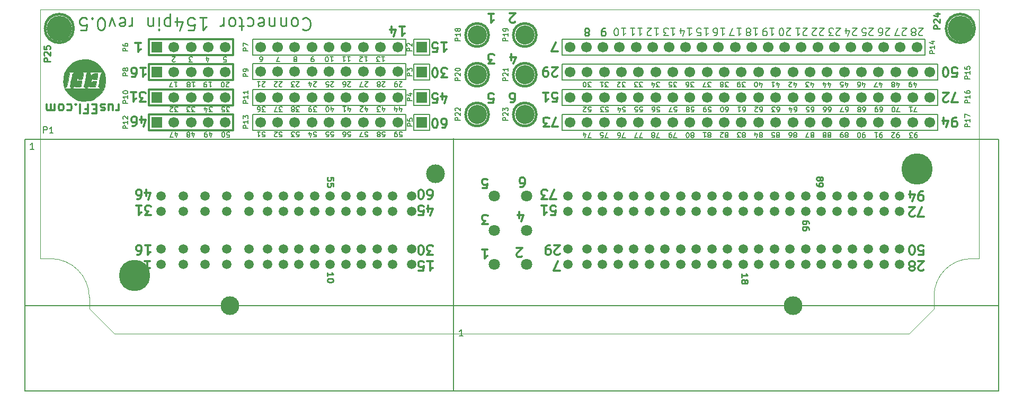
<source format=gto>
G04 #@! TF.GenerationSoftware,KiCad,Pcbnew,7.0.1*
G04 #@! TF.CreationDate,2023-07-17T17:48:43+03:00*
G04 #@! TF.ProjectId,284617-1,32383436-3137-42d3-912e-6b696361645f,R0.4*
G04 #@! TF.SameCoordinates,PX47868c0PY8bfd670*
G04 #@! TF.FileFunction,Legend,Top*
G04 #@! TF.FilePolarity,Positive*
%FSLAX46Y46*%
G04 Gerber Fmt 4.6, Leading zero omitted, Abs format (unit mm)*
G04 Created by KiCad (PCBNEW 7.0.1) date 2023-07-17 17:48:43*
%MOMM*%
%LPD*%
G01*
G04 APERTURE LIST*
%ADD10C,0.150000*%
%ADD11C,0.300000*%
%ADD12C,0.200000*%
%ADD13C,0.250000*%
%ADD14C,0.152400*%
%ADD15C,0.254000*%
%ADD16C,0.304800*%
%ADD17C,0.381000*%
%ADD18C,0.002540*%
%ADD19C,1.700000*%
%ADD20R,1.700000X1.700000*%
%ADD21C,3.064000*%
%ADD22C,4.064000*%
%ADD23C,5.000000*%
%ADD24C,3.000000*%
%ADD25C,1.500000*%
%ADD26C,1.800000*%
G04 #@! TA.AperFunction,Profile*
%ADD27C,0.100000*%
G04 #@! TD*
G04 APERTURE END LIST*
D10*
X106987143Y31702953D02*
X107063333Y31664858D01*
X107063333Y31664858D02*
X107101428Y31626762D01*
X107101428Y31626762D02*
X107139524Y31550572D01*
X107139524Y31550572D02*
X107139524Y31512477D01*
X107139524Y31512477D02*
X107101428Y31436286D01*
X107101428Y31436286D02*
X107063333Y31398191D01*
X107063333Y31398191D02*
X106987143Y31360096D01*
X106987143Y31360096D02*
X106834762Y31360096D01*
X106834762Y31360096D02*
X106758571Y31398191D01*
X106758571Y31398191D02*
X106720476Y31436286D01*
X106720476Y31436286D02*
X106682381Y31512477D01*
X106682381Y31512477D02*
X106682381Y31550572D01*
X106682381Y31550572D02*
X106720476Y31626762D01*
X106720476Y31626762D02*
X106758571Y31664858D01*
X106758571Y31664858D02*
X106834762Y31702953D01*
X106834762Y31702953D02*
X106987143Y31702953D01*
X106987143Y31702953D02*
X107063333Y31741048D01*
X107063333Y31741048D02*
X107101428Y31779143D01*
X107101428Y31779143D02*
X107139524Y31855334D01*
X107139524Y31855334D02*
X107139524Y32007715D01*
X107139524Y32007715D02*
X107101428Y32083905D01*
X107101428Y32083905D02*
X107063333Y32122000D01*
X107063333Y32122000D02*
X106987143Y32160096D01*
X106987143Y32160096D02*
X106834762Y32160096D01*
X106834762Y32160096D02*
X106758571Y32122000D01*
X106758571Y32122000D02*
X106720476Y32083905D01*
X106720476Y32083905D02*
X106682381Y32007715D01*
X106682381Y32007715D02*
X106682381Y31855334D01*
X106682381Y31855334D02*
X106720476Y31779143D01*
X106720476Y31779143D02*
X106758571Y31741048D01*
X106758571Y31741048D02*
X106834762Y31702953D01*
X105920476Y32160096D02*
X106377619Y32160096D01*
X106149047Y32160096D02*
X106149047Y31360096D01*
X106149047Y31360096D02*
X106225238Y31474381D01*
X106225238Y31474381D02*
X106301428Y31550572D01*
X106301428Y31550572D02*
X106377619Y31588667D01*
X21528571Y43526286D02*
X21490475Y43488191D01*
X21490475Y43488191D02*
X21414285Y43450096D01*
X21414285Y43450096D02*
X21223809Y43450096D01*
X21223809Y43450096D02*
X21147618Y43488191D01*
X21147618Y43488191D02*
X21109523Y43526286D01*
X21109523Y43526286D02*
X21071428Y43602477D01*
X21071428Y43602477D02*
X21071428Y43678667D01*
X21071428Y43678667D02*
X21109523Y43792953D01*
X21109523Y43792953D02*
X21566666Y44250096D01*
X21566666Y44250096D02*
X21071428Y44250096D01*
X123188571Y39696762D02*
X123188571Y40230096D01*
X123379047Y39392000D02*
X123569524Y39963429D01*
X123569524Y39963429D02*
X123074285Y39963429D01*
X122845714Y39430096D02*
X122350476Y39430096D01*
X122350476Y39430096D02*
X122617142Y39734858D01*
X122617142Y39734858D02*
X122502857Y39734858D01*
X122502857Y39734858D02*
X122426666Y39772953D01*
X122426666Y39772953D02*
X122388571Y39811048D01*
X122388571Y39811048D02*
X122350476Y39887239D01*
X122350476Y39887239D02*
X122350476Y40077715D01*
X122350476Y40077715D02*
X122388571Y40153905D01*
X122388571Y40153905D02*
X122426666Y40192000D01*
X122426666Y40192000D02*
X122502857Y40230096D01*
X122502857Y40230096D02*
X122731428Y40230096D01*
X122731428Y40230096D02*
X122807619Y40192000D01*
X122807619Y40192000D02*
X122845714Y40153905D01*
D11*
X82602856Y41236786D02*
X82531428Y41165358D01*
X82531428Y41165358D02*
X82388571Y41093929D01*
X82388571Y41093929D02*
X82031428Y41093929D01*
X82031428Y41093929D02*
X81888571Y41165358D01*
X81888571Y41165358D02*
X81817142Y41236786D01*
X81817142Y41236786D02*
X81745713Y41379643D01*
X81745713Y41379643D02*
X81745713Y41522500D01*
X81745713Y41522500D02*
X81817142Y41736786D01*
X81817142Y41736786D02*
X82674285Y42593929D01*
X82674285Y42593929D02*
X81745713Y42593929D01*
X81031428Y42593929D02*
X80745714Y42593929D01*
X80745714Y42593929D02*
X80602857Y42522500D01*
X80602857Y42522500D02*
X80531428Y42451072D01*
X80531428Y42451072D02*
X80388571Y42236786D01*
X80388571Y42236786D02*
X80317142Y41951072D01*
X80317142Y41951072D02*
X80317142Y41379643D01*
X80317142Y41379643D02*
X80388571Y41236786D01*
X80388571Y41236786D02*
X80460000Y41165358D01*
X80460000Y41165358D02*
X80602857Y41093929D01*
X80602857Y41093929D02*
X80888571Y41093929D01*
X80888571Y41093929D02*
X81031428Y41165358D01*
X81031428Y41165358D02*
X81102857Y41236786D01*
X81102857Y41236786D02*
X81174285Y41379643D01*
X81174285Y41379643D02*
X81174285Y41736786D01*
X81174285Y41736786D02*
X81102857Y41879643D01*
X81102857Y41879643D02*
X81031428Y41951072D01*
X81031428Y41951072D02*
X80888571Y42022500D01*
X80888571Y42022500D02*
X80602857Y42022500D01*
X80602857Y42022500D02*
X80460000Y41951072D01*
X80460000Y41951072D02*
X80388571Y41879643D01*
X80388571Y41879643D02*
X80317142Y41736786D01*
D12*
X106018571Y48825143D02*
X106704285Y48825143D01*
X106361428Y48825143D02*
X106361428Y47625143D01*
X106361428Y47625143D02*
X106475714Y47796572D01*
X106475714Y47796572D02*
X106589999Y47910858D01*
X106589999Y47910858D02*
X106704285Y47968000D01*
X104932857Y47625143D02*
X105504285Y47625143D01*
X105504285Y47625143D02*
X105561428Y48196572D01*
X105561428Y48196572D02*
X105504285Y48139429D01*
X105504285Y48139429D02*
X105390000Y48082286D01*
X105390000Y48082286D02*
X105104285Y48082286D01*
X105104285Y48082286D02*
X104990000Y48139429D01*
X104990000Y48139429D02*
X104932857Y48196572D01*
X104932857Y48196572D02*
X104875714Y48310858D01*
X104875714Y48310858D02*
X104875714Y48596572D01*
X104875714Y48596572D02*
X104932857Y48710858D01*
X104932857Y48710858D02*
X104990000Y48768000D01*
X104990000Y48768000D02*
X105104285Y48825143D01*
X105104285Y48825143D02*
X105390000Y48825143D01*
X105390000Y48825143D02*
X105504285Y48768000D01*
X105504285Y48768000D02*
X105561428Y48710858D01*
D10*
X46448571Y35736762D02*
X46448571Y36270096D01*
X46639047Y35432000D02*
X46829524Y36003429D01*
X46829524Y36003429D02*
X46334285Y36003429D01*
X45877142Y35470096D02*
X45800952Y35470096D01*
X45800952Y35470096D02*
X45724761Y35508191D01*
X45724761Y35508191D02*
X45686666Y35546286D01*
X45686666Y35546286D02*
X45648571Y35622477D01*
X45648571Y35622477D02*
X45610476Y35774858D01*
X45610476Y35774858D02*
X45610476Y35965334D01*
X45610476Y35965334D02*
X45648571Y36117715D01*
X45648571Y36117715D02*
X45686666Y36193905D01*
X45686666Y36193905D02*
X45724761Y36232000D01*
X45724761Y36232000D02*
X45800952Y36270096D01*
X45800952Y36270096D02*
X45877142Y36270096D01*
X45877142Y36270096D02*
X45953333Y36232000D01*
X45953333Y36232000D02*
X45991428Y36193905D01*
X45991428Y36193905D02*
X46029523Y36117715D01*
X46029523Y36117715D02*
X46067619Y35965334D01*
X46067619Y35965334D02*
X46067619Y35774858D01*
X46067619Y35774858D02*
X46029523Y35622477D01*
X46029523Y35622477D02*
X45991428Y35546286D01*
X45991428Y35546286D02*
X45953333Y35508191D01*
X45953333Y35508191D02*
X45877142Y35470096D01*
D12*
X95458571Y48825143D02*
X96144285Y48825143D01*
X95801428Y48825143D02*
X95801428Y47625143D01*
X95801428Y47625143D02*
X95915714Y47796572D01*
X95915714Y47796572D02*
X96029999Y47910858D01*
X96029999Y47910858D02*
X96144285Y47968000D01*
X94315714Y48825143D02*
X95001428Y48825143D01*
X94658571Y48825143D02*
X94658571Y47625143D01*
X94658571Y47625143D02*
X94772857Y47796572D01*
X94772857Y47796572D02*
X94887142Y47910858D01*
X94887142Y47910858D02*
X95001428Y47968000D01*
D10*
X125978571Y35440096D02*
X126130952Y35440096D01*
X126130952Y35440096D02*
X126207143Y35478191D01*
X126207143Y35478191D02*
X126245238Y35516286D01*
X126245238Y35516286D02*
X126321428Y35630572D01*
X126321428Y35630572D02*
X126359524Y35782953D01*
X126359524Y35782953D02*
X126359524Y36087715D01*
X126359524Y36087715D02*
X126321428Y36163905D01*
X126321428Y36163905D02*
X126283333Y36202000D01*
X126283333Y36202000D02*
X126207143Y36240096D01*
X126207143Y36240096D02*
X126054762Y36240096D01*
X126054762Y36240096D02*
X125978571Y36202000D01*
X125978571Y36202000D02*
X125940476Y36163905D01*
X125940476Y36163905D02*
X125902381Y36087715D01*
X125902381Y36087715D02*
X125902381Y35897239D01*
X125902381Y35897239D02*
X125940476Y35821048D01*
X125940476Y35821048D02*
X125978571Y35782953D01*
X125978571Y35782953D02*
X126054762Y35744858D01*
X126054762Y35744858D02*
X126207143Y35744858D01*
X126207143Y35744858D02*
X126283333Y35782953D01*
X126283333Y35782953D02*
X126321428Y35821048D01*
X126321428Y35821048D02*
X126359524Y35897239D01*
X125216666Y35440096D02*
X125369047Y35440096D01*
X125369047Y35440096D02*
X125445238Y35478191D01*
X125445238Y35478191D02*
X125483333Y35516286D01*
X125483333Y35516286D02*
X125559523Y35630572D01*
X125559523Y35630572D02*
X125597619Y35782953D01*
X125597619Y35782953D02*
X125597619Y36087715D01*
X125597619Y36087715D02*
X125559523Y36163905D01*
X125559523Y36163905D02*
X125521428Y36202000D01*
X125521428Y36202000D02*
X125445238Y36240096D01*
X125445238Y36240096D02*
X125292857Y36240096D01*
X125292857Y36240096D02*
X125216666Y36202000D01*
X125216666Y36202000D02*
X125178571Y36163905D01*
X125178571Y36163905D02*
X125140476Y36087715D01*
X125140476Y36087715D02*
X125140476Y35897239D01*
X125140476Y35897239D02*
X125178571Y35821048D01*
X125178571Y35821048D02*
X125216666Y35782953D01*
X125216666Y35782953D02*
X125292857Y35744858D01*
X125292857Y35744858D02*
X125445238Y35744858D01*
X125445238Y35744858D02*
X125521428Y35782953D01*
X125521428Y35782953D02*
X125559523Y35821048D01*
X125559523Y35821048D02*
X125597619Y35897239D01*
D12*
X103378571Y48825143D02*
X104064285Y48825143D01*
X103721428Y48825143D02*
X103721428Y47625143D01*
X103721428Y47625143D02*
X103835714Y47796572D01*
X103835714Y47796572D02*
X103949999Y47910858D01*
X103949999Y47910858D02*
X104064285Y47968000D01*
X102350000Y48025143D02*
X102350000Y48825143D01*
X102635714Y47568000D02*
X102921428Y48425143D01*
X102921428Y48425143D02*
X102178571Y48425143D01*
D11*
X64188571Y32883929D02*
X64474285Y32883929D01*
X64474285Y32883929D02*
X64617142Y32955358D01*
X64617142Y32955358D02*
X64688571Y33026786D01*
X64688571Y33026786D02*
X64831428Y33241072D01*
X64831428Y33241072D02*
X64902856Y33526786D01*
X64902856Y33526786D02*
X64902856Y34098215D01*
X64902856Y34098215D02*
X64831428Y34241072D01*
X64831428Y34241072D02*
X64759999Y34312500D01*
X64759999Y34312500D02*
X64617142Y34383929D01*
X64617142Y34383929D02*
X64331428Y34383929D01*
X64331428Y34383929D02*
X64188571Y34312500D01*
X64188571Y34312500D02*
X64117142Y34241072D01*
X64117142Y34241072D02*
X64045713Y34098215D01*
X64045713Y34098215D02*
X64045713Y33741072D01*
X64045713Y33741072D02*
X64117142Y33598215D01*
X64117142Y33598215D02*
X64188571Y33526786D01*
X64188571Y33526786D02*
X64331428Y33455358D01*
X64331428Y33455358D02*
X64617142Y33455358D01*
X64617142Y33455358D02*
X64759999Y33526786D01*
X64759999Y33526786D02*
X64831428Y33598215D01*
X64831428Y33598215D02*
X64902856Y33741072D01*
X63117142Y32883929D02*
X62974285Y32883929D01*
X62974285Y32883929D02*
X62831428Y32955358D01*
X62831428Y32955358D02*
X62760000Y33026786D01*
X62760000Y33026786D02*
X62688571Y33169643D01*
X62688571Y33169643D02*
X62617142Y33455358D01*
X62617142Y33455358D02*
X62617142Y33812500D01*
X62617142Y33812500D02*
X62688571Y34098215D01*
X62688571Y34098215D02*
X62760000Y34241072D01*
X62760000Y34241072D02*
X62831428Y34312500D01*
X62831428Y34312500D02*
X62974285Y34383929D01*
X62974285Y34383929D02*
X63117142Y34383929D01*
X63117142Y34383929D02*
X63260000Y34312500D01*
X63260000Y34312500D02*
X63331428Y34241072D01*
X63331428Y34241072D02*
X63402857Y34098215D01*
X63402857Y34098215D02*
X63474285Y33812500D01*
X63474285Y33812500D02*
X63474285Y33455358D01*
X63474285Y33455358D02*
X63402857Y33169643D01*
X63402857Y33169643D02*
X63331428Y33026786D01*
X63331428Y33026786D02*
X63260000Y32955358D01*
X63260000Y32955358D02*
X63117142Y32883929D01*
D10*
X49569524Y39546286D02*
X49531428Y39508191D01*
X49531428Y39508191D02*
X49455238Y39470096D01*
X49455238Y39470096D02*
X49264762Y39470096D01*
X49264762Y39470096D02*
X49188571Y39508191D01*
X49188571Y39508191D02*
X49150476Y39546286D01*
X49150476Y39546286D02*
X49112381Y39622477D01*
X49112381Y39622477D02*
X49112381Y39698667D01*
X49112381Y39698667D02*
X49150476Y39812953D01*
X49150476Y39812953D02*
X49607619Y40270096D01*
X49607619Y40270096D02*
X49112381Y40270096D01*
X48426666Y39470096D02*
X48579047Y39470096D01*
X48579047Y39470096D02*
X48655238Y39508191D01*
X48655238Y39508191D02*
X48693333Y39546286D01*
X48693333Y39546286D02*
X48769523Y39660572D01*
X48769523Y39660572D02*
X48807619Y39812953D01*
X48807619Y39812953D02*
X48807619Y40117715D01*
X48807619Y40117715D02*
X48769523Y40193905D01*
X48769523Y40193905D02*
X48731428Y40232000D01*
X48731428Y40232000D02*
X48655238Y40270096D01*
X48655238Y40270096D02*
X48502857Y40270096D01*
X48502857Y40270096D02*
X48426666Y40232000D01*
X48426666Y40232000D02*
X48388571Y40193905D01*
X48388571Y40193905D02*
X48350476Y40117715D01*
X48350476Y40117715D02*
X48350476Y39927239D01*
X48350476Y39927239D02*
X48388571Y39851048D01*
X48388571Y39851048D02*
X48426666Y39812953D01*
X48426666Y39812953D02*
X48502857Y39774858D01*
X48502857Y39774858D02*
X48655238Y39774858D01*
X48655238Y39774858D02*
X48731428Y39812953D01*
X48731428Y39812953D02*
X48769523Y39851048D01*
X48769523Y39851048D02*
X48807619Y39927239D01*
X126167143Y31702953D02*
X126243333Y31664858D01*
X126243333Y31664858D02*
X126281428Y31626762D01*
X126281428Y31626762D02*
X126319524Y31550572D01*
X126319524Y31550572D02*
X126319524Y31512477D01*
X126319524Y31512477D02*
X126281428Y31436286D01*
X126281428Y31436286D02*
X126243333Y31398191D01*
X126243333Y31398191D02*
X126167143Y31360096D01*
X126167143Y31360096D02*
X126014762Y31360096D01*
X126014762Y31360096D02*
X125938571Y31398191D01*
X125938571Y31398191D02*
X125900476Y31436286D01*
X125900476Y31436286D02*
X125862381Y31512477D01*
X125862381Y31512477D02*
X125862381Y31550572D01*
X125862381Y31550572D02*
X125900476Y31626762D01*
X125900476Y31626762D02*
X125938571Y31664858D01*
X125938571Y31664858D02*
X126014762Y31702953D01*
X126014762Y31702953D02*
X126167143Y31702953D01*
X126167143Y31702953D02*
X126243333Y31741048D01*
X126243333Y31741048D02*
X126281428Y31779143D01*
X126281428Y31779143D02*
X126319524Y31855334D01*
X126319524Y31855334D02*
X126319524Y32007715D01*
X126319524Y32007715D02*
X126281428Y32083905D01*
X126281428Y32083905D02*
X126243333Y32122000D01*
X126243333Y32122000D02*
X126167143Y32160096D01*
X126167143Y32160096D02*
X126014762Y32160096D01*
X126014762Y32160096D02*
X125938571Y32122000D01*
X125938571Y32122000D02*
X125900476Y32083905D01*
X125900476Y32083905D02*
X125862381Y32007715D01*
X125862381Y32007715D02*
X125862381Y31855334D01*
X125862381Y31855334D02*
X125900476Y31779143D01*
X125900476Y31779143D02*
X125938571Y31741048D01*
X125938571Y31741048D02*
X126014762Y31702953D01*
X125405238Y31702953D02*
X125481428Y31664858D01*
X125481428Y31664858D02*
X125519523Y31626762D01*
X125519523Y31626762D02*
X125557619Y31550572D01*
X125557619Y31550572D02*
X125557619Y31512477D01*
X125557619Y31512477D02*
X125519523Y31436286D01*
X125519523Y31436286D02*
X125481428Y31398191D01*
X125481428Y31398191D02*
X125405238Y31360096D01*
X125405238Y31360096D02*
X125252857Y31360096D01*
X125252857Y31360096D02*
X125176666Y31398191D01*
X125176666Y31398191D02*
X125138571Y31436286D01*
X125138571Y31436286D02*
X125100476Y31512477D01*
X125100476Y31512477D02*
X125100476Y31550572D01*
X125100476Y31550572D02*
X125138571Y31626762D01*
X125138571Y31626762D02*
X125176666Y31664858D01*
X125176666Y31664858D02*
X125252857Y31702953D01*
X125252857Y31702953D02*
X125405238Y31702953D01*
X125405238Y31702953D02*
X125481428Y31741048D01*
X125481428Y31741048D02*
X125519523Y31779143D01*
X125519523Y31779143D02*
X125557619Y31855334D01*
X125557619Y31855334D02*
X125557619Y32007715D01*
X125557619Y32007715D02*
X125519523Y32083905D01*
X125519523Y32083905D02*
X125481428Y32122000D01*
X125481428Y32122000D02*
X125405238Y32160096D01*
X125405238Y32160096D02*
X125252857Y32160096D01*
X125252857Y32160096D02*
X125176666Y32122000D01*
X125176666Y32122000D02*
X125138571Y32083905D01*
X125138571Y32083905D02*
X125100476Y32007715D01*
X125100476Y32007715D02*
X125100476Y31855334D01*
X125100476Y31855334D02*
X125138571Y31779143D01*
X125138571Y31779143D02*
X125176666Y31741048D01*
X125176666Y31741048D02*
X125252857Y31702953D01*
D11*
X16118571Y33663929D02*
X16118571Y34663929D01*
X16475713Y33092500D02*
X16832856Y34163929D01*
X16832856Y34163929D02*
X15904285Y34163929D01*
X14690000Y33163929D02*
X14975714Y33163929D01*
X14975714Y33163929D02*
X15118571Y33235358D01*
X15118571Y33235358D02*
X15190000Y33306786D01*
X15190000Y33306786D02*
X15332857Y33521072D01*
X15332857Y33521072D02*
X15404285Y33806786D01*
X15404285Y33806786D02*
X15404285Y34378215D01*
X15404285Y34378215D02*
X15332857Y34521072D01*
X15332857Y34521072D02*
X15261428Y34592500D01*
X15261428Y34592500D02*
X15118571Y34663929D01*
X15118571Y34663929D02*
X14832857Y34663929D01*
X14832857Y34663929D02*
X14690000Y34592500D01*
X14690000Y34592500D02*
X14618571Y34521072D01*
X14618571Y34521072D02*
X14547142Y34378215D01*
X14547142Y34378215D02*
X14547142Y34021072D01*
X14547142Y34021072D02*
X14618571Y33878215D01*
X14618571Y33878215D02*
X14690000Y33806786D01*
X14690000Y33806786D02*
X14832857Y33735358D01*
X14832857Y33735358D02*
X15118571Y33735358D01*
X15118571Y33735358D02*
X15261428Y33806786D01*
X15261428Y33806786D02*
X15332857Y33878215D01*
X15332857Y33878215D02*
X15404285Y34021072D01*
D10*
X120687143Y31702953D02*
X120763333Y31664858D01*
X120763333Y31664858D02*
X120801428Y31626762D01*
X120801428Y31626762D02*
X120839524Y31550572D01*
X120839524Y31550572D02*
X120839524Y31512477D01*
X120839524Y31512477D02*
X120801428Y31436286D01*
X120801428Y31436286D02*
X120763333Y31398191D01*
X120763333Y31398191D02*
X120687143Y31360096D01*
X120687143Y31360096D02*
X120534762Y31360096D01*
X120534762Y31360096D02*
X120458571Y31398191D01*
X120458571Y31398191D02*
X120420476Y31436286D01*
X120420476Y31436286D02*
X120382381Y31512477D01*
X120382381Y31512477D02*
X120382381Y31550572D01*
X120382381Y31550572D02*
X120420476Y31626762D01*
X120420476Y31626762D02*
X120458571Y31664858D01*
X120458571Y31664858D02*
X120534762Y31702953D01*
X120534762Y31702953D02*
X120687143Y31702953D01*
X120687143Y31702953D02*
X120763333Y31741048D01*
X120763333Y31741048D02*
X120801428Y31779143D01*
X120801428Y31779143D02*
X120839524Y31855334D01*
X120839524Y31855334D02*
X120839524Y32007715D01*
X120839524Y32007715D02*
X120801428Y32083905D01*
X120801428Y32083905D02*
X120763333Y32122000D01*
X120763333Y32122000D02*
X120687143Y32160096D01*
X120687143Y32160096D02*
X120534762Y32160096D01*
X120534762Y32160096D02*
X120458571Y32122000D01*
X120458571Y32122000D02*
X120420476Y32083905D01*
X120420476Y32083905D02*
X120382381Y32007715D01*
X120382381Y32007715D02*
X120382381Y31855334D01*
X120382381Y31855334D02*
X120420476Y31779143D01*
X120420476Y31779143D02*
X120458571Y31741048D01*
X120458571Y31741048D02*
X120534762Y31702953D01*
X119696666Y31360096D02*
X119849047Y31360096D01*
X119849047Y31360096D02*
X119925238Y31398191D01*
X119925238Y31398191D02*
X119963333Y31436286D01*
X119963333Y31436286D02*
X120039523Y31550572D01*
X120039523Y31550572D02*
X120077619Y31702953D01*
X120077619Y31702953D02*
X120077619Y32007715D01*
X120077619Y32007715D02*
X120039523Y32083905D01*
X120039523Y32083905D02*
X120001428Y32122000D01*
X120001428Y32122000D02*
X119925238Y32160096D01*
X119925238Y32160096D02*
X119772857Y32160096D01*
X119772857Y32160096D02*
X119696666Y32122000D01*
X119696666Y32122000D02*
X119658571Y32083905D01*
X119658571Y32083905D02*
X119620476Y32007715D01*
X119620476Y32007715D02*
X119620476Y31817239D01*
X119620476Y31817239D02*
X119658571Y31741048D01*
X119658571Y31741048D02*
X119696666Y31702953D01*
X119696666Y31702953D02*
X119772857Y31664858D01*
X119772857Y31664858D02*
X119925238Y31664858D01*
X119925238Y31664858D02*
X120001428Y31702953D01*
X120001428Y31702953D02*
X120039523Y31741048D01*
X120039523Y31741048D02*
X120077619Y31817239D01*
D11*
X141214285Y18733929D02*
X140214285Y18733929D01*
X140214285Y18733929D02*
X140857142Y20233929D01*
X139714285Y18876786D02*
X139642857Y18805358D01*
X139642857Y18805358D02*
X139500000Y18733929D01*
X139500000Y18733929D02*
X139142857Y18733929D01*
X139142857Y18733929D02*
X139000000Y18805358D01*
X139000000Y18805358D02*
X138928571Y18876786D01*
X138928571Y18876786D02*
X138857142Y19019643D01*
X138857142Y19019643D02*
X138857142Y19162500D01*
X138857142Y19162500D02*
X138928571Y19376786D01*
X138928571Y19376786D02*
X139785714Y20233929D01*
X139785714Y20233929D02*
X138857142Y20233929D01*
D10*
X51772381Y44270096D02*
X52229524Y44270096D01*
X52000952Y44270096D02*
X52000952Y43470096D01*
X52000952Y43470096D02*
X52077143Y43584381D01*
X52077143Y43584381D02*
X52153333Y43660572D01*
X52153333Y43660572D02*
X52229524Y43698667D01*
X51467619Y43546286D02*
X51429523Y43508191D01*
X51429523Y43508191D02*
X51353333Y43470096D01*
X51353333Y43470096D02*
X51162857Y43470096D01*
X51162857Y43470096D02*
X51086666Y43508191D01*
X51086666Y43508191D02*
X51048571Y43546286D01*
X51048571Y43546286D02*
X51010476Y43622477D01*
X51010476Y43622477D02*
X51010476Y43698667D01*
X51010476Y43698667D02*
X51048571Y43812953D01*
X51048571Y43812953D02*
X51505714Y44270096D01*
X51505714Y44270096D02*
X51010476Y44270096D01*
X54512381Y44270096D02*
X54969524Y44270096D01*
X54740952Y44270096D02*
X54740952Y43470096D01*
X54740952Y43470096D02*
X54817143Y43584381D01*
X54817143Y43584381D02*
X54893333Y43660572D01*
X54893333Y43660572D02*
X54969524Y43698667D01*
X54245714Y43470096D02*
X53750476Y43470096D01*
X53750476Y43470096D02*
X54017142Y43774858D01*
X54017142Y43774858D02*
X53902857Y43774858D01*
X53902857Y43774858D02*
X53826666Y43812953D01*
X53826666Y43812953D02*
X53788571Y43851048D01*
X53788571Y43851048D02*
X53750476Y43927239D01*
X53750476Y43927239D02*
X53750476Y44117715D01*
X53750476Y44117715D02*
X53788571Y44193905D01*
X53788571Y44193905D02*
X53826666Y44232000D01*
X53826666Y44232000D02*
X53902857Y44270096D01*
X53902857Y44270096D02*
X54131428Y44270096D01*
X54131428Y44270096D02*
X54207619Y44232000D01*
X54207619Y44232000D02*
X54245714Y44193905D01*
X107167619Y39430096D02*
X106672381Y39430096D01*
X106672381Y39430096D02*
X106939047Y39734858D01*
X106939047Y39734858D02*
X106824762Y39734858D01*
X106824762Y39734858D02*
X106748571Y39772953D01*
X106748571Y39772953D02*
X106710476Y39811048D01*
X106710476Y39811048D02*
X106672381Y39887239D01*
X106672381Y39887239D02*
X106672381Y40077715D01*
X106672381Y40077715D02*
X106710476Y40153905D01*
X106710476Y40153905D02*
X106748571Y40192000D01*
X106748571Y40192000D02*
X106824762Y40230096D01*
X106824762Y40230096D02*
X107053333Y40230096D01*
X107053333Y40230096D02*
X107129524Y40192000D01*
X107129524Y40192000D02*
X107167619Y40153905D01*
X106405714Y39430096D02*
X105872380Y39430096D01*
X105872380Y39430096D02*
X106215238Y40230096D01*
X117708571Y39696762D02*
X117708571Y40230096D01*
X117899047Y39392000D02*
X118089524Y39963429D01*
X118089524Y39963429D02*
X117594285Y39963429D01*
X116870476Y40230096D02*
X117327619Y40230096D01*
X117099047Y40230096D02*
X117099047Y39430096D01*
X117099047Y39430096D02*
X117175238Y39544381D01*
X117175238Y39544381D02*
X117251428Y39620572D01*
X117251428Y39620572D02*
X117327619Y39658667D01*
D11*
X71591427Y51153929D02*
X72448570Y51153929D01*
X72019999Y51153929D02*
X72019999Y49653929D01*
X72019999Y49653929D02*
X72162856Y49868215D01*
X72162856Y49868215D02*
X72305713Y50011072D01*
X72305713Y50011072D02*
X72448570Y50082500D01*
X15935713Y42513929D02*
X16792856Y42513929D01*
X16364285Y42513929D02*
X16364285Y41013929D01*
X16364285Y41013929D02*
X16507142Y41228215D01*
X16507142Y41228215D02*
X16649999Y41371072D01*
X16649999Y41371072D02*
X16792856Y41442500D01*
X14650000Y41013929D02*
X14935714Y41013929D01*
X14935714Y41013929D02*
X15078571Y41085358D01*
X15078571Y41085358D02*
X15150000Y41156786D01*
X15150000Y41156786D02*
X15292857Y41371072D01*
X15292857Y41371072D02*
X15364285Y41656786D01*
X15364285Y41656786D02*
X15364285Y42228215D01*
X15364285Y42228215D02*
X15292857Y42371072D01*
X15292857Y42371072D02*
X15221428Y42442500D01*
X15221428Y42442500D02*
X15078571Y42513929D01*
X15078571Y42513929D02*
X14792857Y42513929D01*
X14792857Y42513929D02*
X14650000Y42442500D01*
X14650000Y42442500D02*
X14578571Y42371072D01*
X14578571Y42371072D02*
X14507142Y42228215D01*
X14507142Y42228215D02*
X14507142Y41871072D01*
X14507142Y41871072D02*
X14578571Y41728215D01*
X14578571Y41728215D02*
X14650000Y41656786D01*
X14650000Y41656786D02*
X14792857Y41585358D01*
X14792857Y41585358D02*
X15078571Y41585358D01*
X15078571Y41585358D02*
X15221428Y41656786D01*
X15221428Y41656786D02*
X15292857Y41728215D01*
X15292857Y41728215D02*
X15364285Y41871072D01*
D10*
X57408571Y35736762D02*
X57408571Y36270096D01*
X57599047Y35432000D02*
X57789524Y36003429D01*
X57789524Y36003429D02*
X57294285Y36003429D01*
X56646666Y35736762D02*
X56646666Y36270096D01*
X56837142Y35432000D02*
X57027619Y36003429D01*
X57027619Y36003429D02*
X56532380Y36003429D01*
X21947619Y35440096D02*
X21452381Y35440096D01*
X21452381Y35440096D02*
X21719047Y35744858D01*
X21719047Y35744858D02*
X21604762Y35744858D01*
X21604762Y35744858D02*
X21528571Y35782953D01*
X21528571Y35782953D02*
X21490476Y35821048D01*
X21490476Y35821048D02*
X21452381Y35897239D01*
X21452381Y35897239D02*
X21452381Y36087715D01*
X21452381Y36087715D02*
X21490476Y36163905D01*
X21490476Y36163905D02*
X21528571Y36202000D01*
X21528571Y36202000D02*
X21604762Y36240096D01*
X21604762Y36240096D02*
X21833333Y36240096D01*
X21833333Y36240096D02*
X21909524Y36202000D01*
X21909524Y36202000D02*
X21947619Y36163905D01*
X21147619Y35516286D02*
X21109523Y35478191D01*
X21109523Y35478191D02*
X21033333Y35440096D01*
X21033333Y35440096D02*
X20842857Y35440096D01*
X20842857Y35440096D02*
X20766666Y35478191D01*
X20766666Y35478191D02*
X20728571Y35516286D01*
X20728571Y35516286D02*
X20690476Y35592477D01*
X20690476Y35592477D02*
X20690476Y35668667D01*
X20690476Y35668667D02*
X20728571Y35782953D01*
X20728571Y35782953D02*
X21185714Y36240096D01*
X21185714Y36240096D02*
X20690476Y36240096D01*
D11*
X76464285Y18483929D02*
X76464285Y19483929D01*
X76821427Y17912500D02*
X77178570Y18983929D01*
X77178570Y18983929D02*
X76249999Y18983929D01*
D13*
X122787380Y17575715D02*
X122787380Y17766191D01*
X122787380Y17766191D02*
X122739761Y17861429D01*
X122739761Y17861429D02*
X122692142Y17909048D01*
X122692142Y17909048D02*
X122549285Y18004286D01*
X122549285Y18004286D02*
X122358809Y18051905D01*
X122358809Y18051905D02*
X121977857Y18051905D01*
X121977857Y18051905D02*
X121882619Y18004286D01*
X121882619Y18004286D02*
X121835000Y17956667D01*
X121835000Y17956667D02*
X121787380Y17861429D01*
X121787380Y17861429D02*
X121787380Y17670953D01*
X121787380Y17670953D02*
X121835000Y17575715D01*
X121835000Y17575715D02*
X121882619Y17528096D01*
X121882619Y17528096D02*
X121977857Y17480477D01*
X121977857Y17480477D02*
X122215952Y17480477D01*
X122215952Y17480477D02*
X122311190Y17528096D01*
X122311190Y17528096D02*
X122358809Y17575715D01*
X122358809Y17575715D02*
X122406428Y17670953D01*
X122406428Y17670953D02*
X122406428Y17861429D01*
X122406428Y17861429D02*
X122358809Y17956667D01*
X122358809Y17956667D02*
X122311190Y18004286D01*
X122311190Y18004286D02*
X122215952Y18051905D01*
X122787380Y16623334D02*
X122787380Y16813810D01*
X122787380Y16813810D02*
X122739761Y16909048D01*
X122739761Y16909048D02*
X122692142Y16956667D01*
X122692142Y16956667D02*
X122549285Y17051905D01*
X122549285Y17051905D02*
X122358809Y17099524D01*
X122358809Y17099524D02*
X121977857Y17099524D01*
X121977857Y17099524D02*
X121882619Y17051905D01*
X121882619Y17051905D02*
X121835000Y17004286D01*
X121835000Y17004286D02*
X121787380Y16909048D01*
X121787380Y16909048D02*
X121787380Y16718572D01*
X121787380Y16718572D02*
X121835000Y16623334D01*
X121835000Y16623334D02*
X121882619Y16575715D01*
X121882619Y16575715D02*
X121977857Y16528096D01*
X121977857Y16528096D02*
X122215952Y16528096D01*
X122215952Y16528096D02*
X122311190Y16575715D01*
X122311190Y16575715D02*
X122358809Y16623334D01*
X122358809Y16623334D02*
X122406428Y16718572D01*
X122406428Y16718572D02*
X122406428Y16909048D01*
X122406428Y16909048D02*
X122358809Y17004286D01*
X122358809Y17004286D02*
X122311190Y17051905D01*
X122311190Y17051905D02*
X122215952Y17099524D01*
D12*
X133104285Y47739429D02*
X133047142Y47682286D01*
X133047142Y47682286D02*
X132932857Y47625143D01*
X132932857Y47625143D02*
X132647142Y47625143D01*
X132647142Y47625143D02*
X132532857Y47682286D01*
X132532857Y47682286D02*
X132475714Y47739429D01*
X132475714Y47739429D02*
X132418571Y47853715D01*
X132418571Y47853715D02*
X132418571Y47968000D01*
X132418571Y47968000D02*
X132475714Y48139429D01*
X132475714Y48139429D02*
X133161428Y48825143D01*
X133161428Y48825143D02*
X132418571Y48825143D01*
X131332857Y47625143D02*
X131904285Y47625143D01*
X131904285Y47625143D02*
X131961428Y48196572D01*
X131961428Y48196572D02*
X131904285Y48139429D01*
X131904285Y48139429D02*
X131790000Y48082286D01*
X131790000Y48082286D02*
X131504285Y48082286D01*
X131504285Y48082286D02*
X131390000Y48139429D01*
X131390000Y48139429D02*
X131332857Y48196572D01*
X131332857Y48196572D02*
X131275714Y48310858D01*
X131275714Y48310858D02*
X131275714Y48596572D01*
X131275714Y48596572D02*
X131332857Y48710858D01*
X131332857Y48710858D02*
X131390000Y48768000D01*
X131390000Y48768000D02*
X131504285Y48825143D01*
X131504285Y48825143D02*
X131790000Y48825143D01*
X131790000Y48825143D02*
X131904285Y48768000D01*
X131904285Y48768000D02*
X131961428Y48710858D01*
D11*
X141142856Y10236786D02*
X141071428Y10165358D01*
X141071428Y10165358D02*
X140928571Y10093929D01*
X140928571Y10093929D02*
X140571428Y10093929D01*
X140571428Y10093929D02*
X140428571Y10165358D01*
X140428571Y10165358D02*
X140357142Y10236786D01*
X140357142Y10236786D02*
X140285713Y10379643D01*
X140285713Y10379643D02*
X140285713Y10522500D01*
X140285713Y10522500D02*
X140357142Y10736786D01*
X140357142Y10736786D02*
X141214285Y11593929D01*
X141214285Y11593929D02*
X140285713Y11593929D01*
X139428571Y10736786D02*
X139571428Y10665358D01*
X139571428Y10665358D02*
X139642857Y10593929D01*
X139642857Y10593929D02*
X139714285Y10451072D01*
X139714285Y10451072D02*
X139714285Y10379643D01*
X139714285Y10379643D02*
X139642857Y10236786D01*
X139642857Y10236786D02*
X139571428Y10165358D01*
X139571428Y10165358D02*
X139428571Y10093929D01*
X139428571Y10093929D02*
X139142857Y10093929D01*
X139142857Y10093929D02*
X139000000Y10165358D01*
X139000000Y10165358D02*
X138928571Y10236786D01*
X138928571Y10236786D02*
X138857142Y10379643D01*
X138857142Y10379643D02*
X138857142Y10451072D01*
X138857142Y10451072D02*
X138928571Y10593929D01*
X138928571Y10593929D02*
X139000000Y10665358D01*
X139000000Y10665358D02*
X139142857Y10736786D01*
X139142857Y10736786D02*
X139428571Y10736786D01*
X139428571Y10736786D02*
X139571428Y10808215D01*
X139571428Y10808215D02*
X139642857Y10879643D01*
X139642857Y10879643D02*
X139714285Y11022500D01*
X139714285Y11022500D02*
X139714285Y11308215D01*
X139714285Y11308215D02*
X139642857Y11451072D01*
X139642857Y11451072D02*
X139571428Y11522500D01*
X139571428Y11522500D02*
X139428571Y11593929D01*
X139428571Y11593929D02*
X139142857Y11593929D01*
X139142857Y11593929D02*
X139000000Y11522500D01*
X139000000Y11522500D02*
X138928571Y11451072D01*
X138928571Y11451072D02*
X138857142Y11308215D01*
X138857142Y11308215D02*
X138857142Y11022500D01*
X138857142Y11022500D02*
X138928571Y10879643D01*
X138928571Y10879643D02*
X139000000Y10808215D01*
X139000000Y10808215D02*
X139142857Y10736786D01*
D10*
X27447619Y35440096D02*
X26952381Y35440096D01*
X26952381Y35440096D02*
X27219047Y35744858D01*
X27219047Y35744858D02*
X27104762Y35744858D01*
X27104762Y35744858D02*
X27028571Y35782953D01*
X27028571Y35782953D02*
X26990476Y35821048D01*
X26990476Y35821048D02*
X26952381Y35897239D01*
X26952381Y35897239D02*
X26952381Y36087715D01*
X26952381Y36087715D02*
X26990476Y36163905D01*
X26990476Y36163905D02*
X27028571Y36202000D01*
X27028571Y36202000D02*
X27104762Y36240096D01*
X27104762Y36240096D02*
X27333333Y36240096D01*
X27333333Y36240096D02*
X27409524Y36202000D01*
X27409524Y36202000D02*
X27447619Y36163905D01*
X26266666Y35706762D02*
X26266666Y36240096D01*
X26457142Y35402000D02*
X26647619Y35973429D01*
X26647619Y35973429D02*
X26152380Y35973429D01*
X131408571Y39696762D02*
X131408571Y40230096D01*
X131599047Y39392000D02*
X131789524Y39963429D01*
X131789524Y39963429D02*
X131294285Y39963429D01*
X130646666Y39430096D02*
X130799047Y39430096D01*
X130799047Y39430096D02*
X130875238Y39468191D01*
X130875238Y39468191D02*
X130913333Y39506286D01*
X130913333Y39506286D02*
X130989523Y39620572D01*
X130989523Y39620572D02*
X131027619Y39772953D01*
X131027619Y39772953D02*
X131027619Y40077715D01*
X131027619Y40077715D02*
X130989523Y40153905D01*
X130989523Y40153905D02*
X130951428Y40192000D01*
X130951428Y40192000D02*
X130875238Y40230096D01*
X130875238Y40230096D02*
X130722857Y40230096D01*
X130722857Y40230096D02*
X130646666Y40192000D01*
X130646666Y40192000D02*
X130608571Y40153905D01*
X130608571Y40153905D02*
X130570476Y40077715D01*
X130570476Y40077715D02*
X130570476Y39887239D01*
X130570476Y39887239D02*
X130608571Y39811048D01*
X130608571Y39811048D02*
X130646666Y39772953D01*
X130646666Y39772953D02*
X130722857Y39734858D01*
X130722857Y39734858D02*
X130875238Y39734858D01*
X130875238Y39734858D02*
X130951428Y39772953D01*
X130951428Y39772953D02*
X130989523Y39811048D01*
X130989523Y39811048D02*
X131027619Y39887239D01*
X30227619Y35440096D02*
X29732381Y35440096D01*
X29732381Y35440096D02*
X29999047Y35744858D01*
X29999047Y35744858D02*
X29884762Y35744858D01*
X29884762Y35744858D02*
X29808571Y35782953D01*
X29808571Y35782953D02*
X29770476Y35821048D01*
X29770476Y35821048D02*
X29732381Y35897239D01*
X29732381Y35897239D02*
X29732381Y36087715D01*
X29732381Y36087715D02*
X29770476Y36163905D01*
X29770476Y36163905D02*
X29808571Y36202000D01*
X29808571Y36202000D02*
X29884762Y36240096D01*
X29884762Y36240096D02*
X30113333Y36240096D01*
X30113333Y36240096D02*
X30189524Y36202000D01*
X30189524Y36202000D02*
X30227619Y36163905D01*
X29008571Y35440096D02*
X29389523Y35440096D01*
X29389523Y35440096D02*
X29427619Y35821048D01*
X29427619Y35821048D02*
X29389523Y35782953D01*
X29389523Y35782953D02*
X29313333Y35744858D01*
X29313333Y35744858D02*
X29122857Y35744858D01*
X29122857Y35744858D02*
X29046666Y35782953D01*
X29046666Y35782953D02*
X29008571Y35821048D01*
X29008571Y35821048D02*
X28970476Y35897239D01*
X28970476Y35897239D02*
X28970476Y36087715D01*
X28970476Y36087715D02*
X29008571Y36163905D01*
X29008571Y36163905D02*
X29046666Y36202000D01*
X29046666Y36202000D02*
X29122857Y36240096D01*
X29122857Y36240096D02*
X29313333Y36240096D01*
X29313333Y36240096D02*
X29389523Y36202000D01*
X29389523Y36202000D02*
X29427619Y36163905D01*
X40930476Y31470096D02*
X41311428Y31470096D01*
X41311428Y31470096D02*
X41349524Y31851048D01*
X41349524Y31851048D02*
X41311428Y31812953D01*
X41311428Y31812953D02*
X41235238Y31774858D01*
X41235238Y31774858D02*
X41044762Y31774858D01*
X41044762Y31774858D02*
X40968571Y31812953D01*
X40968571Y31812953D02*
X40930476Y31851048D01*
X40930476Y31851048D02*
X40892381Y31927239D01*
X40892381Y31927239D02*
X40892381Y32117715D01*
X40892381Y32117715D02*
X40930476Y32193905D01*
X40930476Y32193905D02*
X40968571Y32232000D01*
X40968571Y32232000D02*
X41044762Y32270096D01*
X41044762Y32270096D02*
X41235238Y32270096D01*
X41235238Y32270096D02*
X41311428Y32232000D01*
X41311428Y32232000D02*
X41349524Y32193905D01*
X40625714Y31470096D02*
X40130476Y31470096D01*
X40130476Y31470096D02*
X40397142Y31774858D01*
X40397142Y31774858D02*
X40282857Y31774858D01*
X40282857Y31774858D02*
X40206666Y31812953D01*
X40206666Y31812953D02*
X40168571Y31851048D01*
X40168571Y31851048D02*
X40130476Y31927239D01*
X40130476Y31927239D02*
X40130476Y32117715D01*
X40130476Y32117715D02*
X40168571Y32193905D01*
X40168571Y32193905D02*
X40206666Y32232000D01*
X40206666Y32232000D02*
X40282857Y32270096D01*
X40282857Y32270096D02*
X40511428Y32270096D01*
X40511428Y32270096D02*
X40587619Y32232000D01*
X40587619Y32232000D02*
X40625714Y32193905D01*
X41387619Y35470096D02*
X40892381Y35470096D01*
X40892381Y35470096D02*
X41159047Y35774858D01*
X41159047Y35774858D02*
X41044762Y35774858D01*
X41044762Y35774858D02*
X40968571Y35812953D01*
X40968571Y35812953D02*
X40930476Y35851048D01*
X40930476Y35851048D02*
X40892381Y35927239D01*
X40892381Y35927239D02*
X40892381Y36117715D01*
X40892381Y36117715D02*
X40930476Y36193905D01*
X40930476Y36193905D02*
X40968571Y36232000D01*
X40968571Y36232000D02*
X41044762Y36270096D01*
X41044762Y36270096D02*
X41273333Y36270096D01*
X41273333Y36270096D02*
X41349524Y36232000D01*
X41349524Y36232000D02*
X41387619Y36193905D01*
X40435238Y35812953D02*
X40511428Y35774858D01*
X40511428Y35774858D02*
X40549523Y35736762D01*
X40549523Y35736762D02*
X40587619Y35660572D01*
X40587619Y35660572D02*
X40587619Y35622477D01*
X40587619Y35622477D02*
X40549523Y35546286D01*
X40549523Y35546286D02*
X40511428Y35508191D01*
X40511428Y35508191D02*
X40435238Y35470096D01*
X40435238Y35470096D02*
X40282857Y35470096D01*
X40282857Y35470096D02*
X40206666Y35508191D01*
X40206666Y35508191D02*
X40168571Y35546286D01*
X40168571Y35546286D02*
X40130476Y35622477D01*
X40130476Y35622477D02*
X40130476Y35660572D01*
X40130476Y35660572D02*
X40168571Y35736762D01*
X40168571Y35736762D02*
X40206666Y35774858D01*
X40206666Y35774858D02*
X40282857Y35812953D01*
X40282857Y35812953D02*
X40435238Y35812953D01*
X40435238Y35812953D02*
X40511428Y35851048D01*
X40511428Y35851048D02*
X40549523Y35889143D01*
X40549523Y35889143D02*
X40587619Y35965334D01*
X40587619Y35965334D02*
X40587619Y36117715D01*
X40587619Y36117715D02*
X40549523Y36193905D01*
X40549523Y36193905D02*
X40511428Y36232000D01*
X40511428Y36232000D02*
X40435238Y36270096D01*
X40435238Y36270096D02*
X40282857Y36270096D01*
X40282857Y36270096D02*
X40206666Y36232000D01*
X40206666Y36232000D02*
X40168571Y36193905D01*
X40168571Y36193905D02*
X40130476Y36117715D01*
X40130476Y36117715D02*
X40130476Y35965334D01*
X40130476Y35965334D02*
X40168571Y35889143D01*
X40168571Y35889143D02*
X40206666Y35851048D01*
X40206666Y35851048D02*
X40282857Y35812953D01*
D11*
X16868571Y22023929D02*
X16868571Y23023929D01*
X17225713Y21452500D02*
X17582856Y22523929D01*
X17582856Y22523929D02*
X16654285Y22523929D01*
X15440000Y21523929D02*
X15725714Y21523929D01*
X15725714Y21523929D02*
X15868571Y21595358D01*
X15868571Y21595358D02*
X15940000Y21666786D01*
X15940000Y21666786D02*
X16082857Y21881072D01*
X16082857Y21881072D02*
X16154285Y22166786D01*
X16154285Y22166786D02*
X16154285Y22738215D01*
X16154285Y22738215D02*
X16082857Y22881072D01*
X16082857Y22881072D02*
X16011428Y22952500D01*
X16011428Y22952500D02*
X15868571Y23023929D01*
X15868571Y23023929D02*
X15582857Y23023929D01*
X15582857Y23023929D02*
X15440000Y22952500D01*
X15440000Y22952500D02*
X15368571Y22881072D01*
X15368571Y22881072D02*
X15297142Y22738215D01*
X15297142Y22738215D02*
X15297142Y22381072D01*
X15297142Y22381072D02*
X15368571Y22238215D01*
X15368571Y22238215D02*
X15440000Y22166786D01*
X15440000Y22166786D02*
X15582857Y22095358D01*
X15582857Y22095358D02*
X15868571Y22095358D01*
X15868571Y22095358D02*
X16011428Y22166786D01*
X16011428Y22166786D02*
X16082857Y22238215D01*
X16082857Y22238215D02*
X16154285Y22381072D01*
D10*
X96227619Y31350096D02*
X95694285Y31350096D01*
X95694285Y31350096D02*
X96037143Y32150096D01*
X95465714Y31350096D02*
X94932380Y31350096D01*
X94932380Y31350096D02*
X95275238Y32150096D01*
X26892381Y40210096D02*
X27349524Y40210096D01*
X27120952Y40210096D02*
X27120952Y39410096D01*
X27120952Y39410096D02*
X27197143Y39524381D01*
X27197143Y39524381D02*
X27273333Y39600572D01*
X27273333Y39600572D02*
X27349524Y39638667D01*
X26511428Y40210096D02*
X26359047Y40210096D01*
X26359047Y40210096D02*
X26282857Y40172000D01*
X26282857Y40172000D02*
X26244761Y40133905D01*
X26244761Y40133905D02*
X26168571Y40019620D01*
X26168571Y40019620D02*
X26130476Y39867239D01*
X26130476Y39867239D02*
X26130476Y39562477D01*
X26130476Y39562477D02*
X26168571Y39486286D01*
X26168571Y39486286D02*
X26206666Y39448191D01*
X26206666Y39448191D02*
X26282857Y39410096D01*
X26282857Y39410096D02*
X26435238Y39410096D01*
X26435238Y39410096D02*
X26511428Y39448191D01*
X26511428Y39448191D02*
X26549523Y39486286D01*
X26549523Y39486286D02*
X26587619Y39562477D01*
X26587619Y39562477D02*
X26587619Y39752953D01*
X26587619Y39752953D02*
X26549523Y39829143D01*
X26549523Y39829143D02*
X26511428Y39867239D01*
X26511428Y39867239D02*
X26435238Y39905334D01*
X26435238Y39905334D02*
X26282857Y39905334D01*
X26282857Y39905334D02*
X26206666Y39867239D01*
X26206666Y39867239D02*
X26168571Y39829143D01*
X26168571Y39829143D02*
X26130476Y39752953D01*
D11*
X146574285Y36993929D02*
X145574285Y36993929D01*
X145574285Y36993929D02*
X146217142Y38493929D01*
X145074285Y37136786D02*
X145002857Y37065358D01*
X145002857Y37065358D02*
X144860000Y36993929D01*
X144860000Y36993929D02*
X144502857Y36993929D01*
X144502857Y36993929D02*
X144360000Y37065358D01*
X144360000Y37065358D02*
X144288571Y37136786D01*
X144288571Y37136786D02*
X144217142Y37279643D01*
X144217142Y37279643D02*
X144217142Y37422500D01*
X144217142Y37422500D02*
X144288571Y37636786D01*
X144288571Y37636786D02*
X145145714Y38493929D01*
X145145714Y38493929D02*
X144217142Y38493929D01*
D12*
X119904285Y47739429D02*
X119847142Y47682286D01*
X119847142Y47682286D02*
X119732857Y47625143D01*
X119732857Y47625143D02*
X119447142Y47625143D01*
X119447142Y47625143D02*
X119332857Y47682286D01*
X119332857Y47682286D02*
X119275714Y47739429D01*
X119275714Y47739429D02*
X119218571Y47853715D01*
X119218571Y47853715D02*
X119218571Y47968000D01*
X119218571Y47968000D02*
X119275714Y48139429D01*
X119275714Y48139429D02*
X119961428Y48825143D01*
X119961428Y48825143D02*
X119218571Y48825143D01*
X118475714Y47625143D02*
X118361428Y47625143D01*
X118361428Y47625143D02*
X118247142Y47682286D01*
X118247142Y47682286D02*
X118190000Y47739429D01*
X118190000Y47739429D02*
X118132857Y47853715D01*
X118132857Y47853715D02*
X118075714Y48082286D01*
X118075714Y48082286D02*
X118075714Y48368000D01*
X118075714Y48368000D02*
X118132857Y48596572D01*
X118132857Y48596572D02*
X118190000Y48710858D01*
X118190000Y48710858D02*
X118247142Y48768000D01*
X118247142Y48768000D02*
X118361428Y48825143D01*
X118361428Y48825143D02*
X118475714Y48825143D01*
X118475714Y48825143D02*
X118590000Y48768000D01*
X118590000Y48768000D02*
X118647142Y48710858D01*
X118647142Y48710858D02*
X118704285Y48596572D01*
X118704285Y48596572D02*
X118761428Y48368000D01*
X118761428Y48368000D02*
X118761428Y48082286D01*
X118761428Y48082286D02*
X118704285Y47853715D01*
X118704285Y47853715D02*
X118647142Y47739429D01*
X118647142Y47739429D02*
X118590000Y47682286D01*
X118590000Y47682286D02*
X118475714Y47625143D01*
D10*
X21548571Y31696762D02*
X21548571Y32230096D01*
X21739047Y31392000D02*
X21929524Y31963429D01*
X21929524Y31963429D02*
X21434285Y31963429D01*
X21205714Y31430096D02*
X20672380Y31430096D01*
X20672380Y31430096D02*
X21015238Y32230096D01*
D11*
X70571427Y13483929D02*
X71428570Y13483929D01*
X70999999Y13483929D02*
X70999999Y11983929D01*
X70999999Y11983929D02*
X71142856Y12198215D01*
X71142856Y12198215D02*
X71285713Y12341072D01*
X71285713Y12341072D02*
X71428570Y12412500D01*
D10*
X52309524Y39546286D02*
X52271428Y39508191D01*
X52271428Y39508191D02*
X52195238Y39470096D01*
X52195238Y39470096D02*
X52004762Y39470096D01*
X52004762Y39470096D02*
X51928571Y39508191D01*
X51928571Y39508191D02*
X51890476Y39546286D01*
X51890476Y39546286D02*
X51852381Y39622477D01*
X51852381Y39622477D02*
X51852381Y39698667D01*
X51852381Y39698667D02*
X51890476Y39812953D01*
X51890476Y39812953D02*
X52347619Y40270096D01*
X52347619Y40270096D02*
X51852381Y40270096D01*
X51585714Y39470096D02*
X51052380Y39470096D01*
X51052380Y39470096D02*
X51395238Y40270096D01*
X109727143Y31702953D02*
X109803333Y31664858D01*
X109803333Y31664858D02*
X109841428Y31626762D01*
X109841428Y31626762D02*
X109879524Y31550572D01*
X109879524Y31550572D02*
X109879524Y31512477D01*
X109879524Y31512477D02*
X109841428Y31436286D01*
X109841428Y31436286D02*
X109803333Y31398191D01*
X109803333Y31398191D02*
X109727143Y31360096D01*
X109727143Y31360096D02*
X109574762Y31360096D01*
X109574762Y31360096D02*
X109498571Y31398191D01*
X109498571Y31398191D02*
X109460476Y31436286D01*
X109460476Y31436286D02*
X109422381Y31512477D01*
X109422381Y31512477D02*
X109422381Y31550572D01*
X109422381Y31550572D02*
X109460476Y31626762D01*
X109460476Y31626762D02*
X109498571Y31664858D01*
X109498571Y31664858D02*
X109574762Y31702953D01*
X109574762Y31702953D02*
X109727143Y31702953D01*
X109727143Y31702953D02*
X109803333Y31741048D01*
X109803333Y31741048D02*
X109841428Y31779143D01*
X109841428Y31779143D02*
X109879524Y31855334D01*
X109879524Y31855334D02*
X109879524Y32007715D01*
X109879524Y32007715D02*
X109841428Y32083905D01*
X109841428Y32083905D02*
X109803333Y32122000D01*
X109803333Y32122000D02*
X109727143Y32160096D01*
X109727143Y32160096D02*
X109574762Y32160096D01*
X109574762Y32160096D02*
X109498571Y32122000D01*
X109498571Y32122000D02*
X109460476Y32083905D01*
X109460476Y32083905D02*
X109422381Y32007715D01*
X109422381Y32007715D02*
X109422381Y31855334D01*
X109422381Y31855334D02*
X109460476Y31779143D01*
X109460476Y31779143D02*
X109498571Y31741048D01*
X109498571Y31741048D02*
X109574762Y31702953D01*
X109117619Y31436286D02*
X109079523Y31398191D01*
X109079523Y31398191D02*
X109003333Y31360096D01*
X109003333Y31360096D02*
X108812857Y31360096D01*
X108812857Y31360096D02*
X108736666Y31398191D01*
X108736666Y31398191D02*
X108698571Y31436286D01*
X108698571Y31436286D02*
X108660476Y31512477D01*
X108660476Y31512477D02*
X108660476Y31588667D01*
X108660476Y31588667D02*
X108698571Y31702953D01*
X108698571Y31702953D02*
X109155714Y32160096D01*
X109155714Y32160096D02*
X108660476Y32160096D01*
D11*
X16774285Y37113929D02*
X15845713Y37113929D01*
X15845713Y37113929D02*
X16345713Y37685358D01*
X16345713Y37685358D02*
X16131428Y37685358D01*
X16131428Y37685358D02*
X15988571Y37756786D01*
X15988571Y37756786D02*
X15917142Y37828215D01*
X15917142Y37828215D02*
X15845713Y37971072D01*
X15845713Y37971072D02*
X15845713Y38328215D01*
X15845713Y38328215D02*
X15917142Y38471072D01*
X15917142Y38471072D02*
X15988571Y38542500D01*
X15988571Y38542500D02*
X16131428Y38613929D01*
X16131428Y38613929D02*
X16559999Y38613929D01*
X16559999Y38613929D02*
X16702856Y38542500D01*
X16702856Y38542500D02*
X16774285Y38471072D01*
X14417142Y38613929D02*
X15274285Y38613929D01*
X14845714Y38613929D02*
X14845714Y37113929D01*
X14845714Y37113929D02*
X14988571Y37328215D01*
X14988571Y37328215D02*
X15131428Y37471072D01*
X15131428Y37471072D02*
X15274285Y37542500D01*
X82699999Y45093929D02*
X81699999Y45093929D01*
X81699999Y45093929D02*
X82342856Y46593929D01*
D10*
X120498571Y35440096D02*
X120650952Y35440096D01*
X120650952Y35440096D02*
X120727143Y35478191D01*
X120727143Y35478191D02*
X120765238Y35516286D01*
X120765238Y35516286D02*
X120841428Y35630572D01*
X120841428Y35630572D02*
X120879524Y35782953D01*
X120879524Y35782953D02*
X120879524Y36087715D01*
X120879524Y36087715D02*
X120841428Y36163905D01*
X120841428Y36163905D02*
X120803333Y36202000D01*
X120803333Y36202000D02*
X120727143Y36240096D01*
X120727143Y36240096D02*
X120574762Y36240096D01*
X120574762Y36240096D02*
X120498571Y36202000D01*
X120498571Y36202000D02*
X120460476Y36163905D01*
X120460476Y36163905D02*
X120422381Y36087715D01*
X120422381Y36087715D02*
X120422381Y35897239D01*
X120422381Y35897239D02*
X120460476Y35821048D01*
X120460476Y35821048D02*
X120498571Y35782953D01*
X120498571Y35782953D02*
X120574762Y35744858D01*
X120574762Y35744858D02*
X120727143Y35744858D01*
X120727143Y35744858D02*
X120803333Y35782953D01*
X120803333Y35782953D02*
X120841428Y35821048D01*
X120841428Y35821048D02*
X120879524Y35897239D01*
X119736666Y35706762D02*
X119736666Y36240096D01*
X119927142Y35402000D02*
X120117619Y35973429D01*
X120117619Y35973429D02*
X119622380Y35973429D01*
D13*
X112037380Y8980477D02*
X112037380Y9551905D01*
X112037380Y9266191D02*
X113037380Y9266191D01*
X113037380Y9266191D02*
X112894523Y9361429D01*
X112894523Y9361429D02*
X112799285Y9456667D01*
X112799285Y9456667D02*
X112751666Y9551905D01*
X112608809Y8409048D02*
X112656428Y8504286D01*
X112656428Y8504286D02*
X112704047Y8551905D01*
X112704047Y8551905D02*
X112799285Y8599524D01*
X112799285Y8599524D02*
X112846904Y8599524D01*
X112846904Y8599524D02*
X112942142Y8551905D01*
X112942142Y8551905D02*
X112989761Y8504286D01*
X112989761Y8504286D02*
X113037380Y8409048D01*
X113037380Y8409048D02*
X113037380Y8218572D01*
X113037380Y8218572D02*
X112989761Y8123334D01*
X112989761Y8123334D02*
X112942142Y8075715D01*
X112942142Y8075715D02*
X112846904Y8028096D01*
X112846904Y8028096D02*
X112799285Y8028096D01*
X112799285Y8028096D02*
X112704047Y8075715D01*
X112704047Y8075715D02*
X112656428Y8123334D01*
X112656428Y8123334D02*
X112608809Y8218572D01*
X112608809Y8218572D02*
X112608809Y8409048D01*
X112608809Y8409048D02*
X112561190Y8504286D01*
X112561190Y8504286D02*
X112513571Y8551905D01*
X112513571Y8551905D02*
X112418333Y8599524D01*
X112418333Y8599524D02*
X112227857Y8599524D01*
X112227857Y8599524D02*
X112132619Y8551905D01*
X112132619Y8551905D02*
X112085000Y8504286D01*
X112085000Y8504286D02*
X112037380Y8409048D01*
X112037380Y8409048D02*
X112037380Y8218572D01*
X112037380Y8218572D02*
X112085000Y8123334D01*
X112085000Y8123334D02*
X112132619Y8075715D01*
X112132619Y8075715D02*
X112227857Y8028096D01*
X112227857Y8028096D02*
X112418333Y8028096D01*
X112418333Y8028096D02*
X112513571Y8075715D01*
X112513571Y8075715D02*
X112561190Y8123334D01*
X112561190Y8123334D02*
X112608809Y8218572D01*
D10*
X35107618Y43470096D02*
X35259999Y43470096D01*
X35259999Y43470096D02*
X35336190Y43508191D01*
X35336190Y43508191D02*
X35374285Y43546286D01*
X35374285Y43546286D02*
X35450475Y43660572D01*
X35450475Y43660572D02*
X35488571Y43812953D01*
X35488571Y43812953D02*
X35488571Y44117715D01*
X35488571Y44117715D02*
X35450475Y44193905D01*
X35450475Y44193905D02*
X35412380Y44232000D01*
X35412380Y44232000D02*
X35336190Y44270096D01*
X35336190Y44270096D02*
X35183809Y44270096D01*
X35183809Y44270096D02*
X35107618Y44232000D01*
X35107618Y44232000D02*
X35069523Y44193905D01*
X35069523Y44193905D02*
X35031428Y44117715D01*
X35031428Y44117715D02*
X35031428Y43927239D01*
X35031428Y43927239D02*
X35069523Y43851048D01*
X35069523Y43851048D02*
X35107618Y43812953D01*
X35107618Y43812953D02*
X35183809Y43774858D01*
X35183809Y43774858D02*
X35336190Y43774858D01*
X35336190Y43774858D02*
X35412380Y43812953D01*
X35412380Y43812953D02*
X35450475Y43851048D01*
X35450475Y43851048D02*
X35488571Y43927239D01*
D11*
X82987856Y12776786D02*
X82916428Y12705358D01*
X82916428Y12705358D02*
X82773571Y12633929D01*
X82773571Y12633929D02*
X82416428Y12633929D01*
X82416428Y12633929D02*
X82273571Y12705358D01*
X82273571Y12705358D02*
X82202142Y12776786D01*
X82202142Y12776786D02*
X82130713Y12919643D01*
X82130713Y12919643D02*
X82130713Y13062500D01*
X82130713Y13062500D02*
X82202142Y13276786D01*
X82202142Y13276786D02*
X83059285Y14133929D01*
X83059285Y14133929D02*
X82130713Y14133929D01*
X81416428Y14133929D02*
X81130714Y14133929D01*
X81130714Y14133929D02*
X80987857Y14062500D01*
X80987857Y14062500D02*
X80916428Y13991072D01*
X80916428Y13991072D02*
X80773571Y13776786D01*
X80773571Y13776786D02*
X80702142Y13491072D01*
X80702142Y13491072D02*
X80702142Y12919643D01*
X80702142Y12919643D02*
X80773571Y12776786D01*
X80773571Y12776786D02*
X80845000Y12705358D01*
X80845000Y12705358D02*
X80987857Y12633929D01*
X80987857Y12633929D02*
X81273571Y12633929D01*
X81273571Y12633929D02*
X81416428Y12705358D01*
X81416428Y12705358D02*
X81487857Y12776786D01*
X81487857Y12776786D02*
X81559285Y12919643D01*
X81559285Y12919643D02*
X81559285Y13276786D01*
X81559285Y13276786D02*
X81487857Y13419643D01*
X81487857Y13419643D02*
X81416428Y13491072D01*
X81416428Y13491072D02*
X81273571Y13562500D01*
X81273571Y13562500D02*
X80987857Y13562500D01*
X80987857Y13562500D02*
X80845000Y13491072D01*
X80845000Y13491072D02*
X80773571Y13419643D01*
X80773571Y13419643D02*
X80702142Y13276786D01*
D10*
X101687619Y39430096D02*
X101192381Y39430096D01*
X101192381Y39430096D02*
X101459047Y39734858D01*
X101459047Y39734858D02*
X101344762Y39734858D01*
X101344762Y39734858D02*
X101268571Y39772953D01*
X101268571Y39772953D02*
X101230476Y39811048D01*
X101230476Y39811048D02*
X101192381Y39887239D01*
X101192381Y39887239D02*
X101192381Y40077715D01*
X101192381Y40077715D02*
X101230476Y40153905D01*
X101230476Y40153905D02*
X101268571Y40192000D01*
X101268571Y40192000D02*
X101344762Y40230096D01*
X101344762Y40230096D02*
X101573333Y40230096D01*
X101573333Y40230096D02*
X101649524Y40192000D01*
X101649524Y40192000D02*
X101687619Y40153905D01*
X100468571Y39430096D02*
X100849523Y39430096D01*
X100849523Y39430096D02*
X100887619Y39811048D01*
X100887619Y39811048D02*
X100849523Y39772953D01*
X100849523Y39772953D02*
X100773333Y39734858D01*
X100773333Y39734858D02*
X100582857Y39734858D01*
X100582857Y39734858D02*
X100506666Y39772953D01*
X100506666Y39772953D02*
X100468571Y39811048D01*
X100468571Y39811048D02*
X100430476Y39887239D01*
X100430476Y39887239D02*
X100430476Y40077715D01*
X100430476Y40077715D02*
X100468571Y40153905D01*
X100468571Y40153905D02*
X100506666Y40192000D01*
X100506666Y40192000D02*
X100582857Y40230096D01*
X100582857Y40230096D02*
X100773333Y40230096D01*
X100773333Y40230096D02*
X100849523Y40192000D01*
X100849523Y40192000D02*
X100887619Y40153905D01*
D12*
X92818571Y48825143D02*
X93504285Y48825143D01*
X93161428Y48825143D02*
X93161428Y47625143D01*
X93161428Y47625143D02*
X93275714Y47796572D01*
X93275714Y47796572D02*
X93389999Y47910858D01*
X93389999Y47910858D02*
X93504285Y47968000D01*
X92075714Y47625143D02*
X91961428Y47625143D01*
X91961428Y47625143D02*
X91847142Y47682286D01*
X91847142Y47682286D02*
X91790000Y47739429D01*
X91790000Y47739429D02*
X91732857Y47853715D01*
X91732857Y47853715D02*
X91675714Y48082286D01*
X91675714Y48082286D02*
X91675714Y48368000D01*
X91675714Y48368000D02*
X91732857Y48596572D01*
X91732857Y48596572D02*
X91790000Y48710858D01*
X91790000Y48710858D02*
X91847142Y48768000D01*
X91847142Y48768000D02*
X91961428Y48825143D01*
X91961428Y48825143D02*
X92075714Y48825143D01*
X92075714Y48825143D02*
X92190000Y48768000D01*
X92190000Y48768000D02*
X92247142Y48710858D01*
X92247142Y48710858D02*
X92304285Y48596572D01*
X92304285Y48596572D02*
X92361428Y48368000D01*
X92361428Y48368000D02*
X92361428Y48082286D01*
X92361428Y48082286D02*
X92304285Y47853715D01*
X92304285Y47853715D02*
X92247142Y47739429D01*
X92247142Y47739429D02*
X92190000Y47682286D01*
X92190000Y47682286D02*
X92075714Y47625143D01*
D10*
X112647619Y39430096D02*
X112152381Y39430096D01*
X112152381Y39430096D02*
X112419047Y39734858D01*
X112419047Y39734858D02*
X112304762Y39734858D01*
X112304762Y39734858D02*
X112228571Y39772953D01*
X112228571Y39772953D02*
X112190476Y39811048D01*
X112190476Y39811048D02*
X112152381Y39887239D01*
X112152381Y39887239D02*
X112152381Y40077715D01*
X112152381Y40077715D02*
X112190476Y40153905D01*
X112190476Y40153905D02*
X112228571Y40192000D01*
X112228571Y40192000D02*
X112304762Y40230096D01*
X112304762Y40230096D02*
X112533333Y40230096D01*
X112533333Y40230096D02*
X112609524Y40192000D01*
X112609524Y40192000D02*
X112647619Y40153905D01*
X111771428Y40230096D02*
X111619047Y40230096D01*
X111619047Y40230096D02*
X111542857Y40192000D01*
X111542857Y40192000D02*
X111504761Y40153905D01*
X111504761Y40153905D02*
X111428571Y40039620D01*
X111428571Y40039620D02*
X111390476Y39887239D01*
X111390476Y39887239D02*
X111390476Y39582477D01*
X111390476Y39582477D02*
X111428571Y39506286D01*
X111428571Y39506286D02*
X111466666Y39468191D01*
X111466666Y39468191D02*
X111542857Y39430096D01*
X111542857Y39430096D02*
X111695238Y39430096D01*
X111695238Y39430096D02*
X111771428Y39468191D01*
X111771428Y39468191D02*
X111809523Y39506286D01*
X111809523Y39506286D02*
X111847619Y39582477D01*
X111847619Y39582477D02*
X111847619Y39772953D01*
X111847619Y39772953D02*
X111809523Y39849143D01*
X111809523Y39849143D02*
X111771428Y39887239D01*
X111771428Y39887239D02*
X111695238Y39925334D01*
X111695238Y39925334D02*
X111542857Y39925334D01*
X111542857Y39925334D02*
X111466666Y39887239D01*
X111466666Y39887239D02*
X111428571Y39849143D01*
X111428571Y39849143D02*
X111390476Y39772953D01*
X120448571Y39696762D02*
X120448571Y40230096D01*
X120639047Y39392000D02*
X120829524Y39963429D01*
X120829524Y39963429D02*
X120334285Y39963429D01*
X120067619Y39506286D02*
X120029523Y39468191D01*
X120029523Y39468191D02*
X119953333Y39430096D01*
X119953333Y39430096D02*
X119762857Y39430096D01*
X119762857Y39430096D02*
X119686666Y39468191D01*
X119686666Y39468191D02*
X119648571Y39506286D01*
X119648571Y39506286D02*
X119610476Y39582477D01*
X119610476Y39582477D02*
X119610476Y39658667D01*
X119610476Y39658667D02*
X119648571Y39772953D01*
X119648571Y39772953D02*
X120105714Y40230096D01*
X120105714Y40230096D02*
X119610476Y40230096D01*
D12*
X122544285Y47739429D02*
X122487142Y47682286D01*
X122487142Y47682286D02*
X122372857Y47625143D01*
X122372857Y47625143D02*
X122087142Y47625143D01*
X122087142Y47625143D02*
X121972857Y47682286D01*
X121972857Y47682286D02*
X121915714Y47739429D01*
X121915714Y47739429D02*
X121858571Y47853715D01*
X121858571Y47853715D02*
X121858571Y47968000D01*
X121858571Y47968000D02*
X121915714Y48139429D01*
X121915714Y48139429D02*
X122601428Y48825143D01*
X122601428Y48825143D02*
X121858571Y48825143D01*
X120715714Y48825143D02*
X121401428Y48825143D01*
X121058571Y48825143D02*
X121058571Y47625143D01*
X121058571Y47625143D02*
X121172857Y47796572D01*
X121172857Y47796572D02*
X121287142Y47910858D01*
X121287142Y47910858D02*
X121401428Y47968000D01*
D10*
X128718571Y35440096D02*
X128870952Y35440096D01*
X128870952Y35440096D02*
X128947143Y35478191D01*
X128947143Y35478191D02*
X128985238Y35516286D01*
X128985238Y35516286D02*
X129061428Y35630572D01*
X129061428Y35630572D02*
X129099524Y35782953D01*
X129099524Y35782953D02*
X129099524Y36087715D01*
X129099524Y36087715D02*
X129061428Y36163905D01*
X129061428Y36163905D02*
X129023333Y36202000D01*
X129023333Y36202000D02*
X128947143Y36240096D01*
X128947143Y36240096D02*
X128794762Y36240096D01*
X128794762Y36240096D02*
X128718571Y36202000D01*
X128718571Y36202000D02*
X128680476Y36163905D01*
X128680476Y36163905D02*
X128642381Y36087715D01*
X128642381Y36087715D02*
X128642381Y35897239D01*
X128642381Y35897239D02*
X128680476Y35821048D01*
X128680476Y35821048D02*
X128718571Y35782953D01*
X128718571Y35782953D02*
X128794762Y35744858D01*
X128794762Y35744858D02*
X128947143Y35744858D01*
X128947143Y35744858D02*
X129023333Y35782953D01*
X129023333Y35782953D02*
X129061428Y35821048D01*
X129061428Y35821048D02*
X129099524Y35897239D01*
X128375714Y35440096D02*
X127842380Y35440096D01*
X127842380Y35440096D02*
X128185238Y36240096D01*
D11*
X61953571Y21523929D02*
X62239285Y21523929D01*
X62239285Y21523929D02*
X62382142Y21595358D01*
X62382142Y21595358D02*
X62453571Y21666786D01*
X62453571Y21666786D02*
X62596428Y21881072D01*
X62596428Y21881072D02*
X62667856Y22166786D01*
X62667856Y22166786D02*
X62667856Y22738215D01*
X62667856Y22738215D02*
X62596428Y22881072D01*
X62596428Y22881072D02*
X62524999Y22952500D01*
X62524999Y22952500D02*
X62382142Y23023929D01*
X62382142Y23023929D02*
X62096428Y23023929D01*
X62096428Y23023929D02*
X61953571Y22952500D01*
X61953571Y22952500D02*
X61882142Y22881072D01*
X61882142Y22881072D02*
X61810713Y22738215D01*
X61810713Y22738215D02*
X61810713Y22381072D01*
X61810713Y22381072D02*
X61882142Y22238215D01*
X61882142Y22238215D02*
X61953571Y22166786D01*
X61953571Y22166786D02*
X62096428Y22095358D01*
X62096428Y22095358D02*
X62382142Y22095358D01*
X62382142Y22095358D02*
X62524999Y22166786D01*
X62524999Y22166786D02*
X62596428Y22238215D01*
X62596428Y22238215D02*
X62667856Y22381072D01*
X60882142Y21523929D02*
X60739285Y21523929D01*
X60739285Y21523929D02*
X60596428Y21595358D01*
X60596428Y21595358D02*
X60525000Y21666786D01*
X60525000Y21666786D02*
X60453571Y21809643D01*
X60453571Y21809643D02*
X60382142Y22095358D01*
X60382142Y22095358D02*
X60382142Y22452500D01*
X60382142Y22452500D02*
X60453571Y22738215D01*
X60453571Y22738215D02*
X60525000Y22881072D01*
X60525000Y22881072D02*
X60596428Y22952500D01*
X60596428Y22952500D02*
X60739285Y23023929D01*
X60739285Y23023929D02*
X60882142Y23023929D01*
X60882142Y23023929D02*
X61025000Y22952500D01*
X61025000Y22952500D02*
X61096428Y22881072D01*
X61096428Y22881072D02*
X61167857Y22738215D01*
X61167857Y22738215D02*
X61239285Y22452500D01*
X61239285Y22452500D02*
X61239285Y22095358D01*
X61239285Y22095358D02*
X61167857Y21809643D01*
X61167857Y21809643D02*
X61096428Y21666786D01*
X61096428Y21666786D02*
X61025000Y21595358D01*
X61025000Y21595358D02*
X60882142Y21523929D01*
D10*
X24266666Y43450096D02*
X23771428Y43450096D01*
X23771428Y43450096D02*
X24038094Y43754858D01*
X24038094Y43754858D02*
X23923809Y43754858D01*
X23923809Y43754858D02*
X23847618Y43792953D01*
X23847618Y43792953D02*
X23809523Y43831048D01*
X23809523Y43831048D02*
X23771428Y43907239D01*
X23771428Y43907239D02*
X23771428Y44097715D01*
X23771428Y44097715D02*
X23809523Y44173905D01*
X23809523Y44173905D02*
X23847618Y44212000D01*
X23847618Y44212000D02*
X23923809Y44250096D01*
X23923809Y44250096D02*
X24152380Y44250096D01*
X24152380Y44250096D02*
X24228571Y44212000D01*
X24228571Y44212000D02*
X24266666Y44173905D01*
D11*
X17654285Y18983929D02*
X16725713Y18983929D01*
X16725713Y18983929D02*
X17225713Y19555358D01*
X17225713Y19555358D02*
X17011428Y19555358D01*
X17011428Y19555358D02*
X16868571Y19626786D01*
X16868571Y19626786D02*
X16797142Y19698215D01*
X16797142Y19698215D02*
X16725713Y19841072D01*
X16725713Y19841072D02*
X16725713Y20198215D01*
X16725713Y20198215D02*
X16797142Y20341072D01*
X16797142Y20341072D02*
X16868571Y20412500D01*
X16868571Y20412500D02*
X17011428Y20483929D01*
X17011428Y20483929D02*
X17439999Y20483929D01*
X17439999Y20483929D02*
X17582856Y20412500D01*
X17582856Y20412500D02*
X17654285Y20341072D01*
X15297142Y20483929D02*
X16154285Y20483929D01*
X15725714Y20483929D02*
X15725714Y18983929D01*
X15725714Y18983929D02*
X15868571Y19198215D01*
X15868571Y19198215D02*
X16011428Y19341072D01*
X16011428Y19341072D02*
X16154285Y19412500D01*
D10*
X35869524Y39546286D02*
X35831428Y39508191D01*
X35831428Y39508191D02*
X35755238Y39470096D01*
X35755238Y39470096D02*
X35564762Y39470096D01*
X35564762Y39470096D02*
X35488571Y39508191D01*
X35488571Y39508191D02*
X35450476Y39546286D01*
X35450476Y39546286D02*
X35412381Y39622477D01*
X35412381Y39622477D02*
X35412381Y39698667D01*
X35412381Y39698667D02*
X35450476Y39812953D01*
X35450476Y39812953D02*
X35907619Y40270096D01*
X35907619Y40270096D02*
X35412381Y40270096D01*
X34650476Y40270096D02*
X35107619Y40270096D01*
X34879047Y40270096D02*
X34879047Y39470096D01*
X34879047Y39470096D02*
X34955238Y39584381D01*
X34955238Y39584381D02*
X35031428Y39660572D01*
X35031428Y39660572D02*
X35107619Y39698667D01*
X90320476Y35440096D02*
X90701428Y35440096D01*
X90701428Y35440096D02*
X90739524Y35821048D01*
X90739524Y35821048D02*
X90701428Y35782953D01*
X90701428Y35782953D02*
X90625238Y35744858D01*
X90625238Y35744858D02*
X90434762Y35744858D01*
X90434762Y35744858D02*
X90358571Y35782953D01*
X90358571Y35782953D02*
X90320476Y35821048D01*
X90320476Y35821048D02*
X90282381Y35897239D01*
X90282381Y35897239D02*
X90282381Y36087715D01*
X90282381Y36087715D02*
X90320476Y36163905D01*
X90320476Y36163905D02*
X90358571Y36202000D01*
X90358571Y36202000D02*
X90434762Y36240096D01*
X90434762Y36240096D02*
X90625238Y36240096D01*
X90625238Y36240096D02*
X90701428Y36202000D01*
X90701428Y36202000D02*
X90739524Y36163905D01*
X90015714Y35440096D02*
X89520476Y35440096D01*
X89520476Y35440096D02*
X89787142Y35744858D01*
X89787142Y35744858D02*
X89672857Y35744858D01*
X89672857Y35744858D02*
X89596666Y35782953D01*
X89596666Y35782953D02*
X89558571Y35821048D01*
X89558571Y35821048D02*
X89520476Y35897239D01*
X89520476Y35897239D02*
X89520476Y36087715D01*
X89520476Y36087715D02*
X89558571Y36163905D01*
X89558571Y36163905D02*
X89596666Y36202000D01*
X89596666Y36202000D02*
X89672857Y36240096D01*
X89672857Y36240096D02*
X89901428Y36240096D01*
X89901428Y36240096D02*
X89977619Y36202000D01*
X89977619Y36202000D02*
X90015714Y36163905D01*
D12*
X130464285Y47739429D02*
X130407142Y47682286D01*
X130407142Y47682286D02*
X130292857Y47625143D01*
X130292857Y47625143D02*
X130007142Y47625143D01*
X130007142Y47625143D02*
X129892857Y47682286D01*
X129892857Y47682286D02*
X129835714Y47739429D01*
X129835714Y47739429D02*
X129778571Y47853715D01*
X129778571Y47853715D02*
X129778571Y47968000D01*
X129778571Y47968000D02*
X129835714Y48139429D01*
X129835714Y48139429D02*
X130521428Y48825143D01*
X130521428Y48825143D02*
X129778571Y48825143D01*
X128750000Y48025143D02*
X128750000Y48825143D01*
X129035714Y47568000D02*
X129321428Y48425143D01*
X129321428Y48425143D02*
X128578571Y48425143D01*
D11*
X140999999Y22733929D02*
X140714285Y22733929D01*
X140714285Y22733929D02*
X140571428Y22662500D01*
X140571428Y22662500D02*
X140499999Y22591072D01*
X140499999Y22591072D02*
X140357142Y22376786D01*
X140357142Y22376786D02*
X140285713Y22091072D01*
X140285713Y22091072D02*
X140285713Y21519643D01*
X140285713Y21519643D02*
X140357142Y21376786D01*
X140357142Y21376786D02*
X140428571Y21305358D01*
X140428571Y21305358D02*
X140571428Y21233929D01*
X140571428Y21233929D02*
X140857142Y21233929D01*
X140857142Y21233929D02*
X140999999Y21305358D01*
X140999999Y21305358D02*
X141071428Y21376786D01*
X141071428Y21376786D02*
X141142856Y21519643D01*
X141142856Y21519643D02*
X141142856Y21876786D01*
X141142856Y21876786D02*
X141071428Y22019643D01*
X141071428Y22019643D02*
X140999999Y22091072D01*
X140999999Y22091072D02*
X140857142Y22162500D01*
X140857142Y22162500D02*
X140571428Y22162500D01*
X140571428Y22162500D02*
X140428571Y22091072D01*
X140428571Y22091072D02*
X140357142Y22019643D01*
X140357142Y22019643D02*
X140285713Y21876786D01*
X139000000Y21733929D02*
X139000000Y22733929D01*
X139357142Y21162500D02*
X139714285Y22233929D01*
X139714285Y22233929D02*
X138785714Y22233929D01*
D10*
X54668571Y35736762D02*
X54668571Y36270096D01*
X54859047Y35432000D02*
X55049524Y36003429D01*
X55049524Y36003429D02*
X54554285Y36003429D01*
X54325714Y35470096D02*
X53830476Y35470096D01*
X53830476Y35470096D02*
X54097142Y35774858D01*
X54097142Y35774858D02*
X53982857Y35774858D01*
X53982857Y35774858D02*
X53906666Y35812953D01*
X53906666Y35812953D02*
X53868571Y35851048D01*
X53868571Y35851048D02*
X53830476Y35927239D01*
X53830476Y35927239D02*
X53830476Y36117715D01*
X53830476Y36117715D02*
X53868571Y36193905D01*
X53868571Y36193905D02*
X53906666Y36232000D01*
X53906666Y36232000D02*
X53982857Y36270096D01*
X53982857Y36270096D02*
X54211428Y36270096D01*
X54211428Y36270096D02*
X54287619Y36232000D01*
X54287619Y36232000D02*
X54325714Y36193905D01*
D12*
X135744285Y47739429D02*
X135687142Y47682286D01*
X135687142Y47682286D02*
X135572857Y47625143D01*
X135572857Y47625143D02*
X135287142Y47625143D01*
X135287142Y47625143D02*
X135172857Y47682286D01*
X135172857Y47682286D02*
X135115714Y47739429D01*
X135115714Y47739429D02*
X135058571Y47853715D01*
X135058571Y47853715D02*
X135058571Y47968000D01*
X135058571Y47968000D02*
X135115714Y48139429D01*
X135115714Y48139429D02*
X135801428Y48825143D01*
X135801428Y48825143D02*
X135058571Y48825143D01*
X134030000Y47625143D02*
X134258571Y47625143D01*
X134258571Y47625143D02*
X134372857Y47682286D01*
X134372857Y47682286D02*
X134430000Y47739429D01*
X134430000Y47739429D02*
X134544285Y47910858D01*
X134544285Y47910858D02*
X134601428Y48139429D01*
X134601428Y48139429D02*
X134601428Y48596572D01*
X134601428Y48596572D02*
X134544285Y48710858D01*
X134544285Y48710858D02*
X134487142Y48768000D01*
X134487142Y48768000D02*
X134372857Y48825143D01*
X134372857Y48825143D02*
X134144285Y48825143D01*
X134144285Y48825143D02*
X134030000Y48768000D01*
X134030000Y48768000D02*
X133972857Y48710858D01*
X133972857Y48710858D02*
X133915714Y48596572D01*
X133915714Y48596572D02*
X133915714Y48310858D01*
X133915714Y48310858D02*
X133972857Y48196572D01*
X133972857Y48196572D02*
X134030000Y48139429D01*
X134030000Y48139429D02*
X134144285Y48082286D01*
X134144285Y48082286D02*
X134372857Y48082286D01*
X134372857Y48082286D02*
X134487142Y48139429D01*
X134487142Y48139429D02*
X134544285Y48196572D01*
X134544285Y48196572D02*
X134601428Y48310858D01*
D10*
X24647619Y35440096D02*
X24152381Y35440096D01*
X24152381Y35440096D02*
X24419047Y35744858D01*
X24419047Y35744858D02*
X24304762Y35744858D01*
X24304762Y35744858D02*
X24228571Y35782953D01*
X24228571Y35782953D02*
X24190476Y35821048D01*
X24190476Y35821048D02*
X24152381Y35897239D01*
X24152381Y35897239D02*
X24152381Y36087715D01*
X24152381Y36087715D02*
X24190476Y36163905D01*
X24190476Y36163905D02*
X24228571Y36202000D01*
X24228571Y36202000D02*
X24304762Y36240096D01*
X24304762Y36240096D02*
X24533333Y36240096D01*
X24533333Y36240096D02*
X24609524Y36202000D01*
X24609524Y36202000D02*
X24647619Y36163905D01*
X23885714Y35440096D02*
X23390476Y35440096D01*
X23390476Y35440096D02*
X23657142Y35744858D01*
X23657142Y35744858D02*
X23542857Y35744858D01*
X23542857Y35744858D02*
X23466666Y35782953D01*
X23466666Y35782953D02*
X23428571Y35821048D01*
X23428571Y35821048D02*
X23390476Y35897239D01*
X23390476Y35897239D02*
X23390476Y36087715D01*
X23390476Y36087715D02*
X23428571Y36163905D01*
X23428571Y36163905D02*
X23466666Y36202000D01*
X23466666Y36202000D02*
X23542857Y36240096D01*
X23542857Y36240096D02*
X23771428Y36240096D01*
X23771428Y36240096D02*
X23847619Y36202000D01*
X23847619Y36202000D02*
X23885714Y36163905D01*
X38266666Y43470096D02*
X37733332Y43470096D01*
X37733332Y43470096D02*
X38076190Y44270096D01*
X140053333Y32140096D02*
X139900952Y32140096D01*
X139900952Y32140096D02*
X139824762Y32102000D01*
X139824762Y32102000D02*
X139786666Y32063905D01*
X139786666Y32063905D02*
X139710476Y31949620D01*
X139710476Y31949620D02*
X139672381Y31797239D01*
X139672381Y31797239D02*
X139672381Y31492477D01*
X139672381Y31492477D02*
X139710476Y31416286D01*
X139710476Y31416286D02*
X139748571Y31378191D01*
X139748571Y31378191D02*
X139824762Y31340096D01*
X139824762Y31340096D02*
X139977143Y31340096D01*
X139977143Y31340096D02*
X140053333Y31378191D01*
X140053333Y31378191D02*
X140091428Y31416286D01*
X140091428Y31416286D02*
X140129524Y31492477D01*
X140129524Y31492477D02*
X140129524Y31682953D01*
X140129524Y31682953D02*
X140091428Y31759143D01*
X140091428Y31759143D02*
X140053333Y31797239D01*
X140053333Y31797239D02*
X139977143Y31835334D01*
X139977143Y31835334D02*
X139824762Y31835334D01*
X139824762Y31835334D02*
X139748571Y31797239D01*
X139748571Y31797239D02*
X139710476Y31759143D01*
X139710476Y31759143D02*
X139672381Y31682953D01*
X139405714Y31340096D02*
X138910476Y31340096D01*
X138910476Y31340096D02*
X139177142Y31644858D01*
X139177142Y31644858D02*
X139062857Y31644858D01*
X139062857Y31644858D02*
X138986666Y31682953D01*
X138986666Y31682953D02*
X138948571Y31721048D01*
X138948571Y31721048D02*
X138910476Y31797239D01*
X138910476Y31797239D02*
X138910476Y31987715D01*
X138910476Y31987715D02*
X138948571Y32063905D01*
X138948571Y32063905D02*
X138986666Y32102000D01*
X138986666Y32102000D02*
X139062857Y32140096D01*
X139062857Y32140096D02*
X139291428Y32140096D01*
X139291428Y32140096D02*
X139367619Y32102000D01*
X139367619Y32102000D02*
X139405714Y32063905D01*
X137203333Y32140096D02*
X137050952Y32140096D01*
X137050952Y32140096D02*
X136974762Y32102000D01*
X136974762Y32102000D02*
X136936666Y32063905D01*
X136936666Y32063905D02*
X136860476Y31949620D01*
X136860476Y31949620D02*
X136822381Y31797239D01*
X136822381Y31797239D02*
X136822381Y31492477D01*
X136822381Y31492477D02*
X136860476Y31416286D01*
X136860476Y31416286D02*
X136898571Y31378191D01*
X136898571Y31378191D02*
X136974762Y31340096D01*
X136974762Y31340096D02*
X137127143Y31340096D01*
X137127143Y31340096D02*
X137203333Y31378191D01*
X137203333Y31378191D02*
X137241428Y31416286D01*
X137241428Y31416286D02*
X137279524Y31492477D01*
X137279524Y31492477D02*
X137279524Y31682953D01*
X137279524Y31682953D02*
X137241428Y31759143D01*
X137241428Y31759143D02*
X137203333Y31797239D01*
X137203333Y31797239D02*
X137127143Y31835334D01*
X137127143Y31835334D02*
X136974762Y31835334D01*
X136974762Y31835334D02*
X136898571Y31797239D01*
X136898571Y31797239D02*
X136860476Y31759143D01*
X136860476Y31759143D02*
X136822381Y31682953D01*
X136517619Y31416286D02*
X136479523Y31378191D01*
X136479523Y31378191D02*
X136403333Y31340096D01*
X136403333Y31340096D02*
X136212857Y31340096D01*
X136212857Y31340096D02*
X136136666Y31378191D01*
X136136666Y31378191D02*
X136098571Y31416286D01*
X136098571Y31416286D02*
X136060476Y31492477D01*
X136060476Y31492477D02*
X136060476Y31568667D01*
X136060476Y31568667D02*
X136098571Y31682953D01*
X136098571Y31682953D02*
X136555714Y32140096D01*
X136555714Y32140096D02*
X136060476Y32140096D01*
X115018571Y35440096D02*
X115170952Y35440096D01*
X115170952Y35440096D02*
X115247143Y35478191D01*
X115247143Y35478191D02*
X115285238Y35516286D01*
X115285238Y35516286D02*
X115361428Y35630572D01*
X115361428Y35630572D02*
X115399524Y35782953D01*
X115399524Y35782953D02*
X115399524Y36087715D01*
X115399524Y36087715D02*
X115361428Y36163905D01*
X115361428Y36163905D02*
X115323333Y36202000D01*
X115323333Y36202000D02*
X115247143Y36240096D01*
X115247143Y36240096D02*
X115094762Y36240096D01*
X115094762Y36240096D02*
X115018571Y36202000D01*
X115018571Y36202000D02*
X114980476Y36163905D01*
X114980476Y36163905D02*
X114942381Y36087715D01*
X114942381Y36087715D02*
X114942381Y35897239D01*
X114942381Y35897239D02*
X114980476Y35821048D01*
X114980476Y35821048D02*
X115018571Y35782953D01*
X115018571Y35782953D02*
X115094762Y35744858D01*
X115094762Y35744858D02*
X115247143Y35744858D01*
X115247143Y35744858D02*
X115323333Y35782953D01*
X115323333Y35782953D02*
X115361428Y35821048D01*
X115361428Y35821048D02*
X115399524Y35897239D01*
X114637619Y35516286D02*
X114599523Y35478191D01*
X114599523Y35478191D02*
X114523333Y35440096D01*
X114523333Y35440096D02*
X114332857Y35440096D01*
X114332857Y35440096D02*
X114256666Y35478191D01*
X114256666Y35478191D02*
X114218571Y35516286D01*
X114218571Y35516286D02*
X114180476Y35592477D01*
X114180476Y35592477D02*
X114180476Y35668667D01*
X114180476Y35668667D02*
X114218571Y35782953D01*
X114218571Y35782953D02*
X114675714Y36240096D01*
X114675714Y36240096D02*
X114180476Y36240096D01*
D11*
X61953571Y19483929D02*
X61953571Y20483929D01*
X62310713Y18912500D02*
X62667856Y19983929D01*
X62667856Y19983929D02*
X61739285Y19983929D01*
X60453571Y18983929D02*
X61167857Y18983929D01*
X61167857Y18983929D02*
X61239285Y19698215D01*
X61239285Y19698215D02*
X61167857Y19626786D01*
X61167857Y19626786D02*
X61025000Y19555358D01*
X61025000Y19555358D02*
X60667857Y19555358D01*
X60667857Y19555358D02*
X60525000Y19626786D01*
X60525000Y19626786D02*
X60453571Y19698215D01*
X60453571Y19698215D02*
X60382142Y19841072D01*
X60382142Y19841072D02*
X60382142Y20198215D01*
X60382142Y20198215D02*
X60453571Y20341072D01*
X60453571Y20341072D02*
X60525000Y20412500D01*
X60525000Y20412500D02*
X60667857Y20483929D01*
X60667857Y20483929D02*
X61025000Y20483929D01*
X61025000Y20483929D02*
X61167857Y20412500D01*
X61167857Y20412500D02*
X61239285Y20341072D01*
D10*
X134148571Y39696762D02*
X134148571Y40230096D01*
X134339047Y39392000D02*
X134529524Y39963429D01*
X134529524Y39963429D02*
X134034285Y39963429D01*
X133805714Y39430096D02*
X133272380Y39430096D01*
X133272380Y39430096D02*
X133615238Y40230096D01*
D11*
X82999999Y10093929D02*
X81999999Y10093929D01*
X81999999Y10093929D02*
X82642856Y11593929D01*
D10*
X21392381Y40210096D02*
X21849524Y40210096D01*
X21620952Y40210096D02*
X21620952Y39410096D01*
X21620952Y39410096D02*
X21697143Y39524381D01*
X21697143Y39524381D02*
X21773333Y39600572D01*
X21773333Y39600572D02*
X21849524Y39638667D01*
X21125714Y39410096D02*
X20592380Y39410096D01*
X20592380Y39410096D02*
X20935238Y40210096D01*
X136888571Y39696762D02*
X136888571Y40230096D01*
X137079047Y39392000D02*
X137269524Y39963429D01*
X137269524Y39963429D02*
X136774285Y39963429D01*
X136355238Y39772953D02*
X136431428Y39734858D01*
X136431428Y39734858D02*
X136469523Y39696762D01*
X136469523Y39696762D02*
X136507619Y39620572D01*
X136507619Y39620572D02*
X136507619Y39582477D01*
X136507619Y39582477D02*
X136469523Y39506286D01*
X136469523Y39506286D02*
X136431428Y39468191D01*
X136431428Y39468191D02*
X136355238Y39430096D01*
X136355238Y39430096D02*
X136202857Y39430096D01*
X136202857Y39430096D02*
X136126666Y39468191D01*
X136126666Y39468191D02*
X136088571Y39506286D01*
X136088571Y39506286D02*
X136050476Y39582477D01*
X136050476Y39582477D02*
X136050476Y39620572D01*
X136050476Y39620572D02*
X136088571Y39696762D01*
X136088571Y39696762D02*
X136126666Y39734858D01*
X136126666Y39734858D02*
X136202857Y39772953D01*
X136202857Y39772953D02*
X136355238Y39772953D01*
X136355238Y39772953D02*
X136431428Y39811048D01*
X136431428Y39811048D02*
X136469523Y39849143D01*
X136469523Y39849143D02*
X136507619Y39925334D01*
X136507619Y39925334D02*
X136507619Y40077715D01*
X136507619Y40077715D02*
X136469523Y40153905D01*
X136469523Y40153905D02*
X136431428Y40192000D01*
X136431428Y40192000D02*
X136355238Y40230096D01*
X136355238Y40230096D02*
X136202857Y40230096D01*
X136202857Y40230096D02*
X136126666Y40192000D01*
X136126666Y40192000D02*
X136088571Y40153905D01*
X136088571Y40153905D02*
X136050476Y40077715D01*
X136050476Y40077715D02*
X136050476Y39925334D01*
X136050476Y39925334D02*
X136088571Y39849143D01*
X136088571Y39849143D02*
X136126666Y39811048D01*
X136126666Y39811048D02*
X136202857Y39772953D01*
X24248571Y31696762D02*
X24248571Y32230096D01*
X24439047Y31392000D02*
X24629524Y31963429D01*
X24629524Y31963429D02*
X24134285Y31963429D01*
X23715238Y31772953D02*
X23791428Y31734858D01*
X23791428Y31734858D02*
X23829523Y31696762D01*
X23829523Y31696762D02*
X23867619Y31620572D01*
X23867619Y31620572D02*
X23867619Y31582477D01*
X23867619Y31582477D02*
X23829523Y31506286D01*
X23829523Y31506286D02*
X23791428Y31468191D01*
X23791428Y31468191D02*
X23715238Y31430096D01*
X23715238Y31430096D02*
X23562857Y31430096D01*
X23562857Y31430096D02*
X23486666Y31468191D01*
X23486666Y31468191D02*
X23448571Y31506286D01*
X23448571Y31506286D02*
X23410476Y31582477D01*
X23410476Y31582477D02*
X23410476Y31620572D01*
X23410476Y31620572D02*
X23448571Y31696762D01*
X23448571Y31696762D02*
X23486666Y31734858D01*
X23486666Y31734858D02*
X23562857Y31772953D01*
X23562857Y31772953D02*
X23715238Y31772953D01*
X23715238Y31772953D02*
X23791428Y31811048D01*
X23791428Y31811048D02*
X23829523Y31849143D01*
X23829523Y31849143D02*
X23867619Y31925334D01*
X23867619Y31925334D02*
X23867619Y32077715D01*
X23867619Y32077715D02*
X23829523Y32153905D01*
X23829523Y32153905D02*
X23791428Y32192000D01*
X23791428Y32192000D02*
X23715238Y32230096D01*
X23715238Y32230096D02*
X23562857Y32230096D01*
X23562857Y32230096D02*
X23486666Y32192000D01*
X23486666Y32192000D02*
X23448571Y32153905D01*
X23448571Y32153905D02*
X23410476Y32077715D01*
X23410476Y32077715D02*
X23410476Y31925334D01*
X23410476Y31925334D02*
X23448571Y31849143D01*
X23448571Y31849143D02*
X23486666Y31811048D01*
X23486666Y31811048D02*
X23562857Y31772953D01*
X26547618Y43716762D02*
X26547618Y44250096D01*
X26738094Y43412000D02*
X26928571Y43983429D01*
X26928571Y43983429D02*
X26433332Y43983429D01*
X35450476Y31470096D02*
X35831428Y31470096D01*
X35831428Y31470096D02*
X35869524Y31851048D01*
X35869524Y31851048D02*
X35831428Y31812953D01*
X35831428Y31812953D02*
X35755238Y31774858D01*
X35755238Y31774858D02*
X35564762Y31774858D01*
X35564762Y31774858D02*
X35488571Y31812953D01*
X35488571Y31812953D02*
X35450476Y31851048D01*
X35450476Y31851048D02*
X35412381Y31927239D01*
X35412381Y31927239D02*
X35412381Y32117715D01*
X35412381Y32117715D02*
X35450476Y32193905D01*
X35450476Y32193905D02*
X35488571Y32232000D01*
X35488571Y32232000D02*
X35564762Y32270096D01*
X35564762Y32270096D02*
X35755238Y32270096D01*
X35755238Y32270096D02*
X35831428Y32232000D01*
X35831428Y32232000D02*
X35869524Y32193905D01*
X34650476Y32270096D02*
X35107619Y32270096D01*
X34879047Y32270096D02*
X34879047Y31470096D01*
X34879047Y31470096D02*
X34955238Y31584381D01*
X34955238Y31584381D02*
X35031428Y31660572D01*
X35031428Y31660572D02*
X35107619Y31698667D01*
D11*
X16646427Y11593929D02*
X17503570Y11593929D01*
X17074999Y11593929D02*
X17074999Y10093929D01*
X17074999Y10093929D02*
X17217856Y10308215D01*
X17217856Y10308215D02*
X17360713Y10451072D01*
X17360713Y10451072D02*
X17503570Y10522500D01*
D10*
X115207143Y31702953D02*
X115283333Y31664858D01*
X115283333Y31664858D02*
X115321428Y31626762D01*
X115321428Y31626762D02*
X115359524Y31550572D01*
X115359524Y31550572D02*
X115359524Y31512477D01*
X115359524Y31512477D02*
X115321428Y31436286D01*
X115321428Y31436286D02*
X115283333Y31398191D01*
X115283333Y31398191D02*
X115207143Y31360096D01*
X115207143Y31360096D02*
X115054762Y31360096D01*
X115054762Y31360096D02*
X114978571Y31398191D01*
X114978571Y31398191D02*
X114940476Y31436286D01*
X114940476Y31436286D02*
X114902381Y31512477D01*
X114902381Y31512477D02*
X114902381Y31550572D01*
X114902381Y31550572D02*
X114940476Y31626762D01*
X114940476Y31626762D02*
X114978571Y31664858D01*
X114978571Y31664858D02*
X115054762Y31702953D01*
X115054762Y31702953D02*
X115207143Y31702953D01*
X115207143Y31702953D02*
X115283333Y31741048D01*
X115283333Y31741048D02*
X115321428Y31779143D01*
X115321428Y31779143D02*
X115359524Y31855334D01*
X115359524Y31855334D02*
X115359524Y32007715D01*
X115359524Y32007715D02*
X115321428Y32083905D01*
X115321428Y32083905D02*
X115283333Y32122000D01*
X115283333Y32122000D02*
X115207143Y32160096D01*
X115207143Y32160096D02*
X115054762Y32160096D01*
X115054762Y32160096D02*
X114978571Y32122000D01*
X114978571Y32122000D02*
X114940476Y32083905D01*
X114940476Y32083905D02*
X114902381Y32007715D01*
X114902381Y32007715D02*
X114902381Y31855334D01*
X114902381Y31855334D02*
X114940476Y31779143D01*
X114940476Y31779143D02*
X114978571Y31741048D01*
X114978571Y31741048D02*
X115054762Y31702953D01*
X114216666Y31626762D02*
X114216666Y32160096D01*
X114407142Y31322000D02*
X114597619Y31893429D01*
X114597619Y31893429D02*
X114102380Y31893429D01*
X137357619Y35440096D02*
X136824285Y35440096D01*
X136824285Y35440096D02*
X137167143Y36240096D01*
X136367142Y35440096D02*
X136290952Y35440096D01*
X136290952Y35440096D02*
X136214761Y35478191D01*
X136214761Y35478191D02*
X136176666Y35516286D01*
X136176666Y35516286D02*
X136138571Y35592477D01*
X136138571Y35592477D02*
X136100476Y35744858D01*
X136100476Y35744858D02*
X136100476Y35935334D01*
X136100476Y35935334D02*
X136138571Y36087715D01*
X136138571Y36087715D02*
X136176666Y36163905D01*
X136176666Y36163905D02*
X136214761Y36202000D01*
X136214761Y36202000D02*
X136290952Y36240096D01*
X136290952Y36240096D02*
X136367142Y36240096D01*
X136367142Y36240096D02*
X136443333Y36202000D01*
X136443333Y36202000D02*
X136481428Y36163905D01*
X136481428Y36163905D02*
X136519523Y36087715D01*
X136519523Y36087715D02*
X136557619Y35935334D01*
X136557619Y35935334D02*
X136557619Y35744858D01*
X136557619Y35744858D02*
X136519523Y35592477D01*
X136519523Y35592477D02*
X136481428Y35516286D01*
X136481428Y35516286D02*
X136443333Y35478191D01*
X136443333Y35478191D02*
X136367142Y35440096D01*
D11*
X75154285Y36953929D02*
X75439999Y36953929D01*
X75439999Y36953929D02*
X75582856Y37025358D01*
X75582856Y37025358D02*
X75654285Y37096786D01*
X75654285Y37096786D02*
X75797142Y37311072D01*
X75797142Y37311072D02*
X75868570Y37596786D01*
X75868570Y37596786D02*
X75868570Y38168215D01*
X75868570Y38168215D02*
X75797142Y38311072D01*
X75797142Y38311072D02*
X75725713Y38382500D01*
X75725713Y38382500D02*
X75582856Y38453929D01*
X75582856Y38453929D02*
X75297142Y38453929D01*
X75297142Y38453929D02*
X75154285Y38382500D01*
X75154285Y38382500D02*
X75082856Y38311072D01*
X75082856Y38311072D02*
X75011427Y38168215D01*
X75011427Y38168215D02*
X75011427Y37811072D01*
X75011427Y37811072D02*
X75082856Y37668215D01*
X75082856Y37668215D02*
X75154285Y37596786D01*
X75154285Y37596786D02*
X75297142Y37525358D01*
X75297142Y37525358D02*
X75582856Y37525358D01*
X75582856Y37525358D02*
X75725713Y37596786D01*
X75725713Y37596786D02*
X75797142Y37668215D01*
X75797142Y37668215D02*
X75868570Y37811072D01*
X64188571Y37430597D02*
X64188571Y38430597D01*
X64545713Y36859168D02*
X64902856Y37930597D01*
X64902856Y37930597D02*
X63974285Y37930597D01*
X62688571Y36930597D02*
X63402857Y36930597D01*
X63402857Y36930597D02*
X63474285Y37644883D01*
X63474285Y37644883D02*
X63402857Y37573454D01*
X63402857Y37573454D02*
X63260000Y37502026D01*
X63260000Y37502026D02*
X62902857Y37502026D01*
X62902857Y37502026D02*
X62760000Y37573454D01*
X62760000Y37573454D02*
X62688571Y37644883D01*
X62688571Y37644883D02*
X62617142Y37787740D01*
X62617142Y37787740D02*
X62617142Y38144883D01*
X62617142Y38144883D02*
X62688571Y38287740D01*
X62688571Y38287740D02*
X62760000Y38359168D01*
X62760000Y38359168D02*
X62902857Y38430597D01*
X62902857Y38430597D02*
X63260000Y38430597D01*
X63260000Y38430597D02*
X63402857Y38359168D01*
X63402857Y38359168D02*
X63474285Y38287740D01*
D10*
X46410476Y31470096D02*
X46791428Y31470096D01*
X46791428Y31470096D02*
X46829524Y31851048D01*
X46829524Y31851048D02*
X46791428Y31812953D01*
X46791428Y31812953D02*
X46715238Y31774858D01*
X46715238Y31774858D02*
X46524762Y31774858D01*
X46524762Y31774858D02*
X46448571Y31812953D01*
X46448571Y31812953D02*
X46410476Y31851048D01*
X46410476Y31851048D02*
X46372381Y31927239D01*
X46372381Y31927239D02*
X46372381Y32117715D01*
X46372381Y32117715D02*
X46410476Y32193905D01*
X46410476Y32193905D02*
X46448571Y32232000D01*
X46448571Y32232000D02*
X46524762Y32270096D01*
X46524762Y32270096D02*
X46715238Y32270096D01*
X46715238Y32270096D02*
X46791428Y32232000D01*
X46791428Y32232000D02*
X46829524Y32193905D01*
X45648571Y31470096D02*
X46029523Y31470096D01*
X46029523Y31470096D02*
X46067619Y31851048D01*
X46067619Y31851048D02*
X46029523Y31812953D01*
X46029523Y31812953D02*
X45953333Y31774858D01*
X45953333Y31774858D02*
X45762857Y31774858D01*
X45762857Y31774858D02*
X45686666Y31812953D01*
X45686666Y31812953D02*
X45648571Y31851048D01*
X45648571Y31851048D02*
X45610476Y31927239D01*
X45610476Y31927239D02*
X45610476Y32117715D01*
X45610476Y32117715D02*
X45648571Y32193905D01*
X45648571Y32193905D02*
X45686666Y32232000D01*
X45686666Y32232000D02*
X45762857Y32270096D01*
X45762857Y32270096D02*
X45953333Y32270096D01*
X45953333Y32270096D02*
X46029523Y32232000D01*
X46029523Y32232000D02*
X46067619Y32193905D01*
X49150476Y31470096D02*
X49531428Y31470096D01*
X49531428Y31470096D02*
X49569524Y31851048D01*
X49569524Y31851048D02*
X49531428Y31812953D01*
X49531428Y31812953D02*
X49455238Y31774858D01*
X49455238Y31774858D02*
X49264762Y31774858D01*
X49264762Y31774858D02*
X49188571Y31812953D01*
X49188571Y31812953D02*
X49150476Y31851048D01*
X49150476Y31851048D02*
X49112381Y31927239D01*
X49112381Y31927239D02*
X49112381Y32117715D01*
X49112381Y32117715D02*
X49150476Y32193905D01*
X49150476Y32193905D02*
X49188571Y32232000D01*
X49188571Y32232000D02*
X49264762Y32270096D01*
X49264762Y32270096D02*
X49455238Y32270096D01*
X49455238Y32270096D02*
X49531428Y32232000D01*
X49531428Y32232000D02*
X49569524Y32193905D01*
X48426666Y31470096D02*
X48579047Y31470096D01*
X48579047Y31470096D02*
X48655238Y31508191D01*
X48655238Y31508191D02*
X48693333Y31546286D01*
X48693333Y31546286D02*
X48769523Y31660572D01*
X48769523Y31660572D02*
X48807619Y31812953D01*
X48807619Y31812953D02*
X48807619Y32117715D01*
X48807619Y32117715D02*
X48769523Y32193905D01*
X48769523Y32193905D02*
X48731428Y32232000D01*
X48731428Y32232000D02*
X48655238Y32270096D01*
X48655238Y32270096D02*
X48502857Y32270096D01*
X48502857Y32270096D02*
X48426666Y32232000D01*
X48426666Y32232000D02*
X48388571Y32193905D01*
X48388571Y32193905D02*
X48350476Y32117715D01*
X48350476Y32117715D02*
X48350476Y31927239D01*
X48350476Y31927239D02*
X48388571Y31851048D01*
X48388571Y31851048D02*
X48426666Y31812953D01*
X48426666Y31812953D02*
X48502857Y31774858D01*
X48502857Y31774858D02*
X48655238Y31774858D01*
X48655238Y31774858D02*
X48731428Y31812953D01*
X48731428Y31812953D02*
X48769523Y31851048D01*
X48769523Y31851048D02*
X48807619Y31927239D01*
X101280476Y35440096D02*
X101661428Y35440096D01*
X101661428Y35440096D02*
X101699524Y35821048D01*
X101699524Y35821048D02*
X101661428Y35782953D01*
X101661428Y35782953D02*
X101585238Y35744858D01*
X101585238Y35744858D02*
X101394762Y35744858D01*
X101394762Y35744858D02*
X101318571Y35782953D01*
X101318571Y35782953D02*
X101280476Y35821048D01*
X101280476Y35821048D02*
X101242381Y35897239D01*
X101242381Y35897239D02*
X101242381Y36087715D01*
X101242381Y36087715D02*
X101280476Y36163905D01*
X101280476Y36163905D02*
X101318571Y36202000D01*
X101318571Y36202000D02*
X101394762Y36240096D01*
X101394762Y36240096D02*
X101585238Y36240096D01*
X101585238Y36240096D02*
X101661428Y36202000D01*
X101661428Y36202000D02*
X101699524Y36163905D01*
X100975714Y35440096D02*
X100442380Y35440096D01*
X100442380Y35440096D02*
X100785238Y36240096D01*
D11*
X16725713Y14133929D02*
X17582856Y14133929D01*
X17154285Y14133929D02*
X17154285Y12633929D01*
X17154285Y12633929D02*
X17297142Y12848215D01*
X17297142Y12848215D02*
X17439999Y12991072D01*
X17439999Y12991072D02*
X17582856Y13062500D01*
X15440000Y12633929D02*
X15725714Y12633929D01*
X15725714Y12633929D02*
X15868571Y12705358D01*
X15868571Y12705358D02*
X15940000Y12776786D01*
X15940000Y12776786D02*
X16082857Y12991072D01*
X16082857Y12991072D02*
X16154285Y13276786D01*
X16154285Y13276786D02*
X16154285Y13848215D01*
X16154285Y13848215D02*
X16082857Y13991072D01*
X16082857Y13991072D02*
X16011428Y14062500D01*
X16011428Y14062500D02*
X15868571Y14133929D01*
X15868571Y14133929D02*
X15582857Y14133929D01*
X15582857Y14133929D02*
X15440000Y14062500D01*
X15440000Y14062500D02*
X15368571Y13991072D01*
X15368571Y13991072D02*
X15297142Y13848215D01*
X15297142Y13848215D02*
X15297142Y13491072D01*
X15297142Y13491072D02*
X15368571Y13348215D01*
X15368571Y13348215D02*
X15440000Y13276786D01*
X15440000Y13276786D02*
X15582857Y13205358D01*
X15582857Y13205358D02*
X15868571Y13205358D01*
X15868571Y13205358D02*
X16011428Y13276786D01*
X16011428Y13276786D02*
X16082857Y13348215D01*
X16082857Y13348215D02*
X16154285Y13491072D01*
D13*
X41890477Y50304762D02*
X41985715Y50400000D01*
X41985715Y50400000D02*
X42271429Y50495239D01*
X42271429Y50495239D02*
X42461905Y50495239D01*
X42461905Y50495239D02*
X42747620Y50400000D01*
X42747620Y50400000D02*
X42938096Y50209524D01*
X42938096Y50209524D02*
X43033334Y50019048D01*
X43033334Y50019048D02*
X43128572Y49638096D01*
X43128572Y49638096D02*
X43128572Y49352381D01*
X43128572Y49352381D02*
X43033334Y48971429D01*
X43033334Y48971429D02*
X42938096Y48780953D01*
X42938096Y48780953D02*
X42747620Y48590477D01*
X42747620Y48590477D02*
X42461905Y48495239D01*
X42461905Y48495239D02*
X42271429Y48495239D01*
X42271429Y48495239D02*
X41985715Y48590477D01*
X41985715Y48590477D02*
X41890477Y48685715D01*
X40747620Y50495239D02*
X40938096Y50400000D01*
X40938096Y50400000D02*
X41033334Y50304762D01*
X41033334Y50304762D02*
X41128572Y50114286D01*
X41128572Y50114286D02*
X41128572Y49542858D01*
X41128572Y49542858D02*
X41033334Y49352381D01*
X41033334Y49352381D02*
X40938096Y49257143D01*
X40938096Y49257143D02*
X40747620Y49161905D01*
X40747620Y49161905D02*
X40461905Y49161905D01*
X40461905Y49161905D02*
X40271429Y49257143D01*
X40271429Y49257143D02*
X40176191Y49352381D01*
X40176191Y49352381D02*
X40080953Y49542858D01*
X40080953Y49542858D02*
X40080953Y50114286D01*
X40080953Y50114286D02*
X40176191Y50304762D01*
X40176191Y50304762D02*
X40271429Y50400000D01*
X40271429Y50400000D02*
X40461905Y50495239D01*
X40461905Y50495239D02*
X40747620Y50495239D01*
X39223810Y49161905D02*
X39223810Y50495239D01*
X39223810Y49352381D02*
X39128572Y49257143D01*
X39128572Y49257143D02*
X38938096Y49161905D01*
X38938096Y49161905D02*
X38652381Y49161905D01*
X38652381Y49161905D02*
X38461905Y49257143D01*
X38461905Y49257143D02*
X38366667Y49447620D01*
X38366667Y49447620D02*
X38366667Y50495239D01*
X37414286Y49161905D02*
X37414286Y50495239D01*
X37414286Y49352381D02*
X37319048Y49257143D01*
X37319048Y49257143D02*
X37128572Y49161905D01*
X37128572Y49161905D02*
X36842857Y49161905D01*
X36842857Y49161905D02*
X36652381Y49257143D01*
X36652381Y49257143D02*
X36557143Y49447620D01*
X36557143Y49447620D02*
X36557143Y50495239D01*
X34842857Y50400000D02*
X35033333Y50495239D01*
X35033333Y50495239D02*
X35414286Y50495239D01*
X35414286Y50495239D02*
X35604762Y50400000D01*
X35604762Y50400000D02*
X35700000Y50209524D01*
X35700000Y50209524D02*
X35700000Y49447620D01*
X35700000Y49447620D02*
X35604762Y49257143D01*
X35604762Y49257143D02*
X35414286Y49161905D01*
X35414286Y49161905D02*
X35033333Y49161905D01*
X35033333Y49161905D02*
X34842857Y49257143D01*
X34842857Y49257143D02*
X34747619Y49447620D01*
X34747619Y49447620D02*
X34747619Y49638096D01*
X34747619Y49638096D02*
X35700000Y49828572D01*
X33033333Y50400000D02*
X33223809Y50495239D01*
X33223809Y50495239D02*
X33604762Y50495239D01*
X33604762Y50495239D02*
X33795238Y50400000D01*
X33795238Y50400000D02*
X33890476Y50304762D01*
X33890476Y50304762D02*
X33985714Y50114286D01*
X33985714Y50114286D02*
X33985714Y49542858D01*
X33985714Y49542858D02*
X33890476Y49352381D01*
X33890476Y49352381D02*
X33795238Y49257143D01*
X33795238Y49257143D02*
X33604762Y49161905D01*
X33604762Y49161905D02*
X33223809Y49161905D01*
X33223809Y49161905D02*
X33033333Y49257143D01*
X32461904Y49161905D02*
X31700000Y49161905D01*
X32176190Y48495239D02*
X32176190Y50209524D01*
X32176190Y50209524D02*
X32080952Y50400000D01*
X32080952Y50400000D02*
X31890476Y50495239D01*
X31890476Y50495239D02*
X31700000Y50495239D01*
X30747619Y50495239D02*
X30938095Y50400000D01*
X30938095Y50400000D02*
X31033333Y50304762D01*
X31033333Y50304762D02*
X31128571Y50114286D01*
X31128571Y50114286D02*
X31128571Y49542858D01*
X31128571Y49542858D02*
X31033333Y49352381D01*
X31033333Y49352381D02*
X30938095Y49257143D01*
X30938095Y49257143D02*
X30747619Y49161905D01*
X30747619Y49161905D02*
X30461904Y49161905D01*
X30461904Y49161905D02*
X30271428Y49257143D01*
X30271428Y49257143D02*
X30176190Y49352381D01*
X30176190Y49352381D02*
X30080952Y49542858D01*
X30080952Y49542858D02*
X30080952Y50114286D01*
X30080952Y50114286D02*
X30176190Y50304762D01*
X30176190Y50304762D02*
X30271428Y50400000D01*
X30271428Y50400000D02*
X30461904Y50495239D01*
X30461904Y50495239D02*
X30747619Y50495239D01*
X29223809Y50495239D02*
X29223809Y49161905D01*
X29223809Y49542858D02*
X29128571Y49352381D01*
X29128571Y49352381D02*
X29033333Y49257143D01*
X29033333Y49257143D02*
X28842857Y49161905D01*
X28842857Y49161905D02*
X28652380Y49161905D01*
X25414285Y50495239D02*
X26557142Y50495239D01*
X25985714Y50495239D02*
X25985714Y48495239D01*
X25985714Y48495239D02*
X26176190Y48780953D01*
X26176190Y48780953D02*
X26366666Y48971429D01*
X26366666Y48971429D02*
X26557142Y49066667D01*
X23604761Y48495239D02*
X24557142Y48495239D01*
X24557142Y48495239D02*
X24652380Y49447620D01*
X24652380Y49447620D02*
X24557142Y49352381D01*
X24557142Y49352381D02*
X24366666Y49257143D01*
X24366666Y49257143D02*
X23890475Y49257143D01*
X23890475Y49257143D02*
X23699999Y49352381D01*
X23699999Y49352381D02*
X23604761Y49447620D01*
X23604761Y49447620D02*
X23509523Y49638096D01*
X23509523Y49638096D02*
X23509523Y50114286D01*
X23509523Y50114286D02*
X23604761Y50304762D01*
X23604761Y50304762D02*
X23699999Y50400000D01*
X23699999Y50400000D02*
X23890475Y50495239D01*
X23890475Y50495239D02*
X24366666Y50495239D01*
X24366666Y50495239D02*
X24557142Y50400000D01*
X24557142Y50400000D02*
X24652380Y50304762D01*
X21795237Y49161905D02*
X21795237Y50495239D01*
X22271428Y48400000D02*
X22747618Y49828572D01*
X22747618Y49828572D02*
X21509523Y49828572D01*
X20747618Y49161905D02*
X20747618Y51161905D01*
X20747618Y49257143D02*
X20557142Y49161905D01*
X20557142Y49161905D02*
X20176189Y49161905D01*
X20176189Y49161905D02*
X19985713Y49257143D01*
X19985713Y49257143D02*
X19890475Y49352381D01*
X19890475Y49352381D02*
X19795237Y49542858D01*
X19795237Y49542858D02*
X19795237Y50114286D01*
X19795237Y50114286D02*
X19890475Y50304762D01*
X19890475Y50304762D02*
X19985713Y50400000D01*
X19985713Y50400000D02*
X20176189Y50495239D01*
X20176189Y50495239D02*
X20557142Y50495239D01*
X20557142Y50495239D02*
X20747618Y50400000D01*
X18938094Y50495239D02*
X18938094Y49161905D01*
X18938094Y48495239D02*
X19033332Y48590477D01*
X19033332Y48590477D02*
X18938094Y48685715D01*
X18938094Y48685715D02*
X18842856Y48590477D01*
X18842856Y48590477D02*
X18938094Y48495239D01*
X18938094Y48495239D02*
X18938094Y48685715D01*
X17985713Y49161905D02*
X17985713Y50495239D01*
X17985713Y49352381D02*
X17890475Y49257143D01*
X17890475Y49257143D02*
X17699999Y49161905D01*
X17699999Y49161905D02*
X17414284Y49161905D01*
X17414284Y49161905D02*
X17223808Y49257143D01*
X17223808Y49257143D02*
X17128570Y49447620D01*
X17128570Y49447620D02*
X17128570Y50495239D01*
X14652379Y50495239D02*
X14652379Y49161905D01*
X14652379Y49542858D02*
X14557141Y49352381D01*
X14557141Y49352381D02*
X14461903Y49257143D01*
X14461903Y49257143D02*
X14271427Y49161905D01*
X14271427Y49161905D02*
X14080950Y49161905D01*
X12652379Y50400000D02*
X12842855Y50495239D01*
X12842855Y50495239D02*
X13223808Y50495239D01*
X13223808Y50495239D02*
X13414284Y50400000D01*
X13414284Y50400000D02*
X13509522Y50209524D01*
X13509522Y50209524D02*
X13509522Y49447620D01*
X13509522Y49447620D02*
X13414284Y49257143D01*
X13414284Y49257143D02*
X13223808Y49161905D01*
X13223808Y49161905D02*
X12842855Y49161905D01*
X12842855Y49161905D02*
X12652379Y49257143D01*
X12652379Y49257143D02*
X12557141Y49447620D01*
X12557141Y49447620D02*
X12557141Y49638096D01*
X12557141Y49638096D02*
X13509522Y49828572D01*
X11890474Y49161905D02*
X11414284Y50495239D01*
X11414284Y50495239D02*
X10938093Y49161905D01*
X9795236Y48495239D02*
X9604759Y48495239D01*
X9604759Y48495239D02*
X9414283Y48590477D01*
X9414283Y48590477D02*
X9319045Y48685715D01*
X9319045Y48685715D02*
X9223807Y48876191D01*
X9223807Y48876191D02*
X9128569Y49257143D01*
X9128569Y49257143D02*
X9128569Y49733334D01*
X9128569Y49733334D02*
X9223807Y50114286D01*
X9223807Y50114286D02*
X9319045Y50304762D01*
X9319045Y50304762D02*
X9414283Y50400000D01*
X9414283Y50400000D02*
X9604759Y50495239D01*
X9604759Y50495239D02*
X9795236Y50495239D01*
X9795236Y50495239D02*
X9985712Y50400000D01*
X9985712Y50400000D02*
X10080950Y50304762D01*
X10080950Y50304762D02*
X10176188Y50114286D01*
X10176188Y50114286D02*
X10271426Y49733334D01*
X10271426Y49733334D02*
X10271426Y49257143D01*
X10271426Y49257143D02*
X10176188Y48876191D01*
X10176188Y48876191D02*
X10080950Y48685715D01*
X10080950Y48685715D02*
X9985712Y48590477D01*
X9985712Y48590477D02*
X9795236Y48495239D01*
X8271426Y50304762D02*
X8176188Y50400000D01*
X8176188Y50400000D02*
X8271426Y50495239D01*
X8271426Y50495239D02*
X8366664Y50400000D01*
X8366664Y50400000D02*
X8271426Y50304762D01*
X8271426Y50304762D02*
X8271426Y50495239D01*
X6366664Y48495239D02*
X7319045Y48495239D01*
X7319045Y48495239D02*
X7414283Y49447620D01*
X7414283Y49447620D02*
X7319045Y49352381D01*
X7319045Y49352381D02*
X7128569Y49257143D01*
X7128569Y49257143D02*
X6652378Y49257143D01*
X6652378Y49257143D02*
X6461902Y49352381D01*
X6461902Y49352381D02*
X6366664Y49447620D01*
X6366664Y49447620D02*
X6271426Y49638096D01*
X6271426Y49638096D02*
X6271426Y50114286D01*
X6271426Y50114286D02*
X6366664Y50304762D01*
X6366664Y50304762D02*
X6461902Y50400000D01*
X6461902Y50400000D02*
X6652378Y50495239D01*
X6652378Y50495239D02*
X7128569Y50495239D01*
X7128569Y50495239D02*
X7319045Y50400000D01*
X7319045Y50400000D02*
X7414283Y50304762D01*
D11*
X70642856Y23233929D02*
X71357142Y23233929D01*
X71357142Y23233929D02*
X71428570Y23948215D01*
X71428570Y23948215D02*
X71357142Y23876786D01*
X71357142Y23876786D02*
X71214285Y23805358D01*
X71214285Y23805358D02*
X70857142Y23805358D01*
X70857142Y23805358D02*
X70714285Y23876786D01*
X70714285Y23876786D02*
X70642856Y23948215D01*
X70642856Y23948215D02*
X70571427Y24091072D01*
X70571427Y24091072D02*
X70571427Y24448215D01*
X70571427Y24448215D02*
X70642856Y24591072D01*
X70642856Y24591072D02*
X70714285Y24662500D01*
X70714285Y24662500D02*
X70857142Y24733929D01*
X70857142Y24733929D02*
X71214285Y24733929D01*
X71214285Y24733929D02*
X71357142Y24662500D01*
X71357142Y24662500D02*
X71428570Y24591072D01*
X71632856Y36903929D02*
X72347142Y36903929D01*
X72347142Y36903929D02*
X72418570Y37618215D01*
X72418570Y37618215D02*
X72347142Y37546786D01*
X72347142Y37546786D02*
X72204285Y37475358D01*
X72204285Y37475358D02*
X71847142Y37475358D01*
X71847142Y37475358D02*
X71704285Y37546786D01*
X71704285Y37546786D02*
X71632856Y37618215D01*
X71632856Y37618215D02*
X71561427Y37761072D01*
X71561427Y37761072D02*
X71561427Y38118215D01*
X71561427Y38118215D02*
X71632856Y38261072D01*
X71632856Y38261072D02*
X71704285Y38332500D01*
X71704285Y38332500D02*
X71847142Y38403929D01*
X71847142Y38403929D02*
X72204285Y38403929D01*
X72204285Y38403929D02*
X72347142Y38332500D01*
X72347142Y38332500D02*
X72418570Y38261072D01*
D10*
X87580476Y35440096D02*
X87961428Y35440096D01*
X87961428Y35440096D02*
X87999524Y35821048D01*
X87999524Y35821048D02*
X87961428Y35782953D01*
X87961428Y35782953D02*
X87885238Y35744858D01*
X87885238Y35744858D02*
X87694762Y35744858D01*
X87694762Y35744858D02*
X87618571Y35782953D01*
X87618571Y35782953D02*
X87580476Y35821048D01*
X87580476Y35821048D02*
X87542381Y35897239D01*
X87542381Y35897239D02*
X87542381Y36087715D01*
X87542381Y36087715D02*
X87580476Y36163905D01*
X87580476Y36163905D02*
X87618571Y36202000D01*
X87618571Y36202000D02*
X87694762Y36240096D01*
X87694762Y36240096D02*
X87885238Y36240096D01*
X87885238Y36240096D02*
X87961428Y36202000D01*
X87961428Y36202000D02*
X87999524Y36163905D01*
X87237619Y35516286D02*
X87199523Y35478191D01*
X87199523Y35478191D02*
X87123333Y35440096D01*
X87123333Y35440096D02*
X86932857Y35440096D01*
X86932857Y35440096D02*
X86856666Y35478191D01*
X86856666Y35478191D02*
X86818571Y35516286D01*
X86818571Y35516286D02*
X86780476Y35592477D01*
X86780476Y35592477D02*
X86780476Y35668667D01*
X86780476Y35668667D02*
X86818571Y35782953D01*
X86818571Y35782953D02*
X87275714Y36240096D01*
X87275714Y36240096D02*
X86780476Y36240096D01*
D13*
X46822380Y24473096D02*
X46822380Y24949286D01*
X46822380Y24949286D02*
X46346190Y24996905D01*
X46346190Y24996905D02*
X46393809Y24949286D01*
X46393809Y24949286D02*
X46441428Y24854048D01*
X46441428Y24854048D02*
X46441428Y24615953D01*
X46441428Y24615953D02*
X46393809Y24520715D01*
X46393809Y24520715D02*
X46346190Y24473096D01*
X46346190Y24473096D02*
X46250952Y24425477D01*
X46250952Y24425477D02*
X46012857Y24425477D01*
X46012857Y24425477D02*
X45917619Y24473096D01*
X45917619Y24473096D02*
X45870000Y24520715D01*
X45870000Y24520715D02*
X45822380Y24615953D01*
X45822380Y24615953D02*
X45822380Y24854048D01*
X45822380Y24854048D02*
X45870000Y24949286D01*
X45870000Y24949286D02*
X45917619Y24996905D01*
X46822380Y23520715D02*
X46822380Y23996905D01*
X46822380Y23996905D02*
X46346190Y24044524D01*
X46346190Y24044524D02*
X46393809Y23996905D01*
X46393809Y23996905D02*
X46441428Y23901667D01*
X46441428Y23901667D02*
X46441428Y23663572D01*
X46441428Y23663572D02*
X46393809Y23568334D01*
X46393809Y23568334D02*
X46346190Y23520715D01*
X46346190Y23520715D02*
X46250952Y23473096D01*
X46250952Y23473096D02*
X46012857Y23473096D01*
X46012857Y23473096D02*
X45917619Y23520715D01*
X45917619Y23520715D02*
X45870000Y23568334D01*
X45870000Y23568334D02*
X45822380Y23663572D01*
X45822380Y23663572D02*
X45822380Y23901667D01*
X45822380Y23901667D02*
X45870000Y23996905D01*
X45870000Y23996905D02*
X45917619Y24044524D01*
D10*
X55049524Y39546286D02*
X55011428Y39508191D01*
X55011428Y39508191D02*
X54935238Y39470096D01*
X54935238Y39470096D02*
X54744762Y39470096D01*
X54744762Y39470096D02*
X54668571Y39508191D01*
X54668571Y39508191D02*
X54630476Y39546286D01*
X54630476Y39546286D02*
X54592381Y39622477D01*
X54592381Y39622477D02*
X54592381Y39698667D01*
X54592381Y39698667D02*
X54630476Y39812953D01*
X54630476Y39812953D02*
X55087619Y40270096D01*
X55087619Y40270096D02*
X54592381Y40270096D01*
X54135238Y39812953D02*
X54211428Y39774858D01*
X54211428Y39774858D02*
X54249523Y39736762D01*
X54249523Y39736762D02*
X54287619Y39660572D01*
X54287619Y39660572D02*
X54287619Y39622477D01*
X54287619Y39622477D02*
X54249523Y39546286D01*
X54249523Y39546286D02*
X54211428Y39508191D01*
X54211428Y39508191D02*
X54135238Y39470096D01*
X54135238Y39470096D02*
X53982857Y39470096D01*
X53982857Y39470096D02*
X53906666Y39508191D01*
X53906666Y39508191D02*
X53868571Y39546286D01*
X53868571Y39546286D02*
X53830476Y39622477D01*
X53830476Y39622477D02*
X53830476Y39660572D01*
X53830476Y39660572D02*
X53868571Y39736762D01*
X53868571Y39736762D02*
X53906666Y39774858D01*
X53906666Y39774858D02*
X53982857Y39812953D01*
X53982857Y39812953D02*
X54135238Y39812953D01*
X54135238Y39812953D02*
X54211428Y39851048D01*
X54211428Y39851048D02*
X54249523Y39889143D01*
X54249523Y39889143D02*
X54287619Y39965334D01*
X54287619Y39965334D02*
X54287619Y40117715D01*
X54287619Y40117715D02*
X54249523Y40193905D01*
X54249523Y40193905D02*
X54211428Y40232000D01*
X54211428Y40232000D02*
X54135238Y40270096D01*
X54135238Y40270096D02*
X53982857Y40270096D01*
X53982857Y40270096D02*
X53906666Y40232000D01*
X53906666Y40232000D02*
X53868571Y40193905D01*
X53868571Y40193905D02*
X53830476Y40117715D01*
X53830476Y40117715D02*
X53830476Y39965334D01*
X53830476Y39965334D02*
X53868571Y39889143D01*
X53868571Y39889143D02*
X53906666Y39851048D01*
X53906666Y39851048D02*
X53982857Y39812953D01*
X38190476Y31470096D02*
X38571428Y31470096D01*
X38571428Y31470096D02*
X38609524Y31851048D01*
X38609524Y31851048D02*
X38571428Y31812953D01*
X38571428Y31812953D02*
X38495238Y31774858D01*
X38495238Y31774858D02*
X38304762Y31774858D01*
X38304762Y31774858D02*
X38228571Y31812953D01*
X38228571Y31812953D02*
X38190476Y31851048D01*
X38190476Y31851048D02*
X38152381Y31927239D01*
X38152381Y31927239D02*
X38152381Y32117715D01*
X38152381Y32117715D02*
X38190476Y32193905D01*
X38190476Y32193905D02*
X38228571Y32232000D01*
X38228571Y32232000D02*
X38304762Y32270096D01*
X38304762Y32270096D02*
X38495238Y32270096D01*
X38495238Y32270096D02*
X38571428Y32232000D01*
X38571428Y32232000D02*
X38609524Y32193905D01*
X37847619Y31546286D02*
X37809523Y31508191D01*
X37809523Y31508191D02*
X37733333Y31470096D01*
X37733333Y31470096D02*
X37542857Y31470096D01*
X37542857Y31470096D02*
X37466666Y31508191D01*
X37466666Y31508191D02*
X37428571Y31546286D01*
X37428571Y31546286D02*
X37390476Y31622477D01*
X37390476Y31622477D02*
X37390476Y31698667D01*
X37390476Y31698667D02*
X37428571Y31812953D01*
X37428571Y31812953D02*
X37885714Y32270096D01*
X37885714Y32270096D02*
X37390476Y32270096D01*
X139628571Y39696762D02*
X139628571Y40230096D01*
X139819047Y39392000D02*
X140009524Y39963429D01*
X140009524Y39963429D02*
X139514285Y39963429D01*
X139171428Y40230096D02*
X139019047Y40230096D01*
X139019047Y40230096D02*
X138942857Y40192000D01*
X138942857Y40192000D02*
X138904761Y40153905D01*
X138904761Y40153905D02*
X138828571Y40039620D01*
X138828571Y40039620D02*
X138790476Y39887239D01*
X138790476Y39887239D02*
X138790476Y39582477D01*
X138790476Y39582477D02*
X138828571Y39506286D01*
X138828571Y39506286D02*
X138866666Y39468191D01*
X138866666Y39468191D02*
X138942857Y39430096D01*
X138942857Y39430096D02*
X139095238Y39430096D01*
X139095238Y39430096D02*
X139171428Y39468191D01*
X139171428Y39468191D02*
X139209523Y39506286D01*
X139209523Y39506286D02*
X139247619Y39582477D01*
X139247619Y39582477D02*
X139247619Y39772953D01*
X139247619Y39772953D02*
X139209523Y39849143D01*
X139209523Y39849143D02*
X139171428Y39887239D01*
X139171428Y39887239D02*
X139095238Y39925334D01*
X139095238Y39925334D02*
X138942857Y39925334D01*
X138942857Y39925334D02*
X138866666Y39887239D01*
X138866666Y39887239D02*
X138828571Y39849143D01*
X138828571Y39849143D02*
X138790476Y39772953D01*
D13*
X45822380Y9185477D02*
X45822380Y9756905D01*
X45822380Y9471191D02*
X46822380Y9471191D01*
X46822380Y9471191D02*
X46679523Y9566429D01*
X46679523Y9566429D02*
X46584285Y9661667D01*
X46584285Y9661667D02*
X46536666Y9756905D01*
X46822380Y8566429D02*
X46822380Y8471191D01*
X46822380Y8471191D02*
X46774761Y8375953D01*
X46774761Y8375953D02*
X46727142Y8328334D01*
X46727142Y8328334D02*
X46631904Y8280715D01*
X46631904Y8280715D02*
X46441428Y8233096D01*
X46441428Y8233096D02*
X46203333Y8233096D01*
X46203333Y8233096D02*
X46012857Y8280715D01*
X46012857Y8280715D02*
X45917619Y8328334D01*
X45917619Y8328334D02*
X45870000Y8375953D01*
X45870000Y8375953D02*
X45822380Y8471191D01*
X45822380Y8471191D02*
X45822380Y8566429D01*
X45822380Y8566429D02*
X45870000Y8661667D01*
X45870000Y8661667D02*
X45917619Y8709286D01*
X45917619Y8709286D02*
X46012857Y8756905D01*
X46012857Y8756905D02*
X46203333Y8804524D01*
X46203333Y8804524D02*
X46441428Y8804524D01*
X46441428Y8804524D02*
X46631904Y8756905D01*
X46631904Y8756905D02*
X46727142Y8709286D01*
X46727142Y8709286D02*
X46774761Y8661667D01*
X46774761Y8661667D02*
X46822380Y8566429D01*
D10*
X46292381Y44270096D02*
X46749524Y44270096D01*
X46520952Y44270096D02*
X46520952Y43470096D01*
X46520952Y43470096D02*
X46597143Y43584381D01*
X46597143Y43584381D02*
X46673333Y43660572D01*
X46673333Y43660572D02*
X46749524Y43698667D01*
X45797142Y43470096D02*
X45720952Y43470096D01*
X45720952Y43470096D02*
X45644761Y43508191D01*
X45644761Y43508191D02*
X45606666Y43546286D01*
X45606666Y43546286D02*
X45568571Y43622477D01*
X45568571Y43622477D02*
X45530476Y43774858D01*
X45530476Y43774858D02*
X45530476Y43965334D01*
X45530476Y43965334D02*
X45568571Y44117715D01*
X45568571Y44117715D02*
X45606666Y44193905D01*
X45606666Y44193905D02*
X45644761Y44232000D01*
X45644761Y44232000D02*
X45720952Y44270096D01*
X45720952Y44270096D02*
X45797142Y44270096D01*
X45797142Y44270096D02*
X45873333Y44232000D01*
X45873333Y44232000D02*
X45911428Y44193905D01*
X45911428Y44193905D02*
X45949523Y44117715D01*
X45949523Y44117715D02*
X45987619Y43965334D01*
X45987619Y43965334D02*
X45987619Y43774858D01*
X45987619Y43774858D02*
X45949523Y43622477D01*
X45949523Y43622477D02*
X45911428Y43546286D01*
X45911428Y43546286D02*
X45873333Y43508191D01*
X45873333Y43508191D02*
X45797142Y43470096D01*
D13*
X87424285Y48139429D02*
X87538570Y48082286D01*
X87538570Y48082286D02*
X87595713Y48025143D01*
X87595713Y48025143D02*
X87652856Y47910858D01*
X87652856Y47910858D02*
X87652856Y47853715D01*
X87652856Y47853715D02*
X87595713Y47739429D01*
X87595713Y47739429D02*
X87538570Y47682286D01*
X87538570Y47682286D02*
X87424285Y47625143D01*
X87424285Y47625143D02*
X87195713Y47625143D01*
X87195713Y47625143D02*
X87081428Y47682286D01*
X87081428Y47682286D02*
X87024285Y47739429D01*
X87024285Y47739429D02*
X86967142Y47853715D01*
X86967142Y47853715D02*
X86967142Y47910858D01*
X86967142Y47910858D02*
X87024285Y48025143D01*
X87024285Y48025143D02*
X87081428Y48082286D01*
X87081428Y48082286D02*
X87195713Y48139429D01*
X87195713Y48139429D02*
X87424285Y48139429D01*
X87424285Y48139429D02*
X87538570Y48196572D01*
X87538570Y48196572D02*
X87595713Y48253715D01*
X87595713Y48253715D02*
X87652856Y48368000D01*
X87652856Y48368000D02*
X87652856Y48596572D01*
X87652856Y48596572D02*
X87595713Y48710858D01*
X87595713Y48710858D02*
X87538570Y48768000D01*
X87538570Y48768000D02*
X87424285Y48825143D01*
X87424285Y48825143D02*
X87195713Y48825143D01*
X87195713Y48825143D02*
X87081428Y48768000D01*
X87081428Y48768000D02*
X87024285Y48710858D01*
X87024285Y48710858D02*
X86967142Y48596572D01*
X86967142Y48596572D02*
X86967142Y48368000D01*
X86967142Y48368000D02*
X87024285Y48253715D01*
X87024285Y48253715D02*
X87081428Y48196572D01*
X87081428Y48196572D02*
X87195713Y48139429D01*
D10*
X128668571Y39696762D02*
X128668571Y40230096D01*
X128859047Y39392000D02*
X129049524Y39963429D01*
X129049524Y39963429D02*
X128554285Y39963429D01*
X127868571Y39430096D02*
X128249523Y39430096D01*
X128249523Y39430096D02*
X128287619Y39811048D01*
X128287619Y39811048D02*
X128249523Y39772953D01*
X128249523Y39772953D02*
X128173333Y39734858D01*
X128173333Y39734858D02*
X127982857Y39734858D01*
X127982857Y39734858D02*
X127906666Y39772953D01*
X127906666Y39772953D02*
X127868571Y39811048D01*
X127868571Y39811048D02*
X127830476Y39887239D01*
X127830476Y39887239D02*
X127830476Y40077715D01*
X127830476Y40077715D02*
X127868571Y40153905D01*
X127868571Y40153905D02*
X127906666Y40192000D01*
X127906666Y40192000D02*
X127982857Y40230096D01*
X127982857Y40230096D02*
X128173333Y40230096D01*
X128173333Y40230096D02*
X128249523Y40192000D01*
X128249523Y40192000D02*
X128287619Y40153905D01*
X57789524Y39546286D02*
X57751428Y39508191D01*
X57751428Y39508191D02*
X57675238Y39470096D01*
X57675238Y39470096D02*
X57484762Y39470096D01*
X57484762Y39470096D02*
X57408571Y39508191D01*
X57408571Y39508191D02*
X57370476Y39546286D01*
X57370476Y39546286D02*
X57332381Y39622477D01*
X57332381Y39622477D02*
X57332381Y39698667D01*
X57332381Y39698667D02*
X57370476Y39812953D01*
X57370476Y39812953D02*
X57827619Y40270096D01*
X57827619Y40270096D02*
X57332381Y40270096D01*
X56951428Y40270096D02*
X56799047Y40270096D01*
X56799047Y40270096D02*
X56722857Y40232000D01*
X56722857Y40232000D02*
X56684761Y40193905D01*
X56684761Y40193905D02*
X56608571Y40079620D01*
X56608571Y40079620D02*
X56570476Y39927239D01*
X56570476Y39927239D02*
X56570476Y39622477D01*
X56570476Y39622477D02*
X56608571Y39546286D01*
X56608571Y39546286D02*
X56646666Y39508191D01*
X56646666Y39508191D02*
X56722857Y39470096D01*
X56722857Y39470096D02*
X56875238Y39470096D01*
X56875238Y39470096D02*
X56951428Y39508191D01*
X56951428Y39508191D02*
X56989523Y39546286D01*
X56989523Y39546286D02*
X57027619Y39622477D01*
X57027619Y39622477D02*
X57027619Y39812953D01*
X57027619Y39812953D02*
X56989523Y39889143D01*
X56989523Y39889143D02*
X56951428Y39927239D01*
X56951428Y39927239D02*
X56875238Y39965334D01*
X56875238Y39965334D02*
X56722857Y39965334D01*
X56722857Y39965334D02*
X56646666Y39927239D01*
X56646666Y39927239D02*
X56608571Y39889143D01*
X56608571Y39889143D02*
X56570476Y39812953D01*
D11*
X72489999Y43153929D02*
X71561427Y43153929D01*
X71561427Y43153929D02*
X72061427Y43725358D01*
X72061427Y43725358D02*
X71847142Y43725358D01*
X71847142Y43725358D02*
X71704285Y43796786D01*
X71704285Y43796786D02*
X71632856Y43868215D01*
X71632856Y43868215D02*
X71561427Y44011072D01*
X71561427Y44011072D02*
X71561427Y44368215D01*
X71561427Y44368215D02*
X71632856Y44511072D01*
X71632856Y44511072D02*
X71704285Y44582500D01*
X71704285Y44582500D02*
X71847142Y44653929D01*
X71847142Y44653929D02*
X72275713Y44653929D01*
X72275713Y44653929D02*
X72418570Y44582500D01*
X72418570Y44582500D02*
X72489999Y44511072D01*
D10*
X49032381Y44270096D02*
X49489524Y44270096D01*
X49260952Y44270096D02*
X49260952Y43470096D01*
X49260952Y43470096D02*
X49337143Y43584381D01*
X49337143Y43584381D02*
X49413333Y43660572D01*
X49413333Y43660572D02*
X49489524Y43698667D01*
X48270476Y44270096D02*
X48727619Y44270096D01*
X48499047Y44270096D02*
X48499047Y43470096D01*
X48499047Y43470096D02*
X48575238Y43584381D01*
X48575238Y43584381D02*
X48651428Y43660572D01*
X48651428Y43660572D02*
X48727619Y43698667D01*
X134463333Y32140096D02*
X134310952Y32140096D01*
X134310952Y32140096D02*
X134234762Y32102000D01*
X134234762Y32102000D02*
X134196666Y32063905D01*
X134196666Y32063905D02*
X134120476Y31949620D01*
X134120476Y31949620D02*
X134082381Y31797239D01*
X134082381Y31797239D02*
X134082381Y31492477D01*
X134082381Y31492477D02*
X134120476Y31416286D01*
X134120476Y31416286D02*
X134158571Y31378191D01*
X134158571Y31378191D02*
X134234762Y31340096D01*
X134234762Y31340096D02*
X134387143Y31340096D01*
X134387143Y31340096D02*
X134463333Y31378191D01*
X134463333Y31378191D02*
X134501428Y31416286D01*
X134501428Y31416286D02*
X134539524Y31492477D01*
X134539524Y31492477D02*
X134539524Y31682953D01*
X134539524Y31682953D02*
X134501428Y31759143D01*
X134501428Y31759143D02*
X134463333Y31797239D01*
X134463333Y31797239D02*
X134387143Y31835334D01*
X134387143Y31835334D02*
X134234762Y31835334D01*
X134234762Y31835334D02*
X134158571Y31797239D01*
X134158571Y31797239D02*
X134120476Y31759143D01*
X134120476Y31759143D02*
X134082381Y31682953D01*
X133320476Y32140096D02*
X133777619Y32140096D01*
X133549047Y32140096D02*
X133549047Y31340096D01*
X133549047Y31340096D02*
X133625238Y31454381D01*
X133625238Y31454381D02*
X133701428Y31530572D01*
X133701428Y31530572D02*
X133777619Y31568667D01*
X98967619Y31350096D02*
X98434285Y31350096D01*
X98434285Y31350096D02*
X98777143Y32150096D01*
X98015238Y31692953D02*
X98091428Y31654858D01*
X98091428Y31654858D02*
X98129523Y31616762D01*
X98129523Y31616762D02*
X98167619Y31540572D01*
X98167619Y31540572D02*
X98167619Y31502477D01*
X98167619Y31502477D02*
X98129523Y31426286D01*
X98129523Y31426286D02*
X98091428Y31388191D01*
X98091428Y31388191D02*
X98015238Y31350096D01*
X98015238Y31350096D02*
X97862857Y31350096D01*
X97862857Y31350096D02*
X97786666Y31388191D01*
X97786666Y31388191D02*
X97748571Y31426286D01*
X97748571Y31426286D02*
X97710476Y31502477D01*
X97710476Y31502477D02*
X97710476Y31540572D01*
X97710476Y31540572D02*
X97748571Y31616762D01*
X97748571Y31616762D02*
X97786666Y31654858D01*
X97786666Y31654858D02*
X97862857Y31692953D01*
X97862857Y31692953D02*
X98015238Y31692953D01*
X98015238Y31692953D02*
X98091428Y31731048D01*
X98091428Y31731048D02*
X98129523Y31769143D01*
X98129523Y31769143D02*
X98167619Y31845334D01*
X98167619Y31845334D02*
X98167619Y31997715D01*
X98167619Y31997715D02*
X98129523Y32073905D01*
X98129523Y32073905D02*
X98091428Y32112000D01*
X98091428Y32112000D02*
X98015238Y32150096D01*
X98015238Y32150096D02*
X97862857Y32150096D01*
X97862857Y32150096D02*
X97786666Y32112000D01*
X97786666Y32112000D02*
X97748571Y32073905D01*
X97748571Y32073905D02*
X97710476Y31997715D01*
X97710476Y31997715D02*
X97710476Y31845334D01*
X97710476Y31845334D02*
X97748571Y31769143D01*
X97748571Y31769143D02*
X97786666Y31731048D01*
X97786666Y31731048D02*
X97862857Y31692953D01*
X93467619Y39430096D02*
X92972381Y39430096D01*
X92972381Y39430096D02*
X93239047Y39734858D01*
X93239047Y39734858D02*
X93124762Y39734858D01*
X93124762Y39734858D02*
X93048571Y39772953D01*
X93048571Y39772953D02*
X93010476Y39811048D01*
X93010476Y39811048D02*
X92972381Y39887239D01*
X92972381Y39887239D02*
X92972381Y40077715D01*
X92972381Y40077715D02*
X93010476Y40153905D01*
X93010476Y40153905D02*
X93048571Y40192000D01*
X93048571Y40192000D02*
X93124762Y40230096D01*
X93124762Y40230096D02*
X93353333Y40230096D01*
X93353333Y40230096D02*
X93429524Y40192000D01*
X93429524Y40192000D02*
X93467619Y40153905D01*
X92667619Y39506286D02*
X92629523Y39468191D01*
X92629523Y39468191D02*
X92553333Y39430096D01*
X92553333Y39430096D02*
X92362857Y39430096D01*
X92362857Y39430096D02*
X92286666Y39468191D01*
X92286666Y39468191D02*
X92248571Y39506286D01*
X92248571Y39506286D02*
X92210476Y39582477D01*
X92210476Y39582477D02*
X92210476Y39658667D01*
X92210476Y39658667D02*
X92248571Y39772953D01*
X92248571Y39772953D02*
X92705714Y40230096D01*
X92705714Y40230096D02*
X92210476Y40230096D01*
X131458571Y35440096D02*
X131610952Y35440096D01*
X131610952Y35440096D02*
X131687143Y35478191D01*
X131687143Y35478191D02*
X131725238Y35516286D01*
X131725238Y35516286D02*
X131801428Y35630572D01*
X131801428Y35630572D02*
X131839524Y35782953D01*
X131839524Y35782953D02*
X131839524Y36087715D01*
X131839524Y36087715D02*
X131801428Y36163905D01*
X131801428Y36163905D02*
X131763333Y36202000D01*
X131763333Y36202000D02*
X131687143Y36240096D01*
X131687143Y36240096D02*
X131534762Y36240096D01*
X131534762Y36240096D02*
X131458571Y36202000D01*
X131458571Y36202000D02*
X131420476Y36163905D01*
X131420476Y36163905D02*
X131382381Y36087715D01*
X131382381Y36087715D02*
X131382381Y35897239D01*
X131382381Y35897239D02*
X131420476Y35821048D01*
X131420476Y35821048D02*
X131458571Y35782953D01*
X131458571Y35782953D02*
X131534762Y35744858D01*
X131534762Y35744858D02*
X131687143Y35744858D01*
X131687143Y35744858D02*
X131763333Y35782953D01*
X131763333Y35782953D02*
X131801428Y35821048D01*
X131801428Y35821048D02*
X131839524Y35897239D01*
X130925238Y35782953D02*
X131001428Y35744858D01*
X131001428Y35744858D02*
X131039523Y35706762D01*
X131039523Y35706762D02*
X131077619Y35630572D01*
X131077619Y35630572D02*
X131077619Y35592477D01*
X131077619Y35592477D02*
X131039523Y35516286D01*
X131039523Y35516286D02*
X131001428Y35478191D01*
X131001428Y35478191D02*
X130925238Y35440096D01*
X130925238Y35440096D02*
X130772857Y35440096D01*
X130772857Y35440096D02*
X130696666Y35478191D01*
X130696666Y35478191D02*
X130658571Y35516286D01*
X130658571Y35516286D02*
X130620476Y35592477D01*
X130620476Y35592477D02*
X130620476Y35630572D01*
X130620476Y35630572D02*
X130658571Y35706762D01*
X130658571Y35706762D02*
X130696666Y35744858D01*
X130696666Y35744858D02*
X130772857Y35782953D01*
X130772857Y35782953D02*
X130925238Y35782953D01*
X130925238Y35782953D02*
X131001428Y35821048D01*
X131001428Y35821048D02*
X131039523Y35859143D01*
X131039523Y35859143D02*
X131077619Y35935334D01*
X131077619Y35935334D02*
X131077619Y36087715D01*
X131077619Y36087715D02*
X131039523Y36163905D01*
X131039523Y36163905D02*
X131001428Y36202000D01*
X131001428Y36202000D02*
X130925238Y36240096D01*
X130925238Y36240096D02*
X130772857Y36240096D01*
X130772857Y36240096D02*
X130696666Y36202000D01*
X130696666Y36202000D02*
X130658571Y36163905D01*
X130658571Y36163905D02*
X130620476Y36087715D01*
X130620476Y36087715D02*
X130620476Y35935334D01*
X130620476Y35935334D02*
X130658571Y35859143D01*
X130658571Y35859143D02*
X130696666Y35821048D01*
X130696666Y35821048D02*
X130772857Y35782953D01*
D11*
X71499999Y17483929D02*
X70571427Y17483929D01*
X70571427Y17483929D02*
X71071427Y18055358D01*
X71071427Y18055358D02*
X70857142Y18055358D01*
X70857142Y18055358D02*
X70714285Y18126786D01*
X70714285Y18126786D02*
X70642856Y18198215D01*
X70642856Y18198215D02*
X70571427Y18341072D01*
X70571427Y18341072D02*
X70571427Y18698215D01*
X70571427Y18698215D02*
X70642856Y18841072D01*
X70642856Y18841072D02*
X70714285Y18912500D01*
X70714285Y18912500D02*
X70857142Y18983929D01*
X70857142Y18983929D02*
X71285713Y18983929D01*
X71285713Y18983929D02*
X71428570Y18912500D01*
X71428570Y18912500D02*
X71499999Y18841072D01*
D10*
X93060476Y35440096D02*
X93441428Y35440096D01*
X93441428Y35440096D02*
X93479524Y35821048D01*
X93479524Y35821048D02*
X93441428Y35782953D01*
X93441428Y35782953D02*
X93365238Y35744858D01*
X93365238Y35744858D02*
X93174762Y35744858D01*
X93174762Y35744858D02*
X93098571Y35782953D01*
X93098571Y35782953D02*
X93060476Y35821048D01*
X93060476Y35821048D02*
X93022381Y35897239D01*
X93022381Y35897239D02*
X93022381Y36087715D01*
X93022381Y36087715D02*
X93060476Y36163905D01*
X93060476Y36163905D02*
X93098571Y36202000D01*
X93098571Y36202000D02*
X93174762Y36240096D01*
X93174762Y36240096D02*
X93365238Y36240096D01*
X93365238Y36240096D02*
X93441428Y36202000D01*
X93441428Y36202000D02*
X93479524Y36163905D01*
X92336666Y35706762D02*
X92336666Y36240096D01*
X92527142Y35402000D02*
X92717619Y35973429D01*
X92717619Y35973429D02*
X92222380Y35973429D01*
X51928571Y35736762D02*
X51928571Y36270096D01*
X52119047Y35432000D02*
X52309524Y36003429D01*
X52309524Y36003429D02*
X51814285Y36003429D01*
X51547619Y35546286D02*
X51509523Y35508191D01*
X51509523Y35508191D02*
X51433333Y35470096D01*
X51433333Y35470096D02*
X51242857Y35470096D01*
X51242857Y35470096D02*
X51166666Y35508191D01*
X51166666Y35508191D02*
X51128571Y35546286D01*
X51128571Y35546286D02*
X51090476Y35622477D01*
X51090476Y35622477D02*
X51090476Y35698667D01*
X51090476Y35698667D02*
X51128571Y35812953D01*
X51128571Y35812953D02*
X51585714Y36270096D01*
X51585714Y36270096D02*
X51090476Y36270096D01*
X93487619Y31350096D02*
X92954285Y31350096D01*
X92954285Y31350096D02*
X93297143Y32150096D01*
X92306666Y31350096D02*
X92459047Y31350096D01*
X92459047Y31350096D02*
X92535238Y31388191D01*
X92535238Y31388191D02*
X92573333Y31426286D01*
X92573333Y31426286D02*
X92649523Y31540572D01*
X92649523Y31540572D02*
X92687619Y31692953D01*
X92687619Y31692953D02*
X92687619Y31997715D01*
X92687619Y31997715D02*
X92649523Y32073905D01*
X92649523Y32073905D02*
X92611428Y32112000D01*
X92611428Y32112000D02*
X92535238Y32150096D01*
X92535238Y32150096D02*
X92382857Y32150096D01*
X92382857Y32150096D02*
X92306666Y32112000D01*
X92306666Y32112000D02*
X92268571Y32073905D01*
X92268571Y32073905D02*
X92230476Y31997715D01*
X92230476Y31997715D02*
X92230476Y31807239D01*
X92230476Y31807239D02*
X92268571Y31731048D01*
X92268571Y31731048D02*
X92306666Y31692953D01*
X92306666Y31692953D02*
X92382857Y31654858D01*
X92382857Y31654858D02*
X92535238Y31654858D01*
X92535238Y31654858D02*
X92611428Y31692953D01*
X92611428Y31692953D02*
X92649523Y31731048D01*
X92649523Y31731048D02*
X92687619Y31807239D01*
X98540476Y35440096D02*
X98921428Y35440096D01*
X98921428Y35440096D02*
X98959524Y35821048D01*
X98959524Y35821048D02*
X98921428Y35782953D01*
X98921428Y35782953D02*
X98845238Y35744858D01*
X98845238Y35744858D02*
X98654762Y35744858D01*
X98654762Y35744858D02*
X98578571Y35782953D01*
X98578571Y35782953D02*
X98540476Y35821048D01*
X98540476Y35821048D02*
X98502381Y35897239D01*
X98502381Y35897239D02*
X98502381Y36087715D01*
X98502381Y36087715D02*
X98540476Y36163905D01*
X98540476Y36163905D02*
X98578571Y36202000D01*
X98578571Y36202000D02*
X98654762Y36240096D01*
X98654762Y36240096D02*
X98845238Y36240096D01*
X98845238Y36240096D02*
X98921428Y36202000D01*
X98921428Y36202000D02*
X98959524Y36163905D01*
X97816666Y35440096D02*
X97969047Y35440096D01*
X97969047Y35440096D02*
X98045238Y35478191D01*
X98045238Y35478191D02*
X98083333Y35516286D01*
X98083333Y35516286D02*
X98159523Y35630572D01*
X98159523Y35630572D02*
X98197619Y35782953D01*
X98197619Y35782953D02*
X98197619Y36087715D01*
X98197619Y36087715D02*
X98159523Y36163905D01*
X98159523Y36163905D02*
X98121428Y36202000D01*
X98121428Y36202000D02*
X98045238Y36240096D01*
X98045238Y36240096D02*
X97892857Y36240096D01*
X97892857Y36240096D02*
X97816666Y36202000D01*
X97816666Y36202000D02*
X97778571Y36163905D01*
X97778571Y36163905D02*
X97740476Y36087715D01*
X97740476Y36087715D02*
X97740476Y35897239D01*
X97740476Y35897239D02*
X97778571Y35821048D01*
X97778571Y35821048D02*
X97816666Y35782953D01*
X97816666Y35782953D02*
X97892857Y35744858D01*
X97892857Y35744858D02*
X98045238Y35744858D01*
X98045238Y35744858D02*
X98121428Y35782953D01*
X98121428Y35782953D02*
X98159523Y35821048D01*
X98159523Y35821048D02*
X98197619Y35897239D01*
X51890476Y31470096D02*
X52271428Y31470096D01*
X52271428Y31470096D02*
X52309524Y31851048D01*
X52309524Y31851048D02*
X52271428Y31812953D01*
X52271428Y31812953D02*
X52195238Y31774858D01*
X52195238Y31774858D02*
X52004762Y31774858D01*
X52004762Y31774858D02*
X51928571Y31812953D01*
X51928571Y31812953D02*
X51890476Y31851048D01*
X51890476Y31851048D02*
X51852381Y31927239D01*
X51852381Y31927239D02*
X51852381Y32117715D01*
X51852381Y32117715D02*
X51890476Y32193905D01*
X51890476Y32193905D02*
X51928571Y32232000D01*
X51928571Y32232000D02*
X52004762Y32270096D01*
X52004762Y32270096D02*
X52195238Y32270096D01*
X52195238Y32270096D02*
X52271428Y32232000D01*
X52271428Y32232000D02*
X52309524Y32193905D01*
X51585714Y31470096D02*
X51052380Y31470096D01*
X51052380Y31470096D02*
X51395238Y32270096D01*
X96207619Y39430096D02*
X95712381Y39430096D01*
X95712381Y39430096D02*
X95979047Y39734858D01*
X95979047Y39734858D02*
X95864762Y39734858D01*
X95864762Y39734858D02*
X95788571Y39772953D01*
X95788571Y39772953D02*
X95750476Y39811048D01*
X95750476Y39811048D02*
X95712381Y39887239D01*
X95712381Y39887239D02*
X95712381Y40077715D01*
X95712381Y40077715D02*
X95750476Y40153905D01*
X95750476Y40153905D02*
X95788571Y40192000D01*
X95788571Y40192000D02*
X95864762Y40230096D01*
X95864762Y40230096D02*
X96093333Y40230096D01*
X96093333Y40230096D02*
X96169524Y40192000D01*
X96169524Y40192000D02*
X96207619Y40153905D01*
X95445714Y39430096D02*
X94950476Y39430096D01*
X94950476Y39430096D02*
X95217142Y39734858D01*
X95217142Y39734858D02*
X95102857Y39734858D01*
X95102857Y39734858D02*
X95026666Y39772953D01*
X95026666Y39772953D02*
X94988571Y39811048D01*
X94988571Y39811048D02*
X94950476Y39887239D01*
X94950476Y39887239D02*
X94950476Y40077715D01*
X94950476Y40077715D02*
X94988571Y40153905D01*
X94988571Y40153905D02*
X95026666Y40192000D01*
X95026666Y40192000D02*
X95102857Y40230096D01*
X95102857Y40230096D02*
X95331428Y40230096D01*
X95331428Y40230096D02*
X95407619Y40192000D01*
X95407619Y40192000D02*
X95445714Y40153905D01*
X41349524Y39546286D02*
X41311428Y39508191D01*
X41311428Y39508191D02*
X41235238Y39470096D01*
X41235238Y39470096D02*
X41044762Y39470096D01*
X41044762Y39470096D02*
X40968571Y39508191D01*
X40968571Y39508191D02*
X40930476Y39546286D01*
X40930476Y39546286D02*
X40892381Y39622477D01*
X40892381Y39622477D02*
X40892381Y39698667D01*
X40892381Y39698667D02*
X40930476Y39812953D01*
X40930476Y39812953D02*
X41387619Y40270096D01*
X41387619Y40270096D02*
X40892381Y40270096D01*
X40625714Y39470096D02*
X40130476Y39470096D01*
X40130476Y39470096D02*
X40397142Y39774858D01*
X40397142Y39774858D02*
X40282857Y39774858D01*
X40282857Y39774858D02*
X40206666Y39812953D01*
X40206666Y39812953D02*
X40168571Y39851048D01*
X40168571Y39851048D02*
X40130476Y39927239D01*
X40130476Y39927239D02*
X40130476Y40117715D01*
X40130476Y40117715D02*
X40168571Y40193905D01*
X40168571Y40193905D02*
X40206666Y40232000D01*
X40206666Y40232000D02*
X40282857Y40270096D01*
X40282857Y40270096D02*
X40511428Y40270096D01*
X40511428Y40270096D02*
X40587619Y40232000D01*
X40587619Y40232000D02*
X40625714Y40193905D01*
D11*
X76928570Y12376786D02*
X76857142Y12305358D01*
X76857142Y12305358D02*
X76714285Y12233929D01*
X76714285Y12233929D02*
X76357142Y12233929D01*
X76357142Y12233929D02*
X76214285Y12305358D01*
X76214285Y12305358D02*
X76142856Y12376786D01*
X76142856Y12376786D02*
X76071427Y12519643D01*
X76071427Y12519643D02*
X76071427Y12662500D01*
X76071427Y12662500D02*
X76142856Y12876786D01*
X76142856Y12876786D02*
X76999999Y13733929D01*
X76999999Y13733929D02*
X76071427Y13733929D01*
D10*
X109907619Y39430096D02*
X109412381Y39430096D01*
X109412381Y39430096D02*
X109679047Y39734858D01*
X109679047Y39734858D02*
X109564762Y39734858D01*
X109564762Y39734858D02*
X109488571Y39772953D01*
X109488571Y39772953D02*
X109450476Y39811048D01*
X109450476Y39811048D02*
X109412381Y39887239D01*
X109412381Y39887239D02*
X109412381Y40077715D01*
X109412381Y40077715D02*
X109450476Y40153905D01*
X109450476Y40153905D02*
X109488571Y40192000D01*
X109488571Y40192000D02*
X109564762Y40230096D01*
X109564762Y40230096D02*
X109793333Y40230096D01*
X109793333Y40230096D02*
X109869524Y40192000D01*
X109869524Y40192000D02*
X109907619Y40153905D01*
X108955238Y39772953D02*
X109031428Y39734858D01*
X109031428Y39734858D02*
X109069523Y39696762D01*
X109069523Y39696762D02*
X109107619Y39620572D01*
X109107619Y39620572D02*
X109107619Y39582477D01*
X109107619Y39582477D02*
X109069523Y39506286D01*
X109069523Y39506286D02*
X109031428Y39468191D01*
X109031428Y39468191D02*
X108955238Y39430096D01*
X108955238Y39430096D02*
X108802857Y39430096D01*
X108802857Y39430096D02*
X108726666Y39468191D01*
X108726666Y39468191D02*
X108688571Y39506286D01*
X108688571Y39506286D02*
X108650476Y39582477D01*
X108650476Y39582477D02*
X108650476Y39620572D01*
X108650476Y39620572D02*
X108688571Y39696762D01*
X108688571Y39696762D02*
X108726666Y39734858D01*
X108726666Y39734858D02*
X108802857Y39772953D01*
X108802857Y39772953D02*
X108955238Y39772953D01*
X108955238Y39772953D02*
X109031428Y39811048D01*
X109031428Y39811048D02*
X109069523Y39849143D01*
X109069523Y39849143D02*
X109107619Y39925334D01*
X109107619Y39925334D02*
X109107619Y40077715D01*
X109107619Y40077715D02*
X109069523Y40153905D01*
X109069523Y40153905D02*
X109031428Y40192000D01*
X109031428Y40192000D02*
X108955238Y40230096D01*
X108955238Y40230096D02*
X108802857Y40230096D01*
X108802857Y40230096D02*
X108726666Y40192000D01*
X108726666Y40192000D02*
X108688571Y40153905D01*
X108688571Y40153905D02*
X108650476Y40077715D01*
X108650476Y40077715D02*
X108650476Y39925334D01*
X108650476Y39925334D02*
X108688571Y39849143D01*
X108688571Y39849143D02*
X108726666Y39811048D01*
X108726666Y39811048D02*
X108802857Y39772953D01*
X30129524Y39486286D02*
X30091428Y39448191D01*
X30091428Y39448191D02*
X30015238Y39410096D01*
X30015238Y39410096D02*
X29824762Y39410096D01*
X29824762Y39410096D02*
X29748571Y39448191D01*
X29748571Y39448191D02*
X29710476Y39486286D01*
X29710476Y39486286D02*
X29672381Y39562477D01*
X29672381Y39562477D02*
X29672381Y39638667D01*
X29672381Y39638667D02*
X29710476Y39752953D01*
X29710476Y39752953D02*
X30167619Y40210096D01*
X30167619Y40210096D02*
X29672381Y40210096D01*
X29177142Y39410096D02*
X29100952Y39410096D01*
X29100952Y39410096D02*
X29024761Y39448191D01*
X29024761Y39448191D02*
X28986666Y39486286D01*
X28986666Y39486286D02*
X28948571Y39562477D01*
X28948571Y39562477D02*
X28910476Y39714858D01*
X28910476Y39714858D02*
X28910476Y39905334D01*
X28910476Y39905334D02*
X28948571Y40057715D01*
X28948571Y40057715D02*
X28986666Y40133905D01*
X28986666Y40133905D02*
X29024761Y40172000D01*
X29024761Y40172000D02*
X29100952Y40210096D01*
X29100952Y40210096D02*
X29177142Y40210096D01*
X29177142Y40210096D02*
X29253333Y40172000D01*
X29253333Y40172000D02*
X29291428Y40133905D01*
X29291428Y40133905D02*
X29329523Y40057715D01*
X29329523Y40057715D02*
X29367619Y39905334D01*
X29367619Y39905334D02*
X29367619Y39714858D01*
X29367619Y39714858D02*
X29329523Y39562477D01*
X29329523Y39562477D02*
X29291428Y39486286D01*
X29291428Y39486286D02*
X29253333Y39448191D01*
X29253333Y39448191D02*
X29177142Y39410096D01*
X43632380Y44270096D02*
X43479999Y44270096D01*
X43479999Y44270096D02*
X43403809Y44232000D01*
X43403809Y44232000D02*
X43365713Y44193905D01*
X43365713Y44193905D02*
X43289523Y44079620D01*
X43289523Y44079620D02*
X43251428Y43927239D01*
X43251428Y43927239D02*
X43251428Y43622477D01*
X43251428Y43622477D02*
X43289523Y43546286D01*
X43289523Y43546286D02*
X43327618Y43508191D01*
X43327618Y43508191D02*
X43403809Y43470096D01*
X43403809Y43470096D02*
X43556190Y43470096D01*
X43556190Y43470096D02*
X43632380Y43508191D01*
X43632380Y43508191D02*
X43670475Y43546286D01*
X43670475Y43546286D02*
X43708571Y43622477D01*
X43708571Y43622477D02*
X43708571Y43812953D01*
X43708571Y43812953D02*
X43670475Y43889143D01*
X43670475Y43889143D02*
X43632380Y43927239D01*
X43632380Y43927239D02*
X43556190Y43965334D01*
X43556190Y43965334D02*
X43403809Y43965334D01*
X43403809Y43965334D02*
X43327618Y43927239D01*
X43327618Y43927239D02*
X43289523Y43889143D01*
X43289523Y43889143D02*
X43251428Y43812953D01*
X109538571Y35440096D02*
X109690952Y35440096D01*
X109690952Y35440096D02*
X109767143Y35478191D01*
X109767143Y35478191D02*
X109805238Y35516286D01*
X109805238Y35516286D02*
X109881428Y35630572D01*
X109881428Y35630572D02*
X109919524Y35782953D01*
X109919524Y35782953D02*
X109919524Y36087715D01*
X109919524Y36087715D02*
X109881428Y36163905D01*
X109881428Y36163905D02*
X109843333Y36202000D01*
X109843333Y36202000D02*
X109767143Y36240096D01*
X109767143Y36240096D02*
X109614762Y36240096D01*
X109614762Y36240096D02*
X109538571Y36202000D01*
X109538571Y36202000D02*
X109500476Y36163905D01*
X109500476Y36163905D02*
X109462381Y36087715D01*
X109462381Y36087715D02*
X109462381Y35897239D01*
X109462381Y35897239D02*
X109500476Y35821048D01*
X109500476Y35821048D02*
X109538571Y35782953D01*
X109538571Y35782953D02*
X109614762Y35744858D01*
X109614762Y35744858D02*
X109767143Y35744858D01*
X109767143Y35744858D02*
X109843333Y35782953D01*
X109843333Y35782953D02*
X109881428Y35821048D01*
X109881428Y35821048D02*
X109919524Y35897239D01*
X108967142Y35440096D02*
X108890952Y35440096D01*
X108890952Y35440096D02*
X108814761Y35478191D01*
X108814761Y35478191D02*
X108776666Y35516286D01*
X108776666Y35516286D02*
X108738571Y35592477D01*
X108738571Y35592477D02*
X108700476Y35744858D01*
X108700476Y35744858D02*
X108700476Y35935334D01*
X108700476Y35935334D02*
X108738571Y36087715D01*
X108738571Y36087715D02*
X108776666Y36163905D01*
X108776666Y36163905D02*
X108814761Y36202000D01*
X108814761Y36202000D02*
X108890952Y36240096D01*
X108890952Y36240096D02*
X108967142Y36240096D01*
X108967142Y36240096D02*
X109043333Y36202000D01*
X109043333Y36202000D02*
X109081428Y36163905D01*
X109081428Y36163905D02*
X109119523Y36087715D01*
X109119523Y36087715D02*
X109157619Y35935334D01*
X109157619Y35935334D02*
X109157619Y35744858D01*
X109157619Y35744858D02*
X109119523Y35592477D01*
X109119523Y35592477D02*
X109081428Y35516286D01*
X109081428Y35516286D02*
X109043333Y35478191D01*
X109043333Y35478191D02*
X108967142Y35440096D01*
X131723333Y32140096D02*
X131570952Y32140096D01*
X131570952Y32140096D02*
X131494762Y32102000D01*
X131494762Y32102000D02*
X131456666Y32063905D01*
X131456666Y32063905D02*
X131380476Y31949620D01*
X131380476Y31949620D02*
X131342381Y31797239D01*
X131342381Y31797239D02*
X131342381Y31492477D01*
X131342381Y31492477D02*
X131380476Y31416286D01*
X131380476Y31416286D02*
X131418571Y31378191D01*
X131418571Y31378191D02*
X131494762Y31340096D01*
X131494762Y31340096D02*
X131647143Y31340096D01*
X131647143Y31340096D02*
X131723333Y31378191D01*
X131723333Y31378191D02*
X131761428Y31416286D01*
X131761428Y31416286D02*
X131799524Y31492477D01*
X131799524Y31492477D02*
X131799524Y31682953D01*
X131799524Y31682953D02*
X131761428Y31759143D01*
X131761428Y31759143D02*
X131723333Y31797239D01*
X131723333Y31797239D02*
X131647143Y31835334D01*
X131647143Y31835334D02*
X131494762Y31835334D01*
X131494762Y31835334D02*
X131418571Y31797239D01*
X131418571Y31797239D02*
X131380476Y31759143D01*
X131380476Y31759143D02*
X131342381Y31682953D01*
X130847142Y31340096D02*
X130770952Y31340096D01*
X130770952Y31340096D02*
X130694761Y31378191D01*
X130694761Y31378191D02*
X130656666Y31416286D01*
X130656666Y31416286D02*
X130618571Y31492477D01*
X130618571Y31492477D02*
X130580476Y31644858D01*
X130580476Y31644858D02*
X130580476Y31835334D01*
X130580476Y31835334D02*
X130618571Y31987715D01*
X130618571Y31987715D02*
X130656666Y32063905D01*
X130656666Y32063905D02*
X130694761Y32102000D01*
X130694761Y32102000D02*
X130770952Y32140096D01*
X130770952Y32140096D02*
X130847142Y32140096D01*
X130847142Y32140096D02*
X130923333Y32102000D01*
X130923333Y32102000D02*
X130961428Y32063905D01*
X130961428Y32063905D02*
X130999523Y31987715D01*
X130999523Y31987715D02*
X131037619Y31835334D01*
X131037619Y31835334D02*
X131037619Y31644858D01*
X131037619Y31644858D02*
X130999523Y31492477D01*
X130999523Y31492477D02*
X130961428Y31416286D01*
X130961428Y31416286D02*
X130923333Y31378191D01*
X130923333Y31378191D02*
X130847142Y31340096D01*
D12*
X127824285Y47739429D02*
X127767142Y47682286D01*
X127767142Y47682286D02*
X127652857Y47625143D01*
X127652857Y47625143D02*
X127367142Y47625143D01*
X127367142Y47625143D02*
X127252857Y47682286D01*
X127252857Y47682286D02*
X127195714Y47739429D01*
X127195714Y47739429D02*
X127138571Y47853715D01*
X127138571Y47853715D02*
X127138571Y47968000D01*
X127138571Y47968000D02*
X127195714Y48139429D01*
X127195714Y48139429D02*
X127881428Y48825143D01*
X127881428Y48825143D02*
X127138571Y48825143D01*
X126738571Y47625143D02*
X125995714Y47625143D01*
X125995714Y47625143D02*
X126395714Y48082286D01*
X126395714Y48082286D02*
X126224285Y48082286D01*
X126224285Y48082286D02*
X126110000Y48139429D01*
X126110000Y48139429D02*
X126052857Y48196572D01*
X126052857Y48196572D02*
X125995714Y48310858D01*
X125995714Y48310858D02*
X125995714Y48596572D01*
X125995714Y48596572D02*
X126052857Y48710858D01*
X126052857Y48710858D02*
X126110000Y48768000D01*
X126110000Y48768000D02*
X126224285Y48825143D01*
X126224285Y48825143D02*
X126567142Y48825143D01*
X126567142Y48825143D02*
X126681428Y48768000D01*
X126681428Y48768000D02*
X126738571Y48710858D01*
X108658571Y48825143D02*
X109344285Y48825143D01*
X109001428Y48825143D02*
X109001428Y47625143D01*
X109001428Y47625143D02*
X109115714Y47796572D01*
X109115714Y47796572D02*
X109229999Y47910858D01*
X109229999Y47910858D02*
X109344285Y47968000D01*
X107630000Y47625143D02*
X107858571Y47625143D01*
X107858571Y47625143D02*
X107972857Y47682286D01*
X107972857Y47682286D02*
X108030000Y47739429D01*
X108030000Y47739429D02*
X108144285Y47910858D01*
X108144285Y47910858D02*
X108201428Y48139429D01*
X108201428Y48139429D02*
X108201428Y48596572D01*
X108201428Y48596572D02*
X108144285Y48710858D01*
X108144285Y48710858D02*
X108087142Y48768000D01*
X108087142Y48768000D02*
X107972857Y48825143D01*
X107972857Y48825143D02*
X107744285Y48825143D01*
X107744285Y48825143D02*
X107630000Y48768000D01*
X107630000Y48768000D02*
X107572857Y48710858D01*
X107572857Y48710858D02*
X107515714Y48596572D01*
X107515714Y48596572D02*
X107515714Y48310858D01*
X107515714Y48310858D02*
X107572857Y48196572D01*
X107572857Y48196572D02*
X107630000Y48139429D01*
X107630000Y48139429D02*
X107744285Y48082286D01*
X107744285Y48082286D02*
X107972857Y48082286D01*
X107972857Y48082286D02*
X108087142Y48139429D01*
X108087142Y48139429D02*
X108144285Y48196572D01*
X108144285Y48196572D02*
X108201428Y48310858D01*
D11*
X61810713Y11593929D02*
X62667856Y11593929D01*
X62239285Y11593929D02*
X62239285Y10093929D01*
X62239285Y10093929D02*
X62382142Y10308215D01*
X62382142Y10308215D02*
X62524999Y10451072D01*
X62524999Y10451072D02*
X62667856Y10522500D01*
X60453571Y10093929D02*
X61167857Y10093929D01*
X61167857Y10093929D02*
X61239285Y10808215D01*
X61239285Y10808215D02*
X61167857Y10736786D01*
X61167857Y10736786D02*
X61025000Y10665358D01*
X61025000Y10665358D02*
X60667857Y10665358D01*
X60667857Y10665358D02*
X60525000Y10736786D01*
X60525000Y10736786D02*
X60453571Y10808215D01*
X60453571Y10808215D02*
X60382142Y10951072D01*
X60382142Y10951072D02*
X60382142Y11308215D01*
X60382142Y11308215D02*
X60453571Y11451072D01*
X60453571Y11451072D02*
X60525000Y11522500D01*
X60525000Y11522500D02*
X60667857Y11593929D01*
X60667857Y11593929D02*
X61025000Y11593929D01*
X61025000Y11593929D02*
X61167857Y11522500D01*
X61167857Y11522500D02*
X61239285Y11451072D01*
D10*
X117947143Y31702953D02*
X118023333Y31664858D01*
X118023333Y31664858D02*
X118061428Y31626762D01*
X118061428Y31626762D02*
X118099524Y31550572D01*
X118099524Y31550572D02*
X118099524Y31512477D01*
X118099524Y31512477D02*
X118061428Y31436286D01*
X118061428Y31436286D02*
X118023333Y31398191D01*
X118023333Y31398191D02*
X117947143Y31360096D01*
X117947143Y31360096D02*
X117794762Y31360096D01*
X117794762Y31360096D02*
X117718571Y31398191D01*
X117718571Y31398191D02*
X117680476Y31436286D01*
X117680476Y31436286D02*
X117642381Y31512477D01*
X117642381Y31512477D02*
X117642381Y31550572D01*
X117642381Y31550572D02*
X117680476Y31626762D01*
X117680476Y31626762D02*
X117718571Y31664858D01*
X117718571Y31664858D02*
X117794762Y31702953D01*
X117794762Y31702953D02*
X117947143Y31702953D01*
X117947143Y31702953D02*
X118023333Y31741048D01*
X118023333Y31741048D02*
X118061428Y31779143D01*
X118061428Y31779143D02*
X118099524Y31855334D01*
X118099524Y31855334D02*
X118099524Y32007715D01*
X118099524Y32007715D02*
X118061428Y32083905D01*
X118061428Y32083905D02*
X118023333Y32122000D01*
X118023333Y32122000D02*
X117947143Y32160096D01*
X117947143Y32160096D02*
X117794762Y32160096D01*
X117794762Y32160096D02*
X117718571Y32122000D01*
X117718571Y32122000D02*
X117680476Y32083905D01*
X117680476Y32083905D02*
X117642381Y32007715D01*
X117642381Y32007715D02*
X117642381Y31855334D01*
X117642381Y31855334D02*
X117680476Y31779143D01*
X117680476Y31779143D02*
X117718571Y31741048D01*
X117718571Y31741048D02*
X117794762Y31702953D01*
X116918571Y31360096D02*
X117299523Y31360096D01*
X117299523Y31360096D02*
X117337619Y31741048D01*
X117337619Y31741048D02*
X117299523Y31702953D01*
X117299523Y31702953D02*
X117223333Y31664858D01*
X117223333Y31664858D02*
X117032857Y31664858D01*
X117032857Y31664858D02*
X116956666Y31702953D01*
X116956666Y31702953D02*
X116918571Y31741048D01*
X116918571Y31741048D02*
X116880476Y31817239D01*
X116880476Y31817239D02*
X116880476Y32007715D01*
X116880476Y32007715D02*
X116918571Y32083905D01*
X116918571Y32083905D02*
X116956666Y32122000D01*
X116956666Y32122000D02*
X117032857Y32160096D01*
X117032857Y32160096D02*
X117223333Y32160096D01*
X117223333Y32160096D02*
X117299523Y32122000D01*
X117299523Y32122000D02*
X117337619Y32083905D01*
D11*
X15161427Y46503929D02*
X16018570Y46503929D01*
X15589999Y46503929D02*
X15589999Y45003929D01*
X15589999Y45003929D02*
X15732856Y45218215D01*
X15732856Y45218215D02*
X15875713Y45361072D01*
X15875713Y45361072D02*
X16018570Y45432500D01*
D12*
X125184285Y47739429D02*
X125127142Y47682286D01*
X125127142Y47682286D02*
X125012857Y47625143D01*
X125012857Y47625143D02*
X124727142Y47625143D01*
X124727142Y47625143D02*
X124612857Y47682286D01*
X124612857Y47682286D02*
X124555714Y47739429D01*
X124555714Y47739429D02*
X124498571Y47853715D01*
X124498571Y47853715D02*
X124498571Y47968000D01*
X124498571Y47968000D02*
X124555714Y48139429D01*
X124555714Y48139429D02*
X125241428Y48825143D01*
X125241428Y48825143D02*
X124498571Y48825143D01*
X124041428Y47739429D02*
X123984285Y47682286D01*
X123984285Y47682286D02*
X123870000Y47625143D01*
X123870000Y47625143D02*
X123584285Y47625143D01*
X123584285Y47625143D02*
X123470000Y47682286D01*
X123470000Y47682286D02*
X123412857Y47739429D01*
X123412857Y47739429D02*
X123355714Y47853715D01*
X123355714Y47853715D02*
X123355714Y47968000D01*
X123355714Y47968000D02*
X123412857Y48139429D01*
X123412857Y48139429D02*
X124098571Y48825143D01*
X124098571Y48825143D02*
X123355714Y48825143D01*
D10*
X140097619Y35440096D02*
X139564285Y35440096D01*
X139564285Y35440096D02*
X139907143Y36240096D01*
X138840476Y36240096D02*
X139297619Y36240096D01*
X139069047Y36240096D02*
X139069047Y35440096D01*
X139069047Y35440096D02*
X139145238Y35554381D01*
X139145238Y35554381D02*
X139221428Y35630572D01*
X139221428Y35630572D02*
X139297619Y35668667D01*
D11*
X145717142Y41043929D02*
X146431428Y41043929D01*
X146431428Y41043929D02*
X146502856Y41758215D01*
X146502856Y41758215D02*
X146431428Y41686786D01*
X146431428Y41686786D02*
X146288571Y41615358D01*
X146288571Y41615358D02*
X145931428Y41615358D01*
X145931428Y41615358D02*
X145788571Y41686786D01*
X145788571Y41686786D02*
X145717142Y41758215D01*
X145717142Y41758215D02*
X145645713Y41901072D01*
X145645713Y41901072D02*
X145645713Y42258215D01*
X145645713Y42258215D02*
X145717142Y42401072D01*
X145717142Y42401072D02*
X145788571Y42472500D01*
X145788571Y42472500D02*
X145931428Y42543929D01*
X145931428Y42543929D02*
X146288571Y42543929D01*
X146288571Y42543929D02*
X146431428Y42472500D01*
X146431428Y42472500D02*
X146502856Y42401072D01*
X144717142Y41043929D02*
X144574285Y41043929D01*
X144574285Y41043929D02*
X144431428Y41115358D01*
X144431428Y41115358D02*
X144360000Y41186786D01*
X144360000Y41186786D02*
X144288571Y41329643D01*
X144288571Y41329643D02*
X144217142Y41615358D01*
X144217142Y41615358D02*
X144217142Y41972500D01*
X144217142Y41972500D02*
X144288571Y42258215D01*
X144288571Y42258215D02*
X144360000Y42401072D01*
X144360000Y42401072D02*
X144431428Y42472500D01*
X144431428Y42472500D02*
X144574285Y42543929D01*
X144574285Y42543929D02*
X144717142Y42543929D01*
X144717142Y42543929D02*
X144860000Y42472500D01*
X144860000Y42472500D02*
X144931428Y42401072D01*
X144931428Y42401072D02*
X145002857Y42258215D01*
X145002857Y42258215D02*
X145074285Y41972500D01*
X145074285Y41972500D02*
X145074285Y41615358D01*
X145074285Y41615358D02*
X145002857Y41329643D01*
X145002857Y41329643D02*
X144931428Y41186786D01*
X144931428Y41186786D02*
X144860000Y41115358D01*
X144860000Y41115358D02*
X144717142Y41043929D01*
D10*
X29790476Y31430096D02*
X30171428Y31430096D01*
X30171428Y31430096D02*
X30209524Y31811048D01*
X30209524Y31811048D02*
X30171428Y31772953D01*
X30171428Y31772953D02*
X30095238Y31734858D01*
X30095238Y31734858D02*
X29904762Y31734858D01*
X29904762Y31734858D02*
X29828571Y31772953D01*
X29828571Y31772953D02*
X29790476Y31811048D01*
X29790476Y31811048D02*
X29752381Y31887239D01*
X29752381Y31887239D02*
X29752381Y32077715D01*
X29752381Y32077715D02*
X29790476Y32153905D01*
X29790476Y32153905D02*
X29828571Y32192000D01*
X29828571Y32192000D02*
X29904762Y32230096D01*
X29904762Y32230096D02*
X30095238Y32230096D01*
X30095238Y32230096D02*
X30171428Y32192000D01*
X30171428Y32192000D02*
X30209524Y32153905D01*
X29257142Y31430096D02*
X29180952Y31430096D01*
X29180952Y31430096D02*
X29104761Y31468191D01*
X29104761Y31468191D02*
X29066666Y31506286D01*
X29066666Y31506286D02*
X29028571Y31582477D01*
X29028571Y31582477D02*
X28990476Y31734858D01*
X28990476Y31734858D02*
X28990476Y31925334D01*
X28990476Y31925334D02*
X29028571Y32077715D01*
X29028571Y32077715D02*
X29066666Y32153905D01*
X29066666Y32153905D02*
X29104761Y32192000D01*
X29104761Y32192000D02*
X29180952Y32230096D01*
X29180952Y32230096D02*
X29257142Y32230096D01*
X29257142Y32230096D02*
X29333333Y32192000D01*
X29333333Y32192000D02*
X29371428Y32153905D01*
X29371428Y32153905D02*
X29409523Y32077715D01*
X29409523Y32077715D02*
X29447619Y31925334D01*
X29447619Y31925334D02*
X29447619Y31734858D01*
X29447619Y31734858D02*
X29409523Y31582477D01*
X29409523Y31582477D02*
X29371428Y31506286D01*
X29371428Y31506286D02*
X29333333Y31468191D01*
X29333333Y31468191D02*
X29257142Y31430096D01*
D12*
X141024285Y47739429D02*
X140967142Y47682286D01*
X140967142Y47682286D02*
X140852857Y47625143D01*
X140852857Y47625143D02*
X140567142Y47625143D01*
X140567142Y47625143D02*
X140452857Y47682286D01*
X140452857Y47682286D02*
X140395714Y47739429D01*
X140395714Y47739429D02*
X140338571Y47853715D01*
X140338571Y47853715D02*
X140338571Y47968000D01*
X140338571Y47968000D02*
X140395714Y48139429D01*
X140395714Y48139429D02*
X141081428Y48825143D01*
X141081428Y48825143D02*
X140338571Y48825143D01*
X139652857Y48139429D02*
X139767142Y48082286D01*
X139767142Y48082286D02*
X139824285Y48025143D01*
X139824285Y48025143D02*
X139881428Y47910858D01*
X139881428Y47910858D02*
X139881428Y47853715D01*
X139881428Y47853715D02*
X139824285Y47739429D01*
X139824285Y47739429D02*
X139767142Y47682286D01*
X139767142Y47682286D02*
X139652857Y47625143D01*
X139652857Y47625143D02*
X139424285Y47625143D01*
X139424285Y47625143D02*
X139310000Y47682286D01*
X139310000Y47682286D02*
X139252857Y47739429D01*
X139252857Y47739429D02*
X139195714Y47853715D01*
X139195714Y47853715D02*
X139195714Y47910858D01*
X139195714Y47910858D02*
X139252857Y48025143D01*
X139252857Y48025143D02*
X139310000Y48082286D01*
X139310000Y48082286D02*
X139424285Y48139429D01*
X139424285Y48139429D02*
X139652857Y48139429D01*
X139652857Y48139429D02*
X139767142Y48196572D01*
X139767142Y48196572D02*
X139824285Y48253715D01*
X139824285Y48253715D02*
X139881428Y48368000D01*
X139881428Y48368000D02*
X139881428Y48596572D01*
X139881428Y48596572D02*
X139824285Y48710858D01*
X139824285Y48710858D02*
X139767142Y48768000D01*
X139767142Y48768000D02*
X139652857Y48825143D01*
X139652857Y48825143D02*
X139424285Y48825143D01*
X139424285Y48825143D02*
X139310000Y48768000D01*
X139310000Y48768000D02*
X139252857Y48710858D01*
X139252857Y48710858D02*
X139195714Y48596572D01*
X139195714Y48596572D02*
X139195714Y48368000D01*
X139195714Y48368000D02*
X139252857Y48253715D01*
X139252857Y48253715D02*
X139310000Y48196572D01*
X139310000Y48196572D02*
X139424285Y48139429D01*
X113938571Y48825143D02*
X114624285Y48825143D01*
X114281428Y48825143D02*
X114281428Y47625143D01*
X114281428Y47625143D02*
X114395714Y47796572D01*
X114395714Y47796572D02*
X114509999Y47910858D01*
X114509999Y47910858D02*
X114624285Y47968000D01*
X113252857Y48139429D02*
X113367142Y48082286D01*
X113367142Y48082286D02*
X113424285Y48025143D01*
X113424285Y48025143D02*
X113481428Y47910858D01*
X113481428Y47910858D02*
X113481428Y47853715D01*
X113481428Y47853715D02*
X113424285Y47739429D01*
X113424285Y47739429D02*
X113367142Y47682286D01*
X113367142Y47682286D02*
X113252857Y47625143D01*
X113252857Y47625143D02*
X113024285Y47625143D01*
X113024285Y47625143D02*
X112910000Y47682286D01*
X112910000Y47682286D02*
X112852857Y47739429D01*
X112852857Y47739429D02*
X112795714Y47853715D01*
X112795714Y47853715D02*
X112795714Y47910858D01*
X112795714Y47910858D02*
X112852857Y48025143D01*
X112852857Y48025143D02*
X112910000Y48082286D01*
X112910000Y48082286D02*
X113024285Y48139429D01*
X113024285Y48139429D02*
X113252857Y48139429D01*
X113252857Y48139429D02*
X113367142Y48196572D01*
X113367142Y48196572D02*
X113424285Y48253715D01*
X113424285Y48253715D02*
X113481428Y48368000D01*
X113481428Y48368000D02*
X113481428Y48596572D01*
X113481428Y48596572D02*
X113424285Y48710858D01*
X113424285Y48710858D02*
X113367142Y48768000D01*
X113367142Y48768000D02*
X113252857Y48825143D01*
X113252857Y48825143D02*
X113024285Y48825143D01*
X113024285Y48825143D02*
X112910000Y48768000D01*
X112910000Y48768000D02*
X112852857Y48710858D01*
X112852857Y48710858D02*
X112795714Y48596572D01*
X112795714Y48596572D02*
X112795714Y48368000D01*
X112795714Y48368000D02*
X112852857Y48253715D01*
X112852857Y48253715D02*
X112910000Y48196572D01*
X112910000Y48196572D02*
X113024285Y48139429D01*
D11*
X82424285Y21523929D02*
X81424285Y21523929D01*
X81424285Y21523929D02*
X82067142Y23023929D01*
X80995714Y21523929D02*
X80067142Y21523929D01*
X80067142Y21523929D02*
X80567142Y22095358D01*
X80567142Y22095358D02*
X80352857Y22095358D01*
X80352857Y22095358D02*
X80210000Y22166786D01*
X80210000Y22166786D02*
X80138571Y22238215D01*
X80138571Y22238215D02*
X80067142Y22381072D01*
X80067142Y22381072D02*
X80067142Y22738215D01*
X80067142Y22738215D02*
X80138571Y22881072D01*
X80138571Y22881072D02*
X80210000Y22952500D01*
X80210000Y22952500D02*
X80352857Y23023929D01*
X80352857Y23023929D02*
X80781428Y23023929D01*
X80781428Y23023929D02*
X80924285Y22952500D01*
X80924285Y22952500D02*
X80995714Y22881072D01*
X146359999Y34553929D02*
X146074285Y34553929D01*
X146074285Y34553929D02*
X145931428Y34482500D01*
X145931428Y34482500D02*
X145859999Y34411072D01*
X145859999Y34411072D02*
X145717142Y34196786D01*
X145717142Y34196786D02*
X145645713Y33911072D01*
X145645713Y33911072D02*
X145645713Y33339643D01*
X145645713Y33339643D02*
X145717142Y33196786D01*
X145717142Y33196786D02*
X145788571Y33125358D01*
X145788571Y33125358D02*
X145931428Y33053929D01*
X145931428Y33053929D02*
X146217142Y33053929D01*
X146217142Y33053929D02*
X146359999Y33125358D01*
X146359999Y33125358D02*
X146431428Y33196786D01*
X146431428Y33196786D02*
X146502856Y33339643D01*
X146502856Y33339643D02*
X146502856Y33696786D01*
X146502856Y33696786D02*
X146431428Y33839643D01*
X146431428Y33839643D02*
X146359999Y33911072D01*
X146359999Y33911072D02*
X146217142Y33982500D01*
X146217142Y33982500D02*
X145931428Y33982500D01*
X145931428Y33982500D02*
X145788571Y33911072D01*
X145788571Y33911072D02*
X145717142Y33839643D01*
X145717142Y33839643D02*
X145645713Y33696786D01*
X144360000Y33553929D02*
X144360000Y34553929D01*
X144717142Y32982500D02*
X145074285Y34053929D01*
X145074285Y34053929D02*
X144145714Y34053929D01*
D10*
X40816190Y43812953D02*
X40892380Y43774858D01*
X40892380Y43774858D02*
X40930475Y43736762D01*
X40930475Y43736762D02*
X40968571Y43660572D01*
X40968571Y43660572D02*
X40968571Y43622477D01*
X40968571Y43622477D02*
X40930475Y43546286D01*
X40930475Y43546286D02*
X40892380Y43508191D01*
X40892380Y43508191D02*
X40816190Y43470096D01*
X40816190Y43470096D02*
X40663809Y43470096D01*
X40663809Y43470096D02*
X40587618Y43508191D01*
X40587618Y43508191D02*
X40549523Y43546286D01*
X40549523Y43546286D02*
X40511428Y43622477D01*
X40511428Y43622477D02*
X40511428Y43660572D01*
X40511428Y43660572D02*
X40549523Y43736762D01*
X40549523Y43736762D02*
X40587618Y43774858D01*
X40587618Y43774858D02*
X40663809Y43812953D01*
X40663809Y43812953D02*
X40816190Y43812953D01*
X40816190Y43812953D02*
X40892380Y43851048D01*
X40892380Y43851048D02*
X40930475Y43889143D01*
X40930475Y43889143D02*
X40968571Y43965334D01*
X40968571Y43965334D02*
X40968571Y44117715D01*
X40968571Y44117715D02*
X40930475Y44193905D01*
X40930475Y44193905D02*
X40892380Y44232000D01*
X40892380Y44232000D02*
X40816190Y44270096D01*
X40816190Y44270096D02*
X40663809Y44270096D01*
X40663809Y44270096D02*
X40587618Y44232000D01*
X40587618Y44232000D02*
X40549523Y44193905D01*
X40549523Y44193905D02*
X40511428Y44117715D01*
X40511428Y44117715D02*
X40511428Y43965334D01*
X40511428Y43965334D02*
X40549523Y43889143D01*
X40549523Y43889143D02*
X40587618Y43851048D01*
X40587618Y43851048D02*
X40663809Y43812953D01*
X46829524Y39546286D02*
X46791428Y39508191D01*
X46791428Y39508191D02*
X46715238Y39470096D01*
X46715238Y39470096D02*
X46524762Y39470096D01*
X46524762Y39470096D02*
X46448571Y39508191D01*
X46448571Y39508191D02*
X46410476Y39546286D01*
X46410476Y39546286D02*
X46372381Y39622477D01*
X46372381Y39622477D02*
X46372381Y39698667D01*
X46372381Y39698667D02*
X46410476Y39812953D01*
X46410476Y39812953D02*
X46867619Y40270096D01*
X46867619Y40270096D02*
X46372381Y40270096D01*
X45648571Y39470096D02*
X46029523Y39470096D01*
X46029523Y39470096D02*
X46067619Y39851048D01*
X46067619Y39851048D02*
X46029523Y39812953D01*
X46029523Y39812953D02*
X45953333Y39774858D01*
X45953333Y39774858D02*
X45762857Y39774858D01*
X45762857Y39774858D02*
X45686666Y39812953D01*
X45686666Y39812953D02*
X45648571Y39851048D01*
X45648571Y39851048D02*
X45610476Y39927239D01*
X45610476Y39927239D02*
X45610476Y40117715D01*
X45610476Y40117715D02*
X45648571Y40193905D01*
X45648571Y40193905D02*
X45686666Y40232000D01*
X45686666Y40232000D02*
X45762857Y40270096D01*
X45762857Y40270096D02*
X45953333Y40270096D01*
X45953333Y40270096D02*
X46029523Y40232000D01*
X46029523Y40232000D02*
X46067619Y40193905D01*
X35907619Y35470096D02*
X35412381Y35470096D01*
X35412381Y35470096D02*
X35679047Y35774858D01*
X35679047Y35774858D02*
X35564762Y35774858D01*
X35564762Y35774858D02*
X35488571Y35812953D01*
X35488571Y35812953D02*
X35450476Y35851048D01*
X35450476Y35851048D02*
X35412381Y35927239D01*
X35412381Y35927239D02*
X35412381Y36117715D01*
X35412381Y36117715D02*
X35450476Y36193905D01*
X35450476Y36193905D02*
X35488571Y36232000D01*
X35488571Y36232000D02*
X35564762Y36270096D01*
X35564762Y36270096D02*
X35793333Y36270096D01*
X35793333Y36270096D02*
X35869524Y36232000D01*
X35869524Y36232000D02*
X35907619Y36193905D01*
X34726666Y35470096D02*
X34879047Y35470096D01*
X34879047Y35470096D02*
X34955238Y35508191D01*
X34955238Y35508191D02*
X34993333Y35546286D01*
X34993333Y35546286D02*
X35069523Y35660572D01*
X35069523Y35660572D02*
X35107619Y35812953D01*
X35107619Y35812953D02*
X35107619Y36117715D01*
X35107619Y36117715D02*
X35069523Y36193905D01*
X35069523Y36193905D02*
X35031428Y36232000D01*
X35031428Y36232000D02*
X34955238Y36270096D01*
X34955238Y36270096D02*
X34802857Y36270096D01*
X34802857Y36270096D02*
X34726666Y36232000D01*
X34726666Y36232000D02*
X34688571Y36193905D01*
X34688571Y36193905D02*
X34650476Y36117715D01*
X34650476Y36117715D02*
X34650476Y35927239D01*
X34650476Y35927239D02*
X34688571Y35851048D01*
X34688571Y35851048D02*
X34726666Y35812953D01*
X34726666Y35812953D02*
X34802857Y35774858D01*
X34802857Y35774858D02*
X34955238Y35774858D01*
X34955238Y35774858D02*
X35031428Y35812953D01*
X35031428Y35812953D02*
X35069523Y35851048D01*
X35069523Y35851048D02*
X35107619Y35927239D01*
X117758571Y35440096D02*
X117910952Y35440096D01*
X117910952Y35440096D02*
X117987143Y35478191D01*
X117987143Y35478191D02*
X118025238Y35516286D01*
X118025238Y35516286D02*
X118101428Y35630572D01*
X118101428Y35630572D02*
X118139524Y35782953D01*
X118139524Y35782953D02*
X118139524Y36087715D01*
X118139524Y36087715D02*
X118101428Y36163905D01*
X118101428Y36163905D02*
X118063333Y36202000D01*
X118063333Y36202000D02*
X117987143Y36240096D01*
X117987143Y36240096D02*
X117834762Y36240096D01*
X117834762Y36240096D02*
X117758571Y36202000D01*
X117758571Y36202000D02*
X117720476Y36163905D01*
X117720476Y36163905D02*
X117682381Y36087715D01*
X117682381Y36087715D02*
X117682381Y35897239D01*
X117682381Y35897239D02*
X117720476Y35821048D01*
X117720476Y35821048D02*
X117758571Y35782953D01*
X117758571Y35782953D02*
X117834762Y35744858D01*
X117834762Y35744858D02*
X117987143Y35744858D01*
X117987143Y35744858D02*
X118063333Y35782953D01*
X118063333Y35782953D02*
X118101428Y35821048D01*
X118101428Y35821048D02*
X118139524Y35897239D01*
X117415714Y35440096D02*
X116920476Y35440096D01*
X116920476Y35440096D02*
X117187142Y35744858D01*
X117187142Y35744858D02*
X117072857Y35744858D01*
X117072857Y35744858D02*
X116996666Y35782953D01*
X116996666Y35782953D02*
X116958571Y35821048D01*
X116958571Y35821048D02*
X116920476Y35897239D01*
X116920476Y35897239D02*
X116920476Y36087715D01*
X116920476Y36087715D02*
X116958571Y36163905D01*
X116958571Y36163905D02*
X116996666Y36202000D01*
X116996666Y36202000D02*
X117072857Y36240096D01*
X117072857Y36240096D02*
X117301428Y36240096D01*
X117301428Y36240096D02*
X117377619Y36202000D01*
X117377619Y36202000D02*
X117415714Y36163905D01*
X38609524Y39546286D02*
X38571428Y39508191D01*
X38571428Y39508191D02*
X38495238Y39470096D01*
X38495238Y39470096D02*
X38304762Y39470096D01*
X38304762Y39470096D02*
X38228571Y39508191D01*
X38228571Y39508191D02*
X38190476Y39546286D01*
X38190476Y39546286D02*
X38152381Y39622477D01*
X38152381Y39622477D02*
X38152381Y39698667D01*
X38152381Y39698667D02*
X38190476Y39812953D01*
X38190476Y39812953D02*
X38647619Y40270096D01*
X38647619Y40270096D02*
X38152381Y40270096D01*
X37847619Y39546286D02*
X37809523Y39508191D01*
X37809523Y39508191D02*
X37733333Y39470096D01*
X37733333Y39470096D02*
X37542857Y39470096D01*
X37542857Y39470096D02*
X37466666Y39508191D01*
X37466666Y39508191D02*
X37428571Y39546286D01*
X37428571Y39546286D02*
X37390476Y39622477D01*
X37390476Y39622477D02*
X37390476Y39698667D01*
X37390476Y39698667D02*
X37428571Y39812953D01*
X37428571Y39812953D02*
X37885714Y40270096D01*
X37885714Y40270096D02*
X37390476Y40270096D01*
X27048571Y31696762D02*
X27048571Y32230096D01*
X27239047Y31392000D02*
X27429524Y31963429D01*
X27429524Y31963429D02*
X26934285Y31963429D01*
X26591428Y32230096D02*
X26439047Y32230096D01*
X26439047Y32230096D02*
X26362857Y32192000D01*
X26362857Y32192000D02*
X26324761Y32153905D01*
X26324761Y32153905D02*
X26248571Y32039620D01*
X26248571Y32039620D02*
X26210476Y31887239D01*
X26210476Y31887239D02*
X26210476Y31582477D01*
X26210476Y31582477D02*
X26248571Y31506286D01*
X26248571Y31506286D02*
X26286666Y31468191D01*
X26286666Y31468191D02*
X26362857Y31430096D01*
X26362857Y31430096D02*
X26515238Y31430096D01*
X26515238Y31430096D02*
X26591428Y31468191D01*
X26591428Y31468191D02*
X26629523Y31506286D01*
X26629523Y31506286D02*
X26667619Y31582477D01*
X26667619Y31582477D02*
X26667619Y31772953D01*
X26667619Y31772953D02*
X26629523Y31849143D01*
X26629523Y31849143D02*
X26591428Y31887239D01*
X26591428Y31887239D02*
X26515238Y31925334D01*
X26515238Y31925334D02*
X26362857Y31925334D01*
X26362857Y31925334D02*
X26286666Y31887239D01*
X26286666Y31887239D02*
X26248571Y31849143D01*
X26248571Y31849143D02*
X26210476Y31772953D01*
X44127619Y35470096D02*
X43632381Y35470096D01*
X43632381Y35470096D02*
X43899047Y35774858D01*
X43899047Y35774858D02*
X43784762Y35774858D01*
X43784762Y35774858D02*
X43708571Y35812953D01*
X43708571Y35812953D02*
X43670476Y35851048D01*
X43670476Y35851048D02*
X43632381Y35927239D01*
X43632381Y35927239D02*
X43632381Y36117715D01*
X43632381Y36117715D02*
X43670476Y36193905D01*
X43670476Y36193905D02*
X43708571Y36232000D01*
X43708571Y36232000D02*
X43784762Y36270096D01*
X43784762Y36270096D02*
X44013333Y36270096D01*
X44013333Y36270096D02*
X44089524Y36232000D01*
X44089524Y36232000D02*
X44127619Y36193905D01*
X43251428Y36270096D02*
X43099047Y36270096D01*
X43099047Y36270096D02*
X43022857Y36232000D01*
X43022857Y36232000D02*
X42984761Y36193905D01*
X42984761Y36193905D02*
X42908571Y36079620D01*
X42908571Y36079620D02*
X42870476Y35927239D01*
X42870476Y35927239D02*
X42870476Y35622477D01*
X42870476Y35622477D02*
X42908571Y35546286D01*
X42908571Y35546286D02*
X42946666Y35508191D01*
X42946666Y35508191D02*
X43022857Y35470096D01*
X43022857Y35470096D02*
X43175238Y35470096D01*
X43175238Y35470096D02*
X43251428Y35508191D01*
X43251428Y35508191D02*
X43289523Y35546286D01*
X43289523Y35546286D02*
X43327619Y35622477D01*
X43327619Y35622477D02*
X43327619Y35812953D01*
X43327619Y35812953D02*
X43289523Y35889143D01*
X43289523Y35889143D02*
X43251428Y35927239D01*
X43251428Y35927239D02*
X43175238Y35965334D01*
X43175238Y35965334D02*
X43022857Y35965334D01*
X43022857Y35965334D02*
X42946666Y35927239D01*
X42946666Y35927239D02*
X42908571Y35889143D01*
X42908571Y35889143D02*
X42870476Y35812953D01*
X49188571Y35736762D02*
X49188571Y36270096D01*
X49379047Y35432000D02*
X49569524Y36003429D01*
X49569524Y36003429D02*
X49074285Y36003429D01*
X48350476Y36270096D02*
X48807619Y36270096D01*
X48579047Y36270096D02*
X48579047Y35470096D01*
X48579047Y35470096D02*
X48655238Y35584381D01*
X48655238Y35584381D02*
X48731428Y35660572D01*
X48731428Y35660572D02*
X48807619Y35698667D01*
X54630476Y31470096D02*
X55011428Y31470096D01*
X55011428Y31470096D02*
X55049524Y31851048D01*
X55049524Y31851048D02*
X55011428Y31812953D01*
X55011428Y31812953D02*
X54935238Y31774858D01*
X54935238Y31774858D02*
X54744762Y31774858D01*
X54744762Y31774858D02*
X54668571Y31812953D01*
X54668571Y31812953D02*
X54630476Y31851048D01*
X54630476Y31851048D02*
X54592381Y31927239D01*
X54592381Y31927239D02*
X54592381Y32117715D01*
X54592381Y32117715D02*
X54630476Y32193905D01*
X54630476Y32193905D02*
X54668571Y32232000D01*
X54668571Y32232000D02*
X54744762Y32270096D01*
X54744762Y32270096D02*
X54935238Y32270096D01*
X54935238Y32270096D02*
X55011428Y32232000D01*
X55011428Y32232000D02*
X55049524Y32193905D01*
X54135238Y31812953D02*
X54211428Y31774858D01*
X54211428Y31774858D02*
X54249523Y31736762D01*
X54249523Y31736762D02*
X54287619Y31660572D01*
X54287619Y31660572D02*
X54287619Y31622477D01*
X54287619Y31622477D02*
X54249523Y31546286D01*
X54249523Y31546286D02*
X54211428Y31508191D01*
X54211428Y31508191D02*
X54135238Y31470096D01*
X54135238Y31470096D02*
X53982857Y31470096D01*
X53982857Y31470096D02*
X53906666Y31508191D01*
X53906666Y31508191D02*
X53868571Y31546286D01*
X53868571Y31546286D02*
X53830476Y31622477D01*
X53830476Y31622477D02*
X53830476Y31660572D01*
X53830476Y31660572D02*
X53868571Y31736762D01*
X53868571Y31736762D02*
X53906666Y31774858D01*
X53906666Y31774858D02*
X53982857Y31812953D01*
X53982857Y31812953D02*
X54135238Y31812953D01*
X54135238Y31812953D02*
X54211428Y31851048D01*
X54211428Y31851048D02*
X54249523Y31889143D01*
X54249523Y31889143D02*
X54287619Y31965334D01*
X54287619Y31965334D02*
X54287619Y32117715D01*
X54287619Y32117715D02*
X54249523Y32193905D01*
X54249523Y32193905D02*
X54211428Y32232000D01*
X54211428Y32232000D02*
X54135238Y32270096D01*
X54135238Y32270096D02*
X53982857Y32270096D01*
X53982857Y32270096D02*
X53906666Y32232000D01*
X53906666Y32232000D02*
X53868571Y32193905D01*
X53868571Y32193905D02*
X53830476Y32117715D01*
X53830476Y32117715D02*
X53830476Y31965334D01*
X53830476Y31965334D02*
X53868571Y31889143D01*
X53868571Y31889143D02*
X53906666Y31851048D01*
X53906666Y31851048D02*
X53982857Y31812953D01*
X106760476Y35440096D02*
X107141428Y35440096D01*
X107141428Y35440096D02*
X107179524Y35821048D01*
X107179524Y35821048D02*
X107141428Y35782953D01*
X107141428Y35782953D02*
X107065238Y35744858D01*
X107065238Y35744858D02*
X106874762Y35744858D01*
X106874762Y35744858D02*
X106798571Y35782953D01*
X106798571Y35782953D02*
X106760476Y35821048D01*
X106760476Y35821048D02*
X106722381Y35897239D01*
X106722381Y35897239D02*
X106722381Y36087715D01*
X106722381Y36087715D02*
X106760476Y36163905D01*
X106760476Y36163905D02*
X106798571Y36202000D01*
X106798571Y36202000D02*
X106874762Y36240096D01*
X106874762Y36240096D02*
X107065238Y36240096D01*
X107065238Y36240096D02*
X107141428Y36202000D01*
X107141428Y36202000D02*
X107179524Y36163905D01*
X106341428Y36240096D02*
X106189047Y36240096D01*
X106189047Y36240096D02*
X106112857Y36202000D01*
X106112857Y36202000D02*
X106074761Y36163905D01*
X106074761Y36163905D02*
X105998571Y36049620D01*
X105998571Y36049620D02*
X105960476Y35897239D01*
X105960476Y35897239D02*
X105960476Y35592477D01*
X105960476Y35592477D02*
X105998571Y35516286D01*
X105998571Y35516286D02*
X106036666Y35478191D01*
X106036666Y35478191D02*
X106112857Y35440096D01*
X106112857Y35440096D02*
X106265238Y35440096D01*
X106265238Y35440096D02*
X106341428Y35478191D01*
X106341428Y35478191D02*
X106379523Y35516286D01*
X106379523Y35516286D02*
X106417619Y35592477D01*
X106417619Y35592477D02*
X106417619Y35782953D01*
X106417619Y35782953D02*
X106379523Y35859143D01*
X106379523Y35859143D02*
X106341428Y35897239D01*
X106341428Y35897239D02*
X106265238Y35935334D01*
X106265238Y35935334D02*
X106112857Y35935334D01*
X106112857Y35935334D02*
X106036666Y35897239D01*
X106036666Y35897239D02*
X105998571Y35859143D01*
X105998571Y35859143D02*
X105960476Y35782953D01*
X112278571Y35440096D02*
X112430952Y35440096D01*
X112430952Y35440096D02*
X112507143Y35478191D01*
X112507143Y35478191D02*
X112545238Y35516286D01*
X112545238Y35516286D02*
X112621428Y35630572D01*
X112621428Y35630572D02*
X112659524Y35782953D01*
X112659524Y35782953D02*
X112659524Y36087715D01*
X112659524Y36087715D02*
X112621428Y36163905D01*
X112621428Y36163905D02*
X112583333Y36202000D01*
X112583333Y36202000D02*
X112507143Y36240096D01*
X112507143Y36240096D02*
X112354762Y36240096D01*
X112354762Y36240096D02*
X112278571Y36202000D01*
X112278571Y36202000D02*
X112240476Y36163905D01*
X112240476Y36163905D02*
X112202381Y36087715D01*
X112202381Y36087715D02*
X112202381Y35897239D01*
X112202381Y35897239D02*
X112240476Y35821048D01*
X112240476Y35821048D02*
X112278571Y35782953D01*
X112278571Y35782953D02*
X112354762Y35744858D01*
X112354762Y35744858D02*
X112507143Y35744858D01*
X112507143Y35744858D02*
X112583333Y35782953D01*
X112583333Y35782953D02*
X112621428Y35821048D01*
X112621428Y35821048D02*
X112659524Y35897239D01*
X111440476Y36240096D02*
X111897619Y36240096D01*
X111669047Y36240096D02*
X111669047Y35440096D01*
X111669047Y35440096D02*
X111745238Y35554381D01*
X111745238Y35554381D02*
X111821428Y35630572D01*
X111821428Y35630572D02*
X111897619Y35668667D01*
D11*
X140357142Y12633929D02*
X141071428Y12633929D01*
X141071428Y12633929D02*
X141142856Y13348215D01*
X141142856Y13348215D02*
X141071428Y13276786D01*
X141071428Y13276786D02*
X140928571Y13205358D01*
X140928571Y13205358D02*
X140571428Y13205358D01*
X140571428Y13205358D02*
X140428571Y13276786D01*
X140428571Y13276786D02*
X140357142Y13348215D01*
X140357142Y13348215D02*
X140285713Y13491072D01*
X140285713Y13491072D02*
X140285713Y13848215D01*
X140285713Y13848215D02*
X140357142Y13991072D01*
X140357142Y13991072D02*
X140428571Y14062500D01*
X140428571Y14062500D02*
X140571428Y14133929D01*
X140571428Y14133929D02*
X140928571Y14133929D01*
X140928571Y14133929D02*
X141071428Y14062500D01*
X141071428Y14062500D02*
X141142856Y13991072D01*
X139357142Y12633929D02*
X139214285Y12633929D01*
X139214285Y12633929D02*
X139071428Y12705358D01*
X139071428Y12705358D02*
X139000000Y12776786D01*
X139000000Y12776786D02*
X138928571Y12919643D01*
X138928571Y12919643D02*
X138857142Y13205358D01*
X138857142Y13205358D02*
X138857142Y13562500D01*
X138857142Y13562500D02*
X138928571Y13848215D01*
X138928571Y13848215D02*
X139000000Y13991072D01*
X139000000Y13991072D02*
X139071428Y14062500D01*
X139071428Y14062500D02*
X139214285Y14133929D01*
X139214285Y14133929D02*
X139357142Y14133929D01*
X139357142Y14133929D02*
X139500000Y14062500D01*
X139500000Y14062500D02*
X139571428Y13991072D01*
X139571428Y13991072D02*
X139642857Y13848215D01*
X139642857Y13848215D02*
X139714285Y13562500D01*
X139714285Y13562500D02*
X139714285Y13205358D01*
X139714285Y13205358D02*
X139642857Y12919643D01*
X139642857Y12919643D02*
X139571428Y12776786D01*
X139571428Y12776786D02*
X139500000Y12705358D01*
X139500000Y12705358D02*
X139357142Y12633929D01*
D10*
X134198571Y35440096D02*
X134350952Y35440096D01*
X134350952Y35440096D02*
X134427143Y35478191D01*
X134427143Y35478191D02*
X134465238Y35516286D01*
X134465238Y35516286D02*
X134541428Y35630572D01*
X134541428Y35630572D02*
X134579524Y35782953D01*
X134579524Y35782953D02*
X134579524Y36087715D01*
X134579524Y36087715D02*
X134541428Y36163905D01*
X134541428Y36163905D02*
X134503333Y36202000D01*
X134503333Y36202000D02*
X134427143Y36240096D01*
X134427143Y36240096D02*
X134274762Y36240096D01*
X134274762Y36240096D02*
X134198571Y36202000D01*
X134198571Y36202000D02*
X134160476Y36163905D01*
X134160476Y36163905D02*
X134122381Y36087715D01*
X134122381Y36087715D02*
X134122381Y35897239D01*
X134122381Y35897239D02*
X134160476Y35821048D01*
X134160476Y35821048D02*
X134198571Y35782953D01*
X134198571Y35782953D02*
X134274762Y35744858D01*
X134274762Y35744858D02*
X134427143Y35744858D01*
X134427143Y35744858D02*
X134503333Y35782953D01*
X134503333Y35782953D02*
X134541428Y35821048D01*
X134541428Y35821048D02*
X134579524Y35897239D01*
X133741428Y36240096D02*
X133589047Y36240096D01*
X133589047Y36240096D02*
X133512857Y36202000D01*
X133512857Y36202000D02*
X133474761Y36163905D01*
X133474761Y36163905D02*
X133398571Y36049620D01*
X133398571Y36049620D02*
X133360476Y35897239D01*
X133360476Y35897239D02*
X133360476Y35592477D01*
X133360476Y35592477D02*
X133398571Y35516286D01*
X133398571Y35516286D02*
X133436666Y35478191D01*
X133436666Y35478191D02*
X133512857Y35440096D01*
X133512857Y35440096D02*
X133665238Y35440096D01*
X133665238Y35440096D02*
X133741428Y35478191D01*
X133741428Y35478191D02*
X133779523Y35516286D01*
X133779523Y35516286D02*
X133817619Y35592477D01*
X133817619Y35592477D02*
X133817619Y35782953D01*
X133817619Y35782953D02*
X133779523Y35859143D01*
X133779523Y35859143D02*
X133741428Y35897239D01*
X133741428Y35897239D02*
X133665238Y35935334D01*
X133665238Y35935334D02*
X133512857Y35935334D01*
X133512857Y35935334D02*
X133436666Y35897239D01*
X133436666Y35897239D02*
X133398571Y35859143D01*
X133398571Y35859143D02*
X133360476Y35782953D01*
X112467143Y31702953D02*
X112543333Y31664858D01*
X112543333Y31664858D02*
X112581428Y31626762D01*
X112581428Y31626762D02*
X112619524Y31550572D01*
X112619524Y31550572D02*
X112619524Y31512477D01*
X112619524Y31512477D02*
X112581428Y31436286D01*
X112581428Y31436286D02*
X112543333Y31398191D01*
X112543333Y31398191D02*
X112467143Y31360096D01*
X112467143Y31360096D02*
X112314762Y31360096D01*
X112314762Y31360096D02*
X112238571Y31398191D01*
X112238571Y31398191D02*
X112200476Y31436286D01*
X112200476Y31436286D02*
X112162381Y31512477D01*
X112162381Y31512477D02*
X112162381Y31550572D01*
X112162381Y31550572D02*
X112200476Y31626762D01*
X112200476Y31626762D02*
X112238571Y31664858D01*
X112238571Y31664858D02*
X112314762Y31702953D01*
X112314762Y31702953D02*
X112467143Y31702953D01*
X112467143Y31702953D02*
X112543333Y31741048D01*
X112543333Y31741048D02*
X112581428Y31779143D01*
X112581428Y31779143D02*
X112619524Y31855334D01*
X112619524Y31855334D02*
X112619524Y32007715D01*
X112619524Y32007715D02*
X112581428Y32083905D01*
X112581428Y32083905D02*
X112543333Y32122000D01*
X112543333Y32122000D02*
X112467143Y32160096D01*
X112467143Y32160096D02*
X112314762Y32160096D01*
X112314762Y32160096D02*
X112238571Y32122000D01*
X112238571Y32122000D02*
X112200476Y32083905D01*
X112200476Y32083905D02*
X112162381Y32007715D01*
X112162381Y32007715D02*
X112162381Y31855334D01*
X112162381Y31855334D02*
X112200476Y31779143D01*
X112200476Y31779143D02*
X112238571Y31741048D01*
X112238571Y31741048D02*
X112314762Y31702953D01*
X111895714Y31360096D02*
X111400476Y31360096D01*
X111400476Y31360096D02*
X111667142Y31664858D01*
X111667142Y31664858D02*
X111552857Y31664858D01*
X111552857Y31664858D02*
X111476666Y31702953D01*
X111476666Y31702953D02*
X111438571Y31741048D01*
X111438571Y31741048D02*
X111400476Y31817239D01*
X111400476Y31817239D02*
X111400476Y32007715D01*
X111400476Y32007715D02*
X111438571Y32083905D01*
X111438571Y32083905D02*
X111476666Y32122000D01*
X111476666Y32122000D02*
X111552857Y32160096D01*
X111552857Y32160096D02*
X111781428Y32160096D01*
X111781428Y32160096D02*
X111857619Y32122000D01*
X111857619Y32122000D02*
X111895714Y32083905D01*
D12*
X100738571Y48825143D02*
X101424285Y48825143D01*
X101081428Y48825143D02*
X101081428Y47625143D01*
X101081428Y47625143D02*
X101195714Y47796572D01*
X101195714Y47796572D02*
X101309999Y47910858D01*
X101309999Y47910858D02*
X101424285Y47968000D01*
X100338571Y47625143D02*
X99595714Y47625143D01*
X99595714Y47625143D02*
X99995714Y48082286D01*
X99995714Y48082286D02*
X99824285Y48082286D01*
X99824285Y48082286D02*
X99710000Y48139429D01*
X99710000Y48139429D02*
X99652857Y48196572D01*
X99652857Y48196572D02*
X99595714Y48310858D01*
X99595714Y48310858D02*
X99595714Y48596572D01*
X99595714Y48596572D02*
X99652857Y48710858D01*
X99652857Y48710858D02*
X99710000Y48768000D01*
X99710000Y48768000D02*
X99824285Y48825143D01*
X99824285Y48825143D02*
X100167142Y48825143D01*
X100167142Y48825143D02*
X100281428Y48768000D01*
X100281428Y48768000D02*
X100338571Y48710858D01*
D10*
X90727619Y39430096D02*
X90232381Y39430096D01*
X90232381Y39430096D02*
X90499047Y39734858D01*
X90499047Y39734858D02*
X90384762Y39734858D01*
X90384762Y39734858D02*
X90308571Y39772953D01*
X90308571Y39772953D02*
X90270476Y39811048D01*
X90270476Y39811048D02*
X90232381Y39887239D01*
X90232381Y39887239D02*
X90232381Y40077715D01*
X90232381Y40077715D02*
X90270476Y40153905D01*
X90270476Y40153905D02*
X90308571Y40192000D01*
X90308571Y40192000D02*
X90384762Y40230096D01*
X90384762Y40230096D02*
X90613333Y40230096D01*
X90613333Y40230096D02*
X90689524Y40192000D01*
X90689524Y40192000D02*
X90727619Y40153905D01*
X89470476Y40230096D02*
X89927619Y40230096D01*
X89699047Y40230096D02*
X89699047Y39430096D01*
X89699047Y39430096D02*
X89775238Y39544381D01*
X89775238Y39544381D02*
X89851428Y39620572D01*
X89851428Y39620572D02*
X89927619Y39658667D01*
D13*
X124608809Y24861429D02*
X124656428Y24956667D01*
X124656428Y24956667D02*
X124704047Y25004286D01*
X124704047Y25004286D02*
X124799285Y25051905D01*
X124799285Y25051905D02*
X124846904Y25051905D01*
X124846904Y25051905D02*
X124942142Y25004286D01*
X124942142Y25004286D02*
X124989761Y24956667D01*
X124989761Y24956667D02*
X125037380Y24861429D01*
X125037380Y24861429D02*
X125037380Y24670953D01*
X125037380Y24670953D02*
X124989761Y24575715D01*
X124989761Y24575715D02*
X124942142Y24528096D01*
X124942142Y24528096D02*
X124846904Y24480477D01*
X124846904Y24480477D02*
X124799285Y24480477D01*
X124799285Y24480477D02*
X124704047Y24528096D01*
X124704047Y24528096D02*
X124656428Y24575715D01*
X124656428Y24575715D02*
X124608809Y24670953D01*
X124608809Y24670953D02*
X124608809Y24861429D01*
X124608809Y24861429D02*
X124561190Y24956667D01*
X124561190Y24956667D02*
X124513571Y25004286D01*
X124513571Y25004286D02*
X124418333Y25051905D01*
X124418333Y25051905D02*
X124227857Y25051905D01*
X124227857Y25051905D02*
X124132619Y25004286D01*
X124132619Y25004286D02*
X124085000Y24956667D01*
X124085000Y24956667D02*
X124037380Y24861429D01*
X124037380Y24861429D02*
X124037380Y24670953D01*
X124037380Y24670953D02*
X124085000Y24575715D01*
X124085000Y24575715D02*
X124132619Y24528096D01*
X124132619Y24528096D02*
X124227857Y24480477D01*
X124227857Y24480477D02*
X124418333Y24480477D01*
X124418333Y24480477D02*
X124513571Y24528096D01*
X124513571Y24528096D02*
X124561190Y24575715D01*
X124561190Y24575715D02*
X124608809Y24670953D01*
X124037380Y24004286D02*
X124037380Y23813810D01*
X124037380Y23813810D02*
X124085000Y23718572D01*
X124085000Y23718572D02*
X124132619Y23670953D01*
X124132619Y23670953D02*
X124275476Y23575715D01*
X124275476Y23575715D02*
X124465952Y23528096D01*
X124465952Y23528096D02*
X124846904Y23528096D01*
X124846904Y23528096D02*
X124942142Y23575715D01*
X124942142Y23575715D02*
X124989761Y23623334D01*
X124989761Y23623334D02*
X125037380Y23718572D01*
X125037380Y23718572D02*
X125037380Y23909048D01*
X125037380Y23909048D02*
X124989761Y24004286D01*
X124989761Y24004286D02*
X124942142Y24051905D01*
X124942142Y24051905D02*
X124846904Y24099524D01*
X124846904Y24099524D02*
X124608809Y24099524D01*
X124608809Y24099524D02*
X124513571Y24051905D01*
X124513571Y24051905D02*
X124465952Y24004286D01*
X124465952Y24004286D02*
X124418333Y23909048D01*
X124418333Y23909048D02*
X124418333Y23718572D01*
X124418333Y23718572D02*
X124465952Y23623334D01*
X124465952Y23623334D02*
X124513571Y23575715D01*
X124513571Y23575715D02*
X124608809Y23528096D01*
D11*
X57355713Y49093929D02*
X58212856Y49093929D01*
X57784285Y49093929D02*
X57784285Y47593929D01*
X57784285Y47593929D02*
X57927142Y47808215D01*
X57927142Y47808215D02*
X58069999Y47951072D01*
X58069999Y47951072D02*
X58212856Y48022500D01*
X56070000Y48093929D02*
X56070000Y49093929D01*
X56427142Y47522500D02*
X56784285Y48593929D01*
X56784285Y48593929D02*
X55855714Y48593929D01*
X75868570Y49846786D02*
X75797142Y49775358D01*
X75797142Y49775358D02*
X75654285Y49703929D01*
X75654285Y49703929D02*
X75297142Y49703929D01*
X75297142Y49703929D02*
X75154285Y49775358D01*
X75154285Y49775358D02*
X75082856Y49846786D01*
X75082856Y49846786D02*
X75011427Y49989643D01*
X75011427Y49989643D02*
X75011427Y50132500D01*
X75011427Y50132500D02*
X75082856Y50346786D01*
X75082856Y50346786D02*
X75939999Y51203929D01*
X75939999Y51203929D02*
X75011427Y51203929D01*
D10*
X123427143Y31702953D02*
X123503333Y31664858D01*
X123503333Y31664858D02*
X123541428Y31626762D01*
X123541428Y31626762D02*
X123579524Y31550572D01*
X123579524Y31550572D02*
X123579524Y31512477D01*
X123579524Y31512477D02*
X123541428Y31436286D01*
X123541428Y31436286D02*
X123503333Y31398191D01*
X123503333Y31398191D02*
X123427143Y31360096D01*
X123427143Y31360096D02*
X123274762Y31360096D01*
X123274762Y31360096D02*
X123198571Y31398191D01*
X123198571Y31398191D02*
X123160476Y31436286D01*
X123160476Y31436286D02*
X123122381Y31512477D01*
X123122381Y31512477D02*
X123122381Y31550572D01*
X123122381Y31550572D02*
X123160476Y31626762D01*
X123160476Y31626762D02*
X123198571Y31664858D01*
X123198571Y31664858D02*
X123274762Y31702953D01*
X123274762Y31702953D02*
X123427143Y31702953D01*
X123427143Y31702953D02*
X123503333Y31741048D01*
X123503333Y31741048D02*
X123541428Y31779143D01*
X123541428Y31779143D02*
X123579524Y31855334D01*
X123579524Y31855334D02*
X123579524Y32007715D01*
X123579524Y32007715D02*
X123541428Y32083905D01*
X123541428Y32083905D02*
X123503333Y32122000D01*
X123503333Y32122000D02*
X123427143Y32160096D01*
X123427143Y32160096D02*
X123274762Y32160096D01*
X123274762Y32160096D02*
X123198571Y32122000D01*
X123198571Y32122000D02*
X123160476Y32083905D01*
X123160476Y32083905D02*
X123122381Y32007715D01*
X123122381Y32007715D02*
X123122381Y31855334D01*
X123122381Y31855334D02*
X123160476Y31779143D01*
X123160476Y31779143D02*
X123198571Y31741048D01*
X123198571Y31741048D02*
X123274762Y31702953D01*
X122855714Y31360096D02*
X122322380Y31360096D01*
X122322380Y31360096D02*
X122665238Y32160096D01*
D11*
X12480000Y36683929D02*
X12480000Y35683929D01*
X12480000Y35969643D02*
X12408571Y35826786D01*
X12408571Y35826786D02*
X12337143Y35755358D01*
X12337143Y35755358D02*
X12194285Y35683929D01*
X12194285Y35683929D02*
X12051428Y35683929D01*
X10908572Y35683929D02*
X10908572Y36683929D01*
X11551429Y35683929D02*
X11551429Y36469643D01*
X11551429Y36469643D02*
X11480000Y36612500D01*
X11480000Y36612500D02*
X11337143Y36683929D01*
X11337143Y36683929D02*
X11122857Y36683929D01*
X11122857Y36683929D02*
X10980000Y36612500D01*
X10980000Y36612500D02*
X10908572Y36541072D01*
X10265714Y36612500D02*
X10122857Y36683929D01*
X10122857Y36683929D02*
X9837143Y36683929D01*
X9837143Y36683929D02*
X9694286Y36612500D01*
X9694286Y36612500D02*
X9622857Y36469643D01*
X9622857Y36469643D02*
X9622857Y36398215D01*
X9622857Y36398215D02*
X9694286Y36255358D01*
X9694286Y36255358D02*
X9837143Y36183929D01*
X9837143Y36183929D02*
X10051429Y36183929D01*
X10051429Y36183929D02*
X10194286Y36112500D01*
X10194286Y36112500D02*
X10265714Y35969643D01*
X10265714Y35969643D02*
X10265714Y35898215D01*
X10265714Y35898215D02*
X10194286Y35755358D01*
X10194286Y35755358D02*
X10051429Y35683929D01*
X10051429Y35683929D02*
X9837143Y35683929D01*
X9837143Y35683929D02*
X9694286Y35755358D01*
X8980000Y35898215D02*
X8480000Y35898215D01*
X8265714Y36683929D02*
X8980000Y36683929D01*
X8980000Y36683929D02*
X8980000Y35183929D01*
X8980000Y35183929D02*
X8265714Y35183929D01*
X7122857Y35898215D02*
X7622857Y35898215D01*
X7622857Y36683929D02*
X7622857Y35183929D01*
X7622857Y35183929D02*
X6908571Y35183929D01*
X6337143Y36683929D02*
X6337143Y35183929D01*
X5622857Y36541072D02*
X5551428Y36612500D01*
X5551428Y36612500D02*
X5622857Y36683929D01*
X5622857Y36683929D02*
X5694285Y36612500D01*
X5694285Y36612500D02*
X5622857Y36541072D01*
X5622857Y36541072D02*
X5622857Y36683929D01*
X4265714Y36612500D02*
X4408571Y36683929D01*
X4408571Y36683929D02*
X4694285Y36683929D01*
X4694285Y36683929D02*
X4837142Y36612500D01*
X4837142Y36612500D02*
X4908571Y36541072D01*
X4908571Y36541072D02*
X4979999Y36398215D01*
X4979999Y36398215D02*
X4979999Y35969643D01*
X4979999Y35969643D02*
X4908571Y35826786D01*
X4908571Y35826786D02*
X4837142Y35755358D01*
X4837142Y35755358D02*
X4694285Y35683929D01*
X4694285Y35683929D02*
X4408571Y35683929D01*
X4408571Y35683929D02*
X4265714Y35755358D01*
X3408571Y36683929D02*
X3551428Y36612500D01*
X3551428Y36612500D02*
X3622857Y36541072D01*
X3622857Y36541072D02*
X3694285Y36398215D01*
X3694285Y36398215D02*
X3694285Y35969643D01*
X3694285Y35969643D02*
X3622857Y35826786D01*
X3622857Y35826786D02*
X3551428Y35755358D01*
X3551428Y35755358D02*
X3408571Y35683929D01*
X3408571Y35683929D02*
X3194285Y35683929D01*
X3194285Y35683929D02*
X3051428Y35755358D01*
X3051428Y35755358D02*
X2980000Y35826786D01*
X2980000Y35826786D02*
X2908571Y35969643D01*
X2908571Y35969643D02*
X2908571Y36398215D01*
X2908571Y36398215D02*
X2980000Y36541072D01*
X2980000Y36541072D02*
X3051428Y36612500D01*
X3051428Y36612500D02*
X3194285Y36683929D01*
X3194285Y36683929D02*
X3408571Y36683929D01*
X2265714Y36683929D02*
X2265714Y35683929D01*
X2265714Y35826786D02*
X2194285Y35755358D01*
X2194285Y35755358D02*
X2051428Y35683929D01*
X2051428Y35683929D02*
X1837142Y35683929D01*
X1837142Y35683929D02*
X1694285Y35755358D01*
X1694285Y35755358D02*
X1622857Y35898215D01*
X1622857Y35898215D02*
X1622857Y36683929D01*
X1622857Y35898215D02*
X1551428Y35755358D01*
X1551428Y35755358D02*
X1408571Y35683929D01*
X1408571Y35683929D02*
X1194285Y35683929D01*
X1194285Y35683929D02*
X1051428Y35755358D01*
X1051428Y35755358D02*
X979999Y35898215D01*
X979999Y35898215D02*
X979999Y36683929D01*
D10*
X24192381Y40210096D02*
X24649524Y40210096D01*
X24420952Y40210096D02*
X24420952Y39410096D01*
X24420952Y39410096D02*
X24497143Y39524381D01*
X24497143Y39524381D02*
X24573333Y39600572D01*
X24573333Y39600572D02*
X24649524Y39638667D01*
X23735238Y39752953D02*
X23811428Y39714858D01*
X23811428Y39714858D02*
X23849523Y39676762D01*
X23849523Y39676762D02*
X23887619Y39600572D01*
X23887619Y39600572D02*
X23887619Y39562477D01*
X23887619Y39562477D02*
X23849523Y39486286D01*
X23849523Y39486286D02*
X23811428Y39448191D01*
X23811428Y39448191D02*
X23735238Y39410096D01*
X23735238Y39410096D02*
X23582857Y39410096D01*
X23582857Y39410096D02*
X23506666Y39448191D01*
X23506666Y39448191D02*
X23468571Y39486286D01*
X23468571Y39486286D02*
X23430476Y39562477D01*
X23430476Y39562477D02*
X23430476Y39600572D01*
X23430476Y39600572D02*
X23468571Y39676762D01*
X23468571Y39676762D02*
X23506666Y39714858D01*
X23506666Y39714858D02*
X23582857Y39752953D01*
X23582857Y39752953D02*
X23735238Y39752953D01*
X23735238Y39752953D02*
X23811428Y39791048D01*
X23811428Y39791048D02*
X23849523Y39829143D01*
X23849523Y39829143D02*
X23887619Y39905334D01*
X23887619Y39905334D02*
X23887619Y40057715D01*
X23887619Y40057715D02*
X23849523Y40133905D01*
X23849523Y40133905D02*
X23811428Y40172000D01*
X23811428Y40172000D02*
X23735238Y40210096D01*
X23735238Y40210096D02*
X23582857Y40210096D01*
X23582857Y40210096D02*
X23506666Y40172000D01*
X23506666Y40172000D02*
X23468571Y40133905D01*
X23468571Y40133905D02*
X23430476Y40057715D01*
X23430476Y40057715D02*
X23430476Y39905334D01*
X23430476Y39905334D02*
X23468571Y39829143D01*
X23468571Y39829143D02*
X23506666Y39791048D01*
X23506666Y39791048D02*
X23582857Y39752953D01*
X98947619Y39430096D02*
X98452381Y39430096D01*
X98452381Y39430096D02*
X98719047Y39734858D01*
X98719047Y39734858D02*
X98604762Y39734858D01*
X98604762Y39734858D02*
X98528571Y39772953D01*
X98528571Y39772953D02*
X98490476Y39811048D01*
X98490476Y39811048D02*
X98452381Y39887239D01*
X98452381Y39887239D02*
X98452381Y40077715D01*
X98452381Y40077715D02*
X98490476Y40153905D01*
X98490476Y40153905D02*
X98528571Y40192000D01*
X98528571Y40192000D02*
X98604762Y40230096D01*
X98604762Y40230096D02*
X98833333Y40230096D01*
X98833333Y40230096D02*
X98909524Y40192000D01*
X98909524Y40192000D02*
X98947619Y40153905D01*
X97766666Y39696762D02*
X97766666Y40230096D01*
X97957142Y39392000D02*
X98147619Y39963429D01*
X98147619Y39963429D02*
X97652380Y39963429D01*
X101707619Y31350096D02*
X101174285Y31350096D01*
X101174285Y31350096D02*
X101517143Y32150096D01*
X100831428Y32150096D02*
X100679047Y32150096D01*
X100679047Y32150096D02*
X100602857Y32112000D01*
X100602857Y32112000D02*
X100564761Y32073905D01*
X100564761Y32073905D02*
X100488571Y31959620D01*
X100488571Y31959620D02*
X100450476Y31807239D01*
X100450476Y31807239D02*
X100450476Y31502477D01*
X100450476Y31502477D02*
X100488571Y31426286D01*
X100488571Y31426286D02*
X100526666Y31388191D01*
X100526666Y31388191D02*
X100602857Y31350096D01*
X100602857Y31350096D02*
X100755238Y31350096D01*
X100755238Y31350096D02*
X100831428Y31388191D01*
X100831428Y31388191D02*
X100869523Y31426286D01*
X100869523Y31426286D02*
X100907619Y31502477D01*
X100907619Y31502477D02*
X100907619Y31692953D01*
X100907619Y31692953D02*
X100869523Y31769143D01*
X100869523Y31769143D02*
X100831428Y31807239D01*
X100831428Y31807239D02*
X100755238Y31845334D01*
X100755238Y31845334D02*
X100602857Y31845334D01*
X100602857Y31845334D02*
X100526666Y31807239D01*
X100526666Y31807239D02*
X100488571Y31769143D01*
X100488571Y31769143D02*
X100450476Y31692953D01*
D12*
X116578571Y48825143D02*
X117264285Y48825143D01*
X116921428Y48825143D02*
X116921428Y47625143D01*
X116921428Y47625143D02*
X117035714Y47796572D01*
X117035714Y47796572D02*
X117149999Y47910858D01*
X117149999Y47910858D02*
X117264285Y47968000D01*
X116007142Y48825143D02*
X115778571Y48825143D01*
X115778571Y48825143D02*
X115664285Y48768000D01*
X115664285Y48768000D02*
X115607142Y48710858D01*
X115607142Y48710858D02*
X115492857Y48539429D01*
X115492857Y48539429D02*
X115435714Y48310858D01*
X115435714Y48310858D02*
X115435714Y47853715D01*
X115435714Y47853715D02*
X115492857Y47739429D01*
X115492857Y47739429D02*
X115550000Y47682286D01*
X115550000Y47682286D02*
X115664285Y47625143D01*
X115664285Y47625143D02*
X115892857Y47625143D01*
X115892857Y47625143D02*
X116007142Y47682286D01*
X116007142Y47682286D02*
X116064285Y47739429D01*
X116064285Y47739429D02*
X116121428Y47853715D01*
X116121428Y47853715D02*
X116121428Y48139429D01*
X116121428Y48139429D02*
X116064285Y48253715D01*
X116064285Y48253715D02*
X116007142Y48310858D01*
X116007142Y48310858D02*
X115892857Y48368000D01*
X115892857Y48368000D02*
X115664285Y48368000D01*
X115664285Y48368000D02*
X115550000Y48310858D01*
X115550000Y48310858D02*
X115492857Y48253715D01*
X115492857Y48253715D02*
X115435714Y48139429D01*
D11*
X82724285Y33053929D02*
X81724285Y33053929D01*
X81724285Y33053929D02*
X82367142Y34553929D01*
X81295714Y33053929D02*
X80367142Y33053929D01*
X80367142Y33053929D02*
X80867142Y33625358D01*
X80867142Y33625358D02*
X80652857Y33625358D01*
X80652857Y33625358D02*
X80510000Y33696786D01*
X80510000Y33696786D02*
X80438571Y33768215D01*
X80438571Y33768215D02*
X80367142Y33911072D01*
X80367142Y33911072D02*
X80367142Y34268215D01*
X80367142Y34268215D02*
X80438571Y34411072D01*
X80438571Y34411072D02*
X80510000Y34482500D01*
X80510000Y34482500D02*
X80652857Y34553929D01*
X80652857Y34553929D02*
X81081428Y34553929D01*
X81081428Y34553929D02*
X81224285Y34482500D01*
X81224285Y34482500D02*
X81295714Y34411072D01*
D12*
X138384285Y47739429D02*
X138327142Y47682286D01*
X138327142Y47682286D02*
X138212857Y47625143D01*
X138212857Y47625143D02*
X137927142Y47625143D01*
X137927142Y47625143D02*
X137812857Y47682286D01*
X137812857Y47682286D02*
X137755714Y47739429D01*
X137755714Y47739429D02*
X137698571Y47853715D01*
X137698571Y47853715D02*
X137698571Y47968000D01*
X137698571Y47968000D02*
X137755714Y48139429D01*
X137755714Y48139429D02*
X138441428Y48825143D01*
X138441428Y48825143D02*
X137698571Y48825143D01*
X137298571Y47625143D02*
X136498571Y47625143D01*
X136498571Y47625143D02*
X137012857Y48825143D01*
D10*
X104020476Y35440096D02*
X104401428Y35440096D01*
X104401428Y35440096D02*
X104439524Y35821048D01*
X104439524Y35821048D02*
X104401428Y35782953D01*
X104401428Y35782953D02*
X104325238Y35744858D01*
X104325238Y35744858D02*
X104134762Y35744858D01*
X104134762Y35744858D02*
X104058571Y35782953D01*
X104058571Y35782953D02*
X104020476Y35821048D01*
X104020476Y35821048D02*
X103982381Y35897239D01*
X103982381Y35897239D02*
X103982381Y36087715D01*
X103982381Y36087715D02*
X104020476Y36163905D01*
X104020476Y36163905D02*
X104058571Y36202000D01*
X104058571Y36202000D02*
X104134762Y36240096D01*
X104134762Y36240096D02*
X104325238Y36240096D01*
X104325238Y36240096D02*
X104401428Y36202000D01*
X104401428Y36202000D02*
X104439524Y36163905D01*
X103525238Y35782953D02*
X103601428Y35744858D01*
X103601428Y35744858D02*
X103639523Y35706762D01*
X103639523Y35706762D02*
X103677619Y35630572D01*
X103677619Y35630572D02*
X103677619Y35592477D01*
X103677619Y35592477D02*
X103639523Y35516286D01*
X103639523Y35516286D02*
X103601428Y35478191D01*
X103601428Y35478191D02*
X103525238Y35440096D01*
X103525238Y35440096D02*
X103372857Y35440096D01*
X103372857Y35440096D02*
X103296666Y35478191D01*
X103296666Y35478191D02*
X103258571Y35516286D01*
X103258571Y35516286D02*
X103220476Y35592477D01*
X103220476Y35592477D02*
X103220476Y35630572D01*
X103220476Y35630572D02*
X103258571Y35706762D01*
X103258571Y35706762D02*
X103296666Y35744858D01*
X103296666Y35744858D02*
X103372857Y35782953D01*
X103372857Y35782953D02*
X103525238Y35782953D01*
X103525238Y35782953D02*
X103601428Y35821048D01*
X103601428Y35821048D02*
X103639523Y35859143D01*
X103639523Y35859143D02*
X103677619Y35935334D01*
X103677619Y35935334D02*
X103677619Y36087715D01*
X103677619Y36087715D02*
X103639523Y36163905D01*
X103639523Y36163905D02*
X103601428Y36202000D01*
X103601428Y36202000D02*
X103525238Y36240096D01*
X103525238Y36240096D02*
X103372857Y36240096D01*
X103372857Y36240096D02*
X103296666Y36202000D01*
X103296666Y36202000D02*
X103258571Y36163905D01*
X103258571Y36163905D02*
X103220476Y36087715D01*
X103220476Y36087715D02*
X103220476Y35935334D01*
X103220476Y35935334D02*
X103258571Y35859143D01*
X103258571Y35859143D02*
X103296666Y35821048D01*
X103296666Y35821048D02*
X103372857Y35782953D01*
X104427619Y39430096D02*
X103932381Y39430096D01*
X103932381Y39430096D02*
X104199047Y39734858D01*
X104199047Y39734858D02*
X104084762Y39734858D01*
X104084762Y39734858D02*
X104008571Y39772953D01*
X104008571Y39772953D02*
X103970476Y39811048D01*
X103970476Y39811048D02*
X103932381Y39887239D01*
X103932381Y39887239D02*
X103932381Y40077715D01*
X103932381Y40077715D02*
X103970476Y40153905D01*
X103970476Y40153905D02*
X104008571Y40192000D01*
X104008571Y40192000D02*
X104084762Y40230096D01*
X104084762Y40230096D02*
X104313333Y40230096D01*
X104313333Y40230096D02*
X104389524Y40192000D01*
X104389524Y40192000D02*
X104427619Y40153905D01*
X103246666Y39430096D02*
X103399047Y39430096D01*
X103399047Y39430096D02*
X103475238Y39468191D01*
X103475238Y39468191D02*
X103513333Y39506286D01*
X103513333Y39506286D02*
X103589523Y39620572D01*
X103589523Y39620572D02*
X103627619Y39772953D01*
X103627619Y39772953D02*
X103627619Y40077715D01*
X103627619Y40077715D02*
X103589523Y40153905D01*
X103589523Y40153905D02*
X103551428Y40192000D01*
X103551428Y40192000D02*
X103475238Y40230096D01*
X103475238Y40230096D02*
X103322857Y40230096D01*
X103322857Y40230096D02*
X103246666Y40192000D01*
X103246666Y40192000D02*
X103208571Y40153905D01*
X103208571Y40153905D02*
X103170476Y40077715D01*
X103170476Y40077715D02*
X103170476Y39887239D01*
X103170476Y39887239D02*
X103208571Y39811048D01*
X103208571Y39811048D02*
X103246666Y39772953D01*
X103246666Y39772953D02*
X103322857Y39734858D01*
X103322857Y39734858D02*
X103475238Y39734858D01*
X103475238Y39734858D02*
X103551428Y39772953D01*
X103551428Y39772953D02*
X103589523Y39811048D01*
X103589523Y39811048D02*
X103627619Y39887239D01*
X57370476Y31470096D02*
X57751428Y31470096D01*
X57751428Y31470096D02*
X57789524Y31851048D01*
X57789524Y31851048D02*
X57751428Y31812953D01*
X57751428Y31812953D02*
X57675238Y31774858D01*
X57675238Y31774858D02*
X57484762Y31774858D01*
X57484762Y31774858D02*
X57408571Y31812953D01*
X57408571Y31812953D02*
X57370476Y31851048D01*
X57370476Y31851048D02*
X57332381Y31927239D01*
X57332381Y31927239D02*
X57332381Y32117715D01*
X57332381Y32117715D02*
X57370476Y32193905D01*
X57370476Y32193905D02*
X57408571Y32232000D01*
X57408571Y32232000D02*
X57484762Y32270096D01*
X57484762Y32270096D02*
X57675238Y32270096D01*
X57675238Y32270096D02*
X57751428Y32232000D01*
X57751428Y32232000D02*
X57789524Y32193905D01*
X56951428Y32270096D02*
X56799047Y32270096D01*
X56799047Y32270096D02*
X56722857Y32232000D01*
X56722857Y32232000D02*
X56684761Y32193905D01*
X56684761Y32193905D02*
X56608571Y32079620D01*
X56608571Y32079620D02*
X56570476Y31927239D01*
X56570476Y31927239D02*
X56570476Y31622477D01*
X56570476Y31622477D02*
X56608571Y31546286D01*
X56608571Y31546286D02*
X56646666Y31508191D01*
X56646666Y31508191D02*
X56722857Y31470096D01*
X56722857Y31470096D02*
X56875238Y31470096D01*
X56875238Y31470096D02*
X56951428Y31508191D01*
X56951428Y31508191D02*
X56989523Y31546286D01*
X56989523Y31546286D02*
X57027619Y31622477D01*
X57027619Y31622477D02*
X57027619Y31812953D01*
X57027619Y31812953D02*
X56989523Y31889143D01*
X56989523Y31889143D02*
X56951428Y31927239D01*
X56951428Y31927239D02*
X56875238Y31965334D01*
X56875238Y31965334D02*
X56722857Y31965334D01*
X56722857Y31965334D02*
X56646666Y31927239D01*
X56646666Y31927239D02*
X56608571Y31889143D01*
X56608571Y31889143D02*
X56570476Y31812953D01*
D11*
X62739285Y12633929D02*
X61810713Y12633929D01*
X61810713Y12633929D02*
X62310713Y13205358D01*
X62310713Y13205358D02*
X62096428Y13205358D01*
X62096428Y13205358D02*
X61953571Y13276786D01*
X61953571Y13276786D02*
X61882142Y13348215D01*
X61882142Y13348215D02*
X61810713Y13491072D01*
X61810713Y13491072D02*
X61810713Y13848215D01*
X61810713Y13848215D02*
X61882142Y13991072D01*
X61882142Y13991072D02*
X61953571Y14062500D01*
X61953571Y14062500D02*
X62096428Y14133929D01*
X62096428Y14133929D02*
X62524999Y14133929D01*
X62524999Y14133929D02*
X62667856Y14062500D01*
X62667856Y14062500D02*
X62739285Y13991072D01*
X60882142Y12633929D02*
X60739285Y12633929D01*
X60739285Y12633929D02*
X60596428Y12705358D01*
X60596428Y12705358D02*
X60525000Y12776786D01*
X60525000Y12776786D02*
X60453571Y12919643D01*
X60453571Y12919643D02*
X60382142Y13205358D01*
X60382142Y13205358D02*
X60382142Y13562500D01*
X60382142Y13562500D02*
X60453571Y13848215D01*
X60453571Y13848215D02*
X60525000Y13991072D01*
X60525000Y13991072D02*
X60596428Y14062500D01*
X60596428Y14062500D02*
X60739285Y14133929D01*
X60739285Y14133929D02*
X60882142Y14133929D01*
X60882142Y14133929D02*
X61025000Y14062500D01*
X61025000Y14062500D02*
X61096428Y13991072D01*
X61096428Y13991072D02*
X61167857Y13848215D01*
X61167857Y13848215D02*
X61239285Y13562500D01*
X61239285Y13562500D02*
X61239285Y13205358D01*
X61239285Y13205358D02*
X61167857Y12919643D01*
X61167857Y12919643D02*
X61096428Y12776786D01*
X61096428Y12776786D02*
X61025000Y12705358D01*
X61025000Y12705358D02*
X60882142Y12633929D01*
D10*
X104257143Y31692953D02*
X104333333Y31654858D01*
X104333333Y31654858D02*
X104371428Y31616762D01*
X104371428Y31616762D02*
X104409524Y31540572D01*
X104409524Y31540572D02*
X104409524Y31502477D01*
X104409524Y31502477D02*
X104371428Y31426286D01*
X104371428Y31426286D02*
X104333333Y31388191D01*
X104333333Y31388191D02*
X104257143Y31350096D01*
X104257143Y31350096D02*
X104104762Y31350096D01*
X104104762Y31350096D02*
X104028571Y31388191D01*
X104028571Y31388191D02*
X103990476Y31426286D01*
X103990476Y31426286D02*
X103952381Y31502477D01*
X103952381Y31502477D02*
X103952381Y31540572D01*
X103952381Y31540572D02*
X103990476Y31616762D01*
X103990476Y31616762D02*
X104028571Y31654858D01*
X104028571Y31654858D02*
X104104762Y31692953D01*
X104104762Y31692953D02*
X104257143Y31692953D01*
X104257143Y31692953D02*
X104333333Y31731048D01*
X104333333Y31731048D02*
X104371428Y31769143D01*
X104371428Y31769143D02*
X104409524Y31845334D01*
X104409524Y31845334D02*
X104409524Y31997715D01*
X104409524Y31997715D02*
X104371428Y32073905D01*
X104371428Y32073905D02*
X104333333Y32112000D01*
X104333333Y32112000D02*
X104257143Y32150096D01*
X104257143Y32150096D02*
X104104762Y32150096D01*
X104104762Y32150096D02*
X104028571Y32112000D01*
X104028571Y32112000D02*
X103990476Y32073905D01*
X103990476Y32073905D02*
X103952381Y31997715D01*
X103952381Y31997715D02*
X103952381Y31845334D01*
X103952381Y31845334D02*
X103990476Y31769143D01*
X103990476Y31769143D02*
X104028571Y31731048D01*
X104028571Y31731048D02*
X104104762Y31692953D01*
X103457142Y31350096D02*
X103380952Y31350096D01*
X103380952Y31350096D02*
X103304761Y31388191D01*
X103304761Y31388191D02*
X103266666Y31426286D01*
X103266666Y31426286D02*
X103228571Y31502477D01*
X103228571Y31502477D02*
X103190476Y31654858D01*
X103190476Y31654858D02*
X103190476Y31845334D01*
X103190476Y31845334D02*
X103228571Y31997715D01*
X103228571Y31997715D02*
X103266666Y32073905D01*
X103266666Y32073905D02*
X103304761Y32112000D01*
X103304761Y32112000D02*
X103380952Y32150096D01*
X103380952Y32150096D02*
X103457142Y32150096D01*
X103457142Y32150096D02*
X103533333Y32112000D01*
X103533333Y32112000D02*
X103571428Y32073905D01*
X103571428Y32073905D02*
X103609523Y31997715D01*
X103609523Y31997715D02*
X103647619Y31845334D01*
X103647619Y31845334D02*
X103647619Y31654858D01*
X103647619Y31654858D02*
X103609523Y31502477D01*
X103609523Y31502477D02*
X103571428Y31426286D01*
X103571428Y31426286D02*
X103533333Y31388191D01*
X103533333Y31388191D02*
X103457142Y31350096D01*
X128907143Y31702953D02*
X128983333Y31664858D01*
X128983333Y31664858D02*
X129021428Y31626762D01*
X129021428Y31626762D02*
X129059524Y31550572D01*
X129059524Y31550572D02*
X129059524Y31512477D01*
X129059524Y31512477D02*
X129021428Y31436286D01*
X129021428Y31436286D02*
X128983333Y31398191D01*
X128983333Y31398191D02*
X128907143Y31360096D01*
X128907143Y31360096D02*
X128754762Y31360096D01*
X128754762Y31360096D02*
X128678571Y31398191D01*
X128678571Y31398191D02*
X128640476Y31436286D01*
X128640476Y31436286D02*
X128602381Y31512477D01*
X128602381Y31512477D02*
X128602381Y31550572D01*
X128602381Y31550572D02*
X128640476Y31626762D01*
X128640476Y31626762D02*
X128678571Y31664858D01*
X128678571Y31664858D02*
X128754762Y31702953D01*
X128754762Y31702953D02*
X128907143Y31702953D01*
X128907143Y31702953D02*
X128983333Y31741048D01*
X128983333Y31741048D02*
X129021428Y31779143D01*
X129021428Y31779143D02*
X129059524Y31855334D01*
X129059524Y31855334D02*
X129059524Y32007715D01*
X129059524Y32007715D02*
X129021428Y32083905D01*
X129021428Y32083905D02*
X128983333Y32122000D01*
X128983333Y32122000D02*
X128907143Y32160096D01*
X128907143Y32160096D02*
X128754762Y32160096D01*
X128754762Y32160096D02*
X128678571Y32122000D01*
X128678571Y32122000D02*
X128640476Y32083905D01*
X128640476Y32083905D02*
X128602381Y32007715D01*
X128602381Y32007715D02*
X128602381Y31855334D01*
X128602381Y31855334D02*
X128640476Y31779143D01*
X128640476Y31779143D02*
X128678571Y31741048D01*
X128678571Y31741048D02*
X128754762Y31702953D01*
X128221428Y32160096D02*
X128069047Y32160096D01*
X1280
... [74853 chars truncated]
</source>
